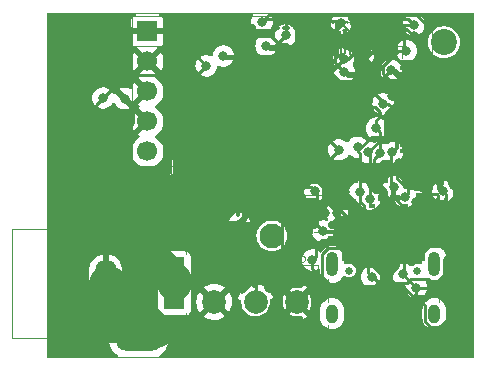
<source format=gbl>
G04 #@! TF.GenerationSoftware,KiCad,Pcbnew,7.0.2-0*
G04 #@! TF.CreationDate,2023-04-23T22:03:11-05:00*
G04 #@! TF.ProjectId,spud_glo_mini,73707564-5f67-46c6-9f5f-6d696e692e6b,rev?*
G04 #@! TF.SameCoordinates,Original*
G04 #@! TF.FileFunction,Copper,L4,Bot*
G04 #@! TF.FilePolarity,Positive*
%FSLAX46Y46*%
G04 Gerber Fmt 4.6, Leading zero omitted, Abs format (unit mm)*
G04 Created by KiCad (PCBNEW 7.0.2-0) date 2023-04-23 22:03:11*
%MOMM*%
%LPD*%
G01*
G04 APERTURE LIST*
G04 Aperture macros list*
%AMRoundRect*
0 Rectangle with rounded corners*
0 $1 Rounding radius*
0 $2 $3 $4 $5 $6 $7 $8 $9 X,Y pos of 4 corners*
0 Add a 4 corners polygon primitive as box body*
4,1,4,$2,$3,$4,$5,$6,$7,$8,$9,$2,$3,0*
0 Add four circle primitives for the rounded corners*
1,1,$1+$1,$2,$3*
1,1,$1+$1,$4,$5*
1,1,$1+$1,$6,$7*
1,1,$1+$1,$8,$9*
0 Add four rect primitives between the rounded corners*
20,1,$1+$1,$2,$3,$4,$5,0*
20,1,$1+$1,$4,$5,$6,$7,0*
20,1,$1+$1,$6,$7,$8,$9,0*
20,1,$1+$1,$8,$9,$2,$3,0*%
G04 Aperture macros list end*
G04 #@! TA.AperFunction,ComponentPad*
%ADD10R,1.700000X1.700000*%
G04 #@! TD*
G04 #@! TA.AperFunction,ComponentPad*
%ADD11C,1.700000*%
G04 #@! TD*
G04 #@! TA.AperFunction,ComponentPad*
%ADD12R,1.800000X4.400000*%
G04 #@! TD*
G04 #@! TA.AperFunction,ComponentPad*
%ADD13O,1.800000X4.000000*%
G04 #@! TD*
G04 #@! TA.AperFunction,ComponentPad*
%ADD14O,4.000000X1.800000*%
G04 #@! TD*
G04 #@! TA.AperFunction,ComponentPad*
%ADD15O,1.000000X2.100000*%
G04 #@! TD*
G04 #@! TA.AperFunction,ComponentPad*
%ADD16O,1.000000X1.600000*%
G04 #@! TD*
G04 #@! TA.AperFunction,ComponentPad*
%ADD17C,2.000000*%
G04 #@! TD*
G04 #@! TA.AperFunction,ViaPad*
%ADD18C,0.800000*%
G04 #@! TD*
G04 #@! TA.AperFunction,ViaPad*
%ADD19C,1.600000*%
G04 #@! TD*
G04 #@! TA.AperFunction,Conductor*
%ADD20C,0.250000*%
G04 #@! TD*
G04 #@! TA.AperFunction,Conductor*
%ADD21C,0.500000*%
G04 #@! TD*
G04 #@! TA.AperFunction,SMDPad,CuDef*
%ADD22RoundRect,0.100000X-0.100000X0.637500X-0.100000X-0.637500X0.100000X-0.637500X0.100000X0.637500X0*%
G04 #@! TD*
G04 #@! TA.AperFunction,SMDPad,CuDef*
%ADD23R,1.500000X1.500000*%
G04 #@! TD*
G04 #@! TA.AperFunction,SMDPad,CuDef*
%ADD24RoundRect,0.150000X0.825000X0.150000X-0.825000X0.150000X-0.825000X-0.150000X0.825000X-0.150000X0*%
G04 #@! TD*
G04 #@! TA.AperFunction,SMDPad,CuDef*
%ADD25RoundRect,0.100000X0.100000X-0.217500X0.100000X0.217500X-0.100000X0.217500X-0.100000X-0.217500X0*%
G04 #@! TD*
G04 #@! TA.AperFunction,SMDPad,CuDef*
%ADD26RoundRect,0.100000X-0.100000X0.217500X-0.100000X-0.217500X0.100000X-0.217500X0.100000X0.217500X0*%
G04 #@! TD*
G04 #@! TA.AperFunction,SMDPad,CuDef*
%ADD27RoundRect,0.155000X0.155000X-0.212500X0.155000X0.212500X-0.155000X0.212500X-0.155000X-0.212500X0*%
G04 #@! TD*
G04 #@! TA.AperFunction,SMDPad,CuDef*
%ADD28RoundRect,0.155000X-0.155000X0.212500X-0.155000X-0.212500X0.155000X-0.212500X0.155000X0.212500X0*%
G04 #@! TD*
G04 #@! TA.AperFunction,SMDPad,CuDef*
%ADD29R,3.000000X4.000000*%
G04 #@! TD*
G04 #@! TA.AperFunction,SMDPad,CuDef*
%ADD30RoundRect,0.155000X0.212500X0.155000X-0.212500X0.155000X-0.212500X-0.155000X0.212500X-0.155000X0*%
G04 #@! TD*
G04 #@! TA.AperFunction,SMDPad,CuDef*
%ADD31RoundRect,0.100000X-0.217500X-0.100000X0.217500X-0.100000X0.217500X0.100000X-0.217500X0.100000X0*%
G04 #@! TD*
G04 #@! TA.AperFunction,SMDPad,CuDef*
%ADD32RoundRect,0.155000X-0.212500X-0.155000X0.212500X-0.155000X0.212500X0.155000X-0.212500X0.155000X0*%
G04 #@! TD*
G04 #@! TA.AperFunction,SMDPad,CuDef*
%ADD33RoundRect,0.075000X0.700000X0.075000X-0.700000X0.075000X-0.700000X-0.075000X0.700000X-0.075000X0*%
G04 #@! TD*
G04 #@! TA.AperFunction,SMDPad,CuDef*
%ADD34RoundRect,0.075000X0.075000X0.700000X-0.075000X0.700000X-0.075000X-0.700000X0.075000X-0.700000X0*%
G04 #@! TD*
G04 #@! TA.AperFunction,SMDPad,CuDef*
%ADD35R,1.000000X1.200000*%
G04 #@! TD*
G04 #@! TA.AperFunction,SMDPad,CuDef*
%ADD36R,0.400000X0.470000*%
G04 #@! TD*
G04 #@! TA.AperFunction,SMDPad,CuDef*
%ADD37R,1.700000X0.950000*%
G04 #@! TD*
G04 #@! TA.AperFunction,SMDPad,CuDef*
%ADD38R,0.600000X1.450000*%
G04 #@! TD*
G04 #@! TA.AperFunction,SMDPad,CuDef*
%ADD39R,0.300000X1.450000*%
G04 #@! TD*
G04 #@! TA.AperFunction,SMDPad,CuDef*
%ADD40RoundRect,0.100000X0.217500X0.100000X-0.217500X0.100000X-0.217500X-0.100000X0.217500X-0.100000X0*%
G04 #@! TD*
G04 #@! TA.AperFunction,SMDPad,CuDef*
%ADD41RoundRect,0.135000X0.135000X0.185000X-0.135000X0.185000X-0.135000X-0.185000X0.135000X-0.185000X0*%
G04 #@! TD*
G04 #@! TA.AperFunction,SMDPad,CuDef*
%ADD42R,1.140000X0.575000*%
G04 #@! TD*
G04 #@! TA.AperFunction,SMDPad,CuDef*
%ADD43RoundRect,0.135000X-0.135000X-0.185000X0.135000X-0.185000X0.135000X0.185000X-0.135000X0.185000X0*%
G04 #@! TD*
G04 #@! TA.AperFunction,SMDPad,CuDef*
%ADD44RoundRect,0.150000X-0.512500X-0.150000X0.512500X-0.150000X0.512500X0.150000X-0.512500X0.150000X0*%
G04 #@! TD*
G04 #@! TA.AperFunction,SMDPad,CuDef*
%ADD45R,0.625000X0.300000*%
G04 #@! TD*
G04 #@! TA.AperFunction,SMDPad,CuDef*
%ADD46R,0.300000X0.625000*%
G04 #@! TD*
G04 #@! TA.AperFunction,SMDPad,CuDef*
%ADD47R,1.700000X1.700000*%
G04 #@! TD*
G04 #@! TA.AperFunction,Conductor*
%ADD48C,3.000000*%
G04 #@! TD*
G04 #@! TA.AperFunction,Conductor*
%ADD49C,0.200000*%
G04 #@! TD*
%ADD50RoundRect,0.100000X-0.100000X0.637500X-0.100000X-0.637500X0.100000X-0.637500X0.100000X0.637500X0*%
%ADD51R,1.500000X1.500000*%
%ADD52RoundRect,0.150000X0.825000X0.150000X-0.825000X0.150000X-0.825000X-0.150000X0.825000X-0.150000X0*%
%ADD53RoundRect,0.090000X0.090000X-0.139000X0.090000X0.139000X-0.090000X0.139000X-0.090000X-0.139000X0*%
%ADD54RoundRect,0.090000X-0.090000X0.139000X-0.090000X-0.139000X0.090000X-0.139000X0.090000X0.139000X0*%
%ADD55RoundRect,0.155000X0.155000X-0.212500X0.155000X0.212500X-0.155000X0.212500X-0.155000X-0.212500X0*%
%ADD56RoundRect,0.155000X-0.155000X0.212500X-0.155000X-0.212500X0.155000X-0.212500X0.155000X0.212500X0*%
%ADD57R,3.000000X4.000000*%
%ADD58RoundRect,0.155000X0.212500X0.155000X-0.212500X0.155000X-0.212500X-0.155000X0.212500X-0.155000X0*%
%ADD59RoundRect,0.090000X-0.139000X-0.090000X0.139000X-0.090000X0.139000X0.090000X-0.139000X0.090000X0*%
%ADD60RoundRect,0.155000X-0.212500X-0.155000X0.212500X-0.155000X0.212500X0.155000X-0.212500X0.155000X0*%
%ADD61RoundRect,0.075000X0.700000X0.075000X-0.700000X0.075000X-0.700000X-0.075000X0.700000X-0.075000X0*%
%ADD62RoundRect,0.075000X0.075000X0.700000X-0.075000X0.700000X-0.075000X-0.700000X0.075000X-0.700000X0*%
%ADD63R,1.000000X1.200000*%
%ADD64R,0.400000X0.470000*%
%ADD65R,1.700000X0.950000*%
%ADD66R,0.600000X1.450000*%
%ADD67R,0.300000X1.450000*%
%ADD68RoundRect,0.090000X0.139000X0.090000X-0.139000X0.090000X-0.139000X-0.090000X0.139000X-0.090000X0*%
%ADD69RoundRect,0.135000X0.135000X0.185000X-0.135000X0.185000X-0.135000X-0.185000X0.135000X-0.185000X0*%
%ADD70R,1.140000X0.575000*%
%ADD71RoundRect,0.135000X-0.135000X-0.185000X0.135000X-0.185000X0.135000X0.185000X-0.135000X0.185000X0*%
%ADD72RoundRect,0.150000X-0.512500X-0.150000X0.512500X-0.150000X0.512500X0.150000X-0.512500X0.150000X0*%
%ADD73R,0.625000X0.300000*%
%ADD74R,0.300000X0.625000*%
%ADD75R,1.700000X1.700000*%
%ADD76C,0.125000*%
%ADD77C,0.482666*%
%ADD78C,0.120000*%
%ADD79C,0.746419*%
%ADD80C,0.439487*%
%ADD81C,0.200000*%
%ADD82C,0.150000*%
%ADD83RoundRect,0.100000X0.100000X-0.217500X0.100000X0.217500X-0.100000X0.217500X-0.100000X-0.217500X0*%
%ADD84RoundRect,0.100000X-0.100000X0.217500X-0.100000X-0.217500X0.100000X-0.217500X0.100000X0.217500X0*%
%ADD85C,1.700000*%
%ADD86C,2.100000*%
%ADD87R,1.800000X4.400000*%
%ADD88O,1.800000X4.000000*%
%ADD89O,4.000000X1.800000*%
%ADD90RoundRect,0.100000X-0.217500X-0.100000X0.217500X-0.100000X0.217500X0.100000X-0.217500X0.100000X0*%
%ADD91C,0.650000*%
%ADD92O,1.000000X2.100000*%
%ADD93O,1.000000X1.600000*%
%ADD94RoundRect,0.100000X0.217500X0.100000X-0.217500X0.100000X-0.217500X-0.100000X0.217500X-0.100000X0*%
%ADD95C,2.000000*%
%ADD96C,2.200000*%
%ADD97C,0.162500*%
G04 #@! TA.AperFunction,Profile*
%ADD98C,0.100000*%
G04 #@! TD*
G04 APERTURE END LIST*
D10*
X151480000Y-101930000D03*
D11*
X151480000Y-104470000D03*
X151480000Y-107010000D03*
X151480000Y-109550000D03*
X151480000Y-112090000D03*
D12*
X153750000Y-123270000D03*
D13*
X147950000Y-123270000D03*
D14*
X150750000Y-128070000D03*
D15*
X167130000Y-121645000D03*
D16*
X167130000Y-125825000D03*
D15*
X175770000Y-121645000D03*
D16*
X175770000Y-125825000D03*
D17*
X157140000Y-124830000D03*
X160640000Y-124830000D03*
X164140000Y-124830000D03*
D18*
X168157347Y-105372653D03*
X161780000Y-123660000D03*
X173415000Y-103575000D03*
X174039500Y-102351552D03*
X167898000Y-101212000D03*
X168090000Y-104280000D03*
X174039950Y-101352050D03*
X176640000Y-117150000D03*
X169770000Y-104010000D03*
X171150000Y-104090000D03*
X160530000Y-120290000D03*
X170870500Y-110125500D03*
X171198527Y-112188241D03*
X157911800Y-104013000D03*
X173295048Y-115908724D03*
X172120000Y-105210000D03*
X172320000Y-115100000D03*
X171447456Y-108057451D03*
X165451531Y-121295055D03*
X172222038Y-112170539D03*
X170305000Y-116115000D03*
X170191085Y-112171085D03*
X169470000Y-115520000D03*
X169287518Y-111743802D03*
X176640000Y-120130000D03*
D19*
X151560000Y-126020000D03*
D18*
X159477141Y-123731744D03*
X176179500Y-104623832D03*
X165980000Y-111444500D03*
X158051500Y-106235500D03*
X174200500Y-116332000D03*
X157760000Y-112650000D03*
X172796200Y-113106200D03*
X145080000Y-110280000D03*
X156370000Y-103310000D03*
X164530000Y-105590000D03*
X175720000Y-117180000D03*
X158038800Y-101650000D03*
X160690000Y-112440000D03*
X171560000Y-117070000D03*
X168196332Y-115506671D03*
X172188930Y-107387210D03*
X166615623Y-103999500D03*
X153950000Y-115050000D03*
X164340000Y-109900000D03*
X157240000Y-115370000D03*
X148650000Y-109130000D03*
D19*
X148350000Y-126370000D03*
D18*
X168450000Y-124900000D03*
X168480000Y-109980000D03*
D19*
X150190000Y-124590000D03*
D18*
X148400000Y-104350000D03*
X172310000Y-117770000D03*
X166550000Y-117280000D03*
X175419424Y-109325500D03*
X160422500Y-110017500D03*
X163860000Y-112110000D03*
X172890801Y-124473300D03*
X171976752Y-122454500D03*
X163850048Y-115980048D03*
X167549503Y-117280000D03*
X174680000Y-114740000D03*
X161188400Y-101100500D03*
X176517300Y-115481100D03*
X149550000Y-107620000D03*
X156460000Y-104840000D03*
X147720000Y-107570000D03*
D19*
X145110000Y-122120000D03*
D18*
X159281408Y-118211408D03*
X162450000Y-121790000D03*
D19*
X145540000Y-119050000D03*
D18*
X152889350Y-113366950D03*
D19*
X144190000Y-120280000D03*
D18*
X161530000Y-103130000D03*
X163187500Y-102252500D03*
X165660000Y-115420000D03*
X170468801Y-122723399D03*
X166350000Y-118843673D03*
X174257652Y-123614500D03*
X173140000Y-122500000D03*
X167690000Y-111960000D03*
D20*
X168157348Y-105372653D02*
X168474695Y-105690000D01*
X168157347Y-105372653D02*
X168157348Y-105372653D01*
X168157347Y-105372652D02*
X168157347Y-105372653D01*
X167365000Y-101745000D02*
X167365000Y-104580305D01*
X168474695Y-105690000D02*
X170575305Y-105690000D01*
X167365000Y-104580305D02*
X168157347Y-105372652D01*
X170575305Y-105690000D02*
X172690305Y-103575000D01*
X167898000Y-101212000D02*
X167365000Y-101745000D01*
X172690305Y-103575000D02*
X173415000Y-103575000D01*
X174039950Y-101352050D02*
X171402645Y-101352050D01*
X171402645Y-101352050D02*
X168474695Y-104280000D01*
X168474695Y-104280000D02*
X168090000Y-104280000D01*
X161801400Y-100487500D02*
X174200000Y-100487500D01*
X175105000Y-101392500D02*
X175105000Y-103815400D01*
X161188400Y-101100500D02*
X161801400Y-100487500D01*
X174200000Y-100487500D02*
X175105000Y-101392500D01*
X175105000Y-103815400D02*
X175455000Y-104165400D01*
X176375000Y-108430000D02*
X176375000Y-115338800D01*
X175455000Y-107510000D02*
X176375000Y-108430000D01*
X175455000Y-104165400D02*
X175455000Y-107510000D01*
X176375000Y-115338800D02*
X176517300Y-115481100D01*
X172120000Y-105210000D02*
X171185000Y-106145000D01*
X171185000Y-106145000D02*
X167735818Y-106145000D01*
X173521200Y-112805895D02*
X173521200Y-115682572D01*
X165603818Y-104013000D02*
X157911800Y-104013000D01*
X167735818Y-106145000D02*
X165603818Y-104013000D01*
X173420000Y-106510000D02*
X173420000Y-112704695D01*
X172120000Y-105210000D02*
X173420000Y-106510000D01*
X173420000Y-112704695D02*
X173521200Y-112805895D01*
X173521200Y-115682572D02*
X173295048Y-115908724D01*
X171198527Y-110453527D02*
X170870500Y-110125500D01*
X171198527Y-112188241D02*
X171198527Y-110453527D01*
X173035000Y-118070305D02*
X173035000Y-116697800D01*
X172071200Y-114851200D02*
X172320000Y-115100000D01*
X172320000Y-115982800D02*
X172320000Y-115100000D01*
X171251752Y-122965753D02*
X171251752Y-119853553D01*
X171251752Y-119853553D02*
X173035000Y-118070305D01*
X171447456Y-108057451D02*
X171857451Y-108057451D01*
X172595000Y-108795000D02*
X172595000Y-111797577D01*
X172595000Y-111797577D02*
X172222038Y-112170539D01*
X165451531Y-121295055D02*
X165451531Y-122056302D01*
X170769106Y-123448399D02*
X171251752Y-122965753D01*
X165910000Y-122514771D02*
X165910000Y-123220509D01*
X172222038Y-112170539D02*
X172071200Y-112321377D01*
X173035000Y-116697800D02*
X172320000Y-115982800D01*
X166137890Y-123448399D02*
X170769106Y-123448399D01*
X165451531Y-122056302D02*
X165910000Y-122514771D01*
X171857451Y-108057451D02*
X172595000Y-108795000D01*
X172071200Y-112321377D02*
X172071200Y-114851200D01*
X165910000Y-123220509D02*
X166137890Y-123448399D01*
X170305000Y-116115000D02*
X170305000Y-112285000D01*
X170305000Y-112285000D02*
X170191085Y-112171085D01*
X169470000Y-115520000D02*
X169470000Y-112284695D01*
X169282652Y-112097347D02*
X169282652Y-111748668D01*
X169282652Y-111748668D02*
X169287518Y-111743802D01*
X169470000Y-112284695D02*
X169282652Y-112097347D01*
X171976752Y-122454500D02*
X171976752Y-123030952D01*
D21*
X166012082Y-114570000D02*
X166510000Y-115067918D01*
D20*
X171976752Y-123030952D02*
X172890801Y-123945001D01*
D21*
X166510000Y-116050000D02*
X166890000Y-116430000D01*
X166902082Y-116430000D02*
X167549503Y-117077421D01*
X163850048Y-115980048D02*
X165260096Y-114570000D01*
D20*
X172890801Y-123945001D02*
X172890801Y-124473300D01*
D21*
X166510000Y-115067918D02*
X166510000Y-116050000D01*
X166890000Y-116430000D02*
X166902082Y-116430000D01*
X167549503Y-117077421D02*
X167549503Y-117280000D01*
X165260096Y-114570000D02*
X166012082Y-114570000D01*
X151480000Y-109550000D02*
X149550000Y-107620000D01*
D20*
X149645000Y-105645000D02*
X155655000Y-105645000D01*
X147720000Y-107570000D02*
X149645000Y-105645000D01*
X155655000Y-105645000D02*
X156460000Y-104840000D01*
X161530000Y-103130000D02*
X162310000Y-103130000D01*
X162310000Y-103130000D02*
X163187500Y-102252500D01*
X170129200Y-120709200D02*
X170129200Y-122383798D01*
X165825000Y-118318673D02*
X165825000Y-115585000D01*
X170129200Y-122383798D02*
X170468801Y-122723399D01*
X166350000Y-118843673D02*
X168263673Y-118843673D01*
X165825000Y-115585000D02*
X165660000Y-115420000D01*
X166350000Y-118843673D02*
X165825000Y-118318673D01*
X168263673Y-118843673D02*
X170129200Y-120709200D01*
X165720000Y-113930000D02*
X165720000Y-113950000D01*
X163978095Y-121925000D02*
X164683833Y-121925000D01*
X165951494Y-123898399D02*
X171051601Y-123898399D01*
X162870000Y-120816905D02*
X163978095Y-121925000D01*
X164484695Y-113950000D02*
X162870000Y-115564695D01*
X174257652Y-123614500D02*
X174254500Y-123614500D01*
X171100000Y-123850000D02*
X172448300Y-125198300D01*
X174257652Y-124172348D02*
X174257652Y-123614500D01*
X165460000Y-123406905D02*
X165951494Y-123898399D01*
X173231700Y-125198300D02*
X174257652Y-124172348D01*
X172448300Y-125198300D02*
X173231700Y-125198300D01*
X171051601Y-123898399D02*
X171100000Y-123850000D01*
X165720000Y-113950000D02*
X164484695Y-113950000D01*
X164683833Y-121925000D02*
X165460000Y-122701167D01*
X162870000Y-115564695D02*
X162870000Y-120816905D01*
X167690000Y-111960000D02*
X165720000Y-113930000D01*
X165460000Y-122701167D02*
X165460000Y-123406905D01*
X174254500Y-123614500D02*
X173140000Y-122500000D01*
G04 #@! TA.AperFunction,Conductor*
G36*
X150468447Y-100383002D02*
G01*
X150514940Y-100436658D01*
X150525044Y-100506932D01*
X150495550Y-100571512D01*
X150444358Y-100607056D01*
X150384037Y-100629554D01*
X150267095Y-100717095D01*
X150179554Y-100834037D01*
X150128505Y-100970906D01*
X150122359Y-101028063D01*
X150122000Y-101034777D01*
X150122000Y-101676000D01*
X151048884Y-101676000D01*
X151020507Y-101720156D01*
X150980000Y-101858111D01*
X150980000Y-102001889D01*
X151020507Y-102139844D01*
X151048884Y-102184000D01*
X150122000Y-102184000D01*
X150122000Y-102825222D01*
X150122359Y-102831936D01*
X150128505Y-102889093D01*
X150179554Y-103025962D01*
X150267095Y-103142904D01*
X150384037Y-103230445D01*
X150499172Y-103273388D01*
X150556008Y-103315935D01*
X150580819Y-103382455D01*
X150565728Y-103451829D01*
X150547841Y-103476782D01*
X150404278Y-103632731D01*
X150281139Y-103821209D01*
X150190702Y-104027388D01*
X150135437Y-104245627D01*
X150135436Y-104245632D01*
X150116844Y-104470000D01*
X150135436Y-104694368D01*
X150135436Y-104694371D01*
X150135437Y-104694372D01*
X150176004Y-104854569D01*
X150173337Y-104925516D01*
X150132736Y-104983757D01*
X150067093Y-105010803D01*
X150053860Y-105011500D01*
X149728853Y-105011500D01*
X149708064Y-105009204D01*
X149637014Y-105011438D01*
X149633055Y-105011500D01*
X149605144Y-105011500D01*
X149601218Y-105011995D01*
X149601200Y-105011997D01*
X149601108Y-105012009D01*
X149589303Y-105012937D01*
X149545110Y-105014326D01*
X149525657Y-105019978D01*
X149506303Y-105023986D01*
X149486202Y-105026525D01*
X149445098Y-105042800D01*
X149433869Y-105046645D01*
X149391405Y-105058982D01*
X149373964Y-105069296D01*
X149356217Y-105077990D01*
X149337384Y-105085447D01*
X149301611Y-105111437D01*
X149291693Y-105117951D01*
X149253639Y-105140457D01*
X149239312Y-105154783D01*
X149224283Y-105167618D01*
X149207894Y-105179525D01*
X149179701Y-105213604D01*
X149171713Y-105222381D01*
X147769500Y-106624595D01*
X147707188Y-106658620D01*
X147680405Y-106661500D01*
X147624513Y-106661500D01*
X147527123Y-106682201D01*
X147437711Y-106701206D01*
X147309743Y-106758181D01*
X147265223Y-106778003D01*
X147263246Y-106778883D01*
X147108747Y-106891133D01*
X146980958Y-107033057D01*
X146885472Y-107198443D01*
X146826458Y-107380070D01*
X146806496Y-107570000D01*
X146826458Y-107759929D01*
X146885472Y-107941556D01*
X146980958Y-108106942D01*
X147020798Y-108151189D01*
X147108747Y-108248866D01*
X147263248Y-108361118D01*
X147437712Y-108438794D01*
X147624513Y-108478500D01*
X147624515Y-108478500D01*
X147815485Y-108478500D01*
X147815487Y-108478500D01*
X148002288Y-108438794D01*
X148176752Y-108361118D01*
X148331253Y-108248866D01*
X148459040Y-108106944D01*
X148511446Y-108016173D01*
X148562829Y-107967180D01*
X148632543Y-107953744D01*
X148698454Y-107980130D01*
X148729685Y-108016173D01*
X148810958Y-108156942D01*
X148876823Y-108230092D01*
X148938747Y-108298866D01*
X149093248Y-108411118D01*
X149267712Y-108488794D01*
X149330771Y-108502197D01*
X149393244Y-108535926D01*
X149393668Y-108536349D01*
X150097774Y-109240455D01*
X150131800Y-109302767D01*
X150134249Y-109339955D01*
X150116844Y-109550000D01*
X150135436Y-109774368D01*
X150135436Y-109774371D01*
X150135437Y-109774372D01*
X150190702Y-109992611D01*
X150281139Y-110198790D01*
X150286783Y-110207429D01*
X150404278Y-110387268D01*
X150520592Y-110513618D01*
X150556762Y-110552908D01*
X150658611Y-110632181D01*
X150734424Y-110691189D01*
X150767682Y-110709187D01*
X150818070Y-110759197D01*
X150833423Y-110828513D01*
X150808863Y-110895127D01*
X150767683Y-110930811D01*
X150734423Y-110948810D01*
X150556762Y-111087091D01*
X150404278Y-111252731D01*
X150281139Y-111441209D01*
X150190702Y-111647388D01*
X150159635Y-111770072D01*
X150135436Y-111865632D01*
X150116844Y-112090000D01*
X150135436Y-112314368D01*
X150135436Y-112314371D01*
X150135437Y-112314372D01*
X150190702Y-112532611D01*
X150281139Y-112738790D01*
X150365883Y-112868500D01*
X150404278Y-112927268D01*
X150456741Y-112984258D01*
X150556762Y-113092908D01*
X150722356Y-113221796D01*
X150734424Y-113231189D01*
X150932426Y-113338342D01*
X151145365Y-113411444D01*
X151367431Y-113448500D01*
X151367434Y-113448500D01*
X151592566Y-113448500D01*
X151592569Y-113448500D01*
X151814635Y-113411444D01*
X151825063Y-113407863D01*
X151895982Y-113404660D01*
X151957380Y-113440309D01*
X151989758Y-113503492D01*
X151991287Y-113513863D01*
X151995808Y-113556879D01*
X152054822Y-113738506D01*
X152150308Y-113903892D01*
X152150310Y-113903894D01*
X152278097Y-114045816D01*
X152432598Y-114158068D01*
X152607062Y-114235744D01*
X152793863Y-114275450D01*
X152793865Y-114275450D01*
X152984835Y-114275450D01*
X152984837Y-114275450D01*
X153171638Y-114235744D01*
X153346102Y-114158068D01*
X153500603Y-114045816D01*
X153628390Y-113903894D01*
X153723877Y-113738506D01*
X153782892Y-113556878D01*
X153802854Y-113366950D01*
X153782892Y-113177022D01*
X153723877Y-112995394D01*
X153723877Y-112995393D01*
X153628391Y-112830007D01*
X153500602Y-112688083D01*
X153423352Y-112631958D01*
X153346102Y-112575832D01*
X153171638Y-112498156D01*
X152984837Y-112458450D01*
X152949497Y-112458450D01*
X152881376Y-112438448D01*
X152834883Y-112384792D01*
X152823927Y-112322044D01*
X152824563Y-112314372D01*
X152824564Y-112314368D01*
X152841499Y-112110000D01*
X162946496Y-112110000D01*
X162966458Y-112299929D01*
X163025472Y-112481556D01*
X163120958Y-112646942D01*
X163203658Y-112738790D01*
X163248747Y-112788866D01*
X163403248Y-112901118D01*
X163577712Y-112978794D01*
X163764513Y-113018500D01*
X163764515Y-113018500D01*
X163955485Y-113018500D01*
X163955487Y-113018500D01*
X164142288Y-112978794D01*
X164316752Y-112901118D01*
X164471253Y-112788866D01*
X164599040Y-112646944D01*
X164694527Y-112481556D01*
X164753542Y-112299928D01*
X164773504Y-112110000D01*
X164753542Y-111920072D01*
X164694527Y-111738444D01*
X164694527Y-111738443D01*
X164599041Y-111573057D01*
X164535146Y-111502094D01*
X164471253Y-111431134D01*
X164316752Y-111318882D01*
X164142288Y-111241206D01*
X163955487Y-111201500D01*
X163764513Y-111201500D01*
X163639979Y-111227970D01*
X163577711Y-111241206D01*
X163403246Y-111318883D01*
X163248747Y-111431133D01*
X163120958Y-111573057D01*
X163025472Y-111738443D01*
X162966458Y-111920070D01*
X162946496Y-112110000D01*
X152841499Y-112110000D01*
X152843156Y-112090000D01*
X152824564Y-111865632D01*
X152769296Y-111647384D01*
X152678860Y-111441209D01*
X152555722Y-111252732D01*
X152403240Y-111087094D01*
X152403239Y-111087093D01*
X152403237Y-111087091D01*
X152225578Y-110948812D01*
X152192317Y-110930812D01*
X152141927Y-110880798D01*
X152126576Y-110811481D01*
X152151138Y-110744868D01*
X152192315Y-110709188D01*
X152225576Y-110691189D01*
X152403240Y-110552906D01*
X152555722Y-110387268D01*
X152678860Y-110198791D01*
X152758381Y-110017500D01*
X159508996Y-110017500D01*
X159528958Y-110207429D01*
X159587972Y-110389056D01*
X159683458Y-110554442D01*
X159806581Y-110691184D01*
X159811247Y-110696366D01*
X159965748Y-110808618D01*
X160140212Y-110886294D01*
X160327013Y-110926000D01*
X160327015Y-110926000D01*
X160517985Y-110926000D01*
X160517987Y-110926000D01*
X160704788Y-110886294D01*
X160879252Y-110808618D01*
X161033753Y-110696366D01*
X161161540Y-110554444D01*
X161257027Y-110389056D01*
X161316042Y-110207428D01*
X161336004Y-110017500D01*
X161316042Y-109827572D01*
X161257027Y-109645944D01*
X161257027Y-109645943D01*
X161161541Y-109480557D01*
X161033752Y-109338633D01*
X160920989Y-109256706D01*
X160879252Y-109226382D01*
X160704788Y-109148706D01*
X160517987Y-109109000D01*
X160327013Y-109109000D01*
X160202479Y-109135470D01*
X160140211Y-109148706D01*
X160000196Y-109211044D01*
X159986821Y-109217000D01*
X159965746Y-109226383D01*
X159811247Y-109338633D01*
X159683458Y-109480557D01*
X159587972Y-109645943D01*
X159528958Y-109827570D01*
X159508996Y-110017500D01*
X152758381Y-110017500D01*
X152769296Y-109992616D01*
X152824564Y-109774368D01*
X152843156Y-109550000D01*
X152824564Y-109325632D01*
X152769296Y-109107384D01*
X152678860Y-108901209D01*
X152555722Y-108712732D01*
X152403240Y-108547094D01*
X152403239Y-108547093D01*
X152403237Y-108547091D01*
X152225578Y-108408812D01*
X152192317Y-108390812D01*
X152141927Y-108340798D01*
X152126576Y-108271481D01*
X152151138Y-108204868D01*
X152192315Y-108169188D01*
X152225576Y-108151189D01*
X152403240Y-108012906D01*
X152555722Y-107847268D01*
X152678860Y-107658791D01*
X152769296Y-107452616D01*
X152824564Y-107234368D01*
X152843156Y-107010000D01*
X152824564Y-106785632D01*
X152769296Y-106567384D01*
X152720048Y-106455110D01*
X152711003Y-106384695D01*
X152741464Y-106320565D01*
X152801760Y-106283084D01*
X152835437Y-106278500D01*
X155571147Y-106278500D01*
X155591935Y-106280795D01*
X155594907Y-106280701D01*
X155594909Y-106280702D01*
X155662985Y-106278562D01*
X155666945Y-106278500D01*
X155690894Y-106278500D01*
X155694856Y-106278500D01*
X155698856Y-106277994D01*
X155710699Y-106277061D01*
X155754889Y-106275673D01*
X155774338Y-106270021D01*
X155793698Y-106266012D01*
X155813797Y-106263474D01*
X155854915Y-106247193D01*
X155866117Y-106243357D01*
X155908593Y-106231018D01*
X155926039Y-106220699D01*
X155943780Y-106212009D01*
X155962617Y-106204552D01*
X155998392Y-106178558D01*
X156008303Y-106172048D01*
X156046362Y-106149542D01*
X156060691Y-106135212D01*
X156075719Y-106122377D01*
X156092107Y-106110472D01*
X156120298Y-106076393D01*
X156128268Y-106067634D01*
X156410499Y-105785404D01*
X156472812Y-105751379D01*
X156499595Y-105748500D01*
X156555485Y-105748500D01*
X156555487Y-105748500D01*
X156742288Y-105708794D01*
X156916752Y-105631118D01*
X157071253Y-105518866D01*
X157199040Y-105376944D01*
X157294527Y-105211556D01*
X157353542Y-105029928D01*
X157362624Y-104943509D01*
X157389636Y-104877857D01*
X157447857Y-104837226D01*
X157518802Y-104834523D01*
X157539175Y-104841573D01*
X157629512Y-104881794D01*
X157816313Y-104921500D01*
X157816315Y-104921500D01*
X158007285Y-104921500D01*
X158007287Y-104921500D01*
X158194088Y-104881794D01*
X158368552Y-104804118D01*
X158523053Y-104691866D01*
X158526364Y-104688188D01*
X158586812Y-104650949D01*
X158620000Y-104646500D01*
X165289224Y-104646500D01*
X165357345Y-104666502D01*
X165378319Y-104683405D01*
X167228569Y-106533655D01*
X167241653Y-106549985D01*
X167293484Y-106598657D01*
X167296327Y-106601413D01*
X167316048Y-106621134D01*
X167319169Y-106623555D01*
X167319177Y-106623562D01*
X167319243Y-106623613D01*
X167328263Y-106631317D01*
X167360497Y-106661586D01*
X167378253Y-106671347D01*
X167394769Y-106682196D01*
X167410777Y-106694613D01*
X167450971Y-106712006D01*
X167451343Y-106712167D01*
X167462006Y-106717391D01*
X167500753Y-106738693D01*
X167500755Y-106738693D01*
X167500758Y-106738695D01*
X167520392Y-106743736D01*
X167539077Y-106750134D01*
X167557673Y-106758181D01*
X167601348Y-106765098D01*
X167612943Y-106767498D01*
X167655788Y-106778500D01*
X167676042Y-106778500D01*
X167695752Y-106780051D01*
X167715760Y-106783220D01*
X167715760Y-106783219D01*
X167715761Y-106783220D01*
X167759779Y-106779058D01*
X167771637Y-106778500D01*
X171101147Y-106778500D01*
X171121935Y-106780795D01*
X171124907Y-106780701D01*
X171124909Y-106780702D01*
X171192985Y-106778562D01*
X171196945Y-106778500D01*
X171220894Y-106778500D01*
X171224856Y-106778500D01*
X171228856Y-106777994D01*
X171240699Y-106777061D01*
X171284889Y-106775673D01*
X171304338Y-106770021D01*
X171323698Y-106766012D01*
X171343797Y-106763474D01*
X171384915Y-106747193D01*
X171396117Y-106743357D01*
X171438593Y-106731018D01*
X171456039Y-106720699D01*
X171473780Y-106712009D01*
X171492617Y-106704552D01*
X171528392Y-106678558D01*
X171538303Y-106672048D01*
X171576362Y-106649542D01*
X171590691Y-106635212D01*
X171605719Y-106622377D01*
X171622107Y-106610472D01*
X171650298Y-106576393D01*
X171658268Y-106567634D01*
X172030906Y-106194997D01*
X172093217Y-106160973D01*
X172164033Y-106166038D01*
X172209092Y-106194996D01*
X172749597Y-106735501D01*
X172783620Y-106797810D01*
X172786500Y-106824593D01*
X172786500Y-107786404D01*
X172766498Y-107854525D01*
X172712842Y-107901018D01*
X172642568Y-107911122D01*
X172577988Y-107881628D01*
X172571405Y-107875500D01*
X172364697Y-107668793D01*
X172351622Y-107652472D01*
X172299798Y-107603806D01*
X172296956Y-107601051D01*
X172280025Y-107584120D01*
X172277221Y-107581316D01*
X172274026Y-107578837D01*
X172265005Y-107571133D01*
X172263798Y-107570000D01*
X172246641Y-107553888D01*
X172232772Y-107540864D01*
X172215016Y-107531103D01*
X172198492Y-107520248D01*
X172169916Y-107498082D01*
X172171417Y-107496145D01*
X172151979Y-107482171D01*
X172058710Y-107378586D01*
X172058708Y-107378584D01*
X171904208Y-107266333D01*
X171729744Y-107188657D01*
X171542943Y-107148951D01*
X171351969Y-107148951D01*
X171227434Y-107175421D01*
X171165167Y-107188657D01*
X170990702Y-107266334D01*
X170836203Y-107378584D01*
X170708414Y-107520508D01*
X170612928Y-107685894D01*
X170553914Y-107867521D01*
X170533952Y-108057451D01*
X170553914Y-108247380D01*
X170612928Y-108429007D01*
X170708414Y-108594393D01*
X170708416Y-108594395D01*
X170836203Y-108736317D01*
X170990704Y-108848569D01*
X171165168Y-108926245D01*
X171351969Y-108965951D01*
X171351971Y-108965951D01*
X171542941Y-108965951D01*
X171542943Y-108965951D01*
X171729744Y-108926245D01*
X171729746Y-108926244D01*
X171742698Y-108923491D01*
X171743519Y-108927355D01*
X171790604Y-108921041D01*
X171854902Y-108951146D01*
X171860584Y-108956488D01*
X171924595Y-109020499D01*
X171958621Y-109082811D01*
X171961500Y-109109594D01*
X171961500Y-109747753D01*
X171941498Y-109815874D01*
X171887842Y-109862367D01*
X171817568Y-109872471D01*
X171752988Y-109842977D01*
X171715667Y-109786689D01*
X171705027Y-109753944D01*
X171609541Y-109588557D01*
X171481752Y-109446633D01*
X171404502Y-109390508D01*
X171327252Y-109334382D01*
X171152788Y-109256706D01*
X170965987Y-109217000D01*
X170775013Y-109217000D01*
X170664667Y-109240455D01*
X170588211Y-109256706D01*
X170413746Y-109334383D01*
X170259247Y-109446633D01*
X170131458Y-109588557D01*
X170035972Y-109753943D01*
X169976958Y-109935570D01*
X169956996Y-110125500D01*
X169976958Y-110315429D01*
X170035972Y-110497056D01*
X170131458Y-110662442D01*
X170157339Y-110691186D01*
X170259247Y-110804366D01*
X170413748Y-110916618D01*
X170490276Y-110950690D01*
X170544371Y-110996668D01*
X170565021Y-111064596D01*
X170565027Y-111065796D01*
X170565027Y-111166175D01*
X170545025Y-111234296D01*
X170491369Y-111280789D01*
X170421095Y-111290893D01*
X170412830Y-111289422D01*
X170385722Y-111283660D01*
X170286572Y-111262585D01*
X170131479Y-111262585D01*
X170063358Y-111242583D01*
X170037172Y-111215122D01*
X170035420Y-111216700D01*
X169898770Y-111064935D01*
X169821520Y-111008810D01*
X169744270Y-110952684D01*
X169569806Y-110875008D01*
X169383005Y-110835302D01*
X169192031Y-110835302D01*
X169067497Y-110861772D01*
X169005229Y-110875008D01*
X168830764Y-110952685D01*
X168676265Y-111064935D01*
X168548478Y-111206857D01*
X168512471Y-111269223D01*
X168461088Y-111318216D01*
X168391374Y-111331651D01*
X168325463Y-111305264D01*
X168309716Y-111290533D01*
X168301252Y-111281133D01*
X168199020Y-111206857D01*
X168146752Y-111168882D01*
X167972288Y-111091206D01*
X167785487Y-111051500D01*
X167594513Y-111051500D01*
X167469978Y-111077970D01*
X167407711Y-111091206D01*
X167233246Y-111168883D01*
X167078747Y-111281133D01*
X166950958Y-111423057D01*
X166855472Y-111588443D01*
X166796458Y-111770070D01*
X166779093Y-111935292D01*
X166752080Y-112000949D01*
X166742878Y-112011216D01*
X165474500Y-113279595D01*
X165412188Y-113313620D01*
X165385405Y-113316500D01*
X164568549Y-113316500D01*
X164547759Y-113314204D01*
X164476697Y-113316438D01*
X164472739Y-113316500D01*
X164444839Y-113316500D01*
X164440914Y-113316995D01*
X164440893Y-113316997D01*
X164440819Y-113317007D01*
X164429008Y-113317936D01*
X164384804Y-113319325D01*
X164365348Y-113324978D01*
X164345996Y-113328986D01*
X164325895Y-113331526D01*
X164284789Y-113347800D01*
X164273565Y-113351643D01*
X164231100Y-113363981D01*
X164213655Y-113374297D01*
X164195912Y-113382989D01*
X164177079Y-113390446D01*
X164141311Y-113416433D01*
X164131392Y-113422949D01*
X164093331Y-113445458D01*
X164079006Y-113459783D01*
X164063979Y-113472617D01*
X164047589Y-113484525D01*
X164019396Y-113518604D01*
X164011408Y-113527381D01*
X162481336Y-115057452D01*
X162465016Y-115070528D01*
X162416370Y-115122330D01*
X162413621Y-115125167D01*
X162396667Y-115142122D01*
X162396660Y-115142129D01*
X162393865Y-115144925D01*
X162391442Y-115148047D01*
X162391426Y-115148066D01*
X162391365Y-115148146D01*
X162383689Y-115157131D01*
X162353414Y-115189372D01*
X162343652Y-115207129D01*
X162332801Y-115223647D01*
X162320385Y-115239654D01*
X162302824Y-115280234D01*
X162297604Y-115290890D01*
X162276304Y-115329635D01*
X162271267Y-115349254D01*
X162264864Y-115367956D01*
X162256818Y-115386550D01*
X162249901Y-115430219D01*
X162247495Y-115441839D01*
X162236500Y-115484664D01*
X162236500Y-115504918D01*
X162234949Y-115524628D01*
X162231779Y-115544637D01*
X162235941Y-115588656D01*
X162236500Y-115600514D01*
X162236500Y-117825968D01*
X162216498Y-117894089D01*
X162162842Y-117940582D01*
X162099519Y-117951489D01*
X162079508Y-117949738D01*
X162079500Y-117949737D01*
X162076784Y-117949500D01*
X161963216Y-117949500D01*
X161960499Y-117949737D01*
X161960492Y-117949738D01*
X161793307Y-117964365D01*
X161573504Y-118023260D01*
X161367265Y-118119432D01*
X161180858Y-118249955D01*
X161019955Y-118410858D01*
X160889432Y-118597265D01*
X160793260Y-118803504D01*
X160734365Y-119023307D01*
X160714532Y-119250000D01*
X160734365Y-119476692D01*
X160793260Y-119696495D01*
X160877672Y-119877514D01*
X160889432Y-119902734D01*
X161019953Y-120089139D01*
X161180861Y-120250047D01*
X161367266Y-120380568D01*
X161573504Y-120476739D01*
X161793308Y-120535635D01*
X161963216Y-120550500D01*
X161965956Y-120550500D01*
X162074028Y-120550500D01*
X162076784Y-120550500D01*
X162099517Y-120548510D01*
X162169118Y-120562496D01*
X162220113Y-120611893D01*
X162236500Y-120674030D01*
X162236500Y-120733052D01*
X162234204Y-120753840D01*
X162235815Y-120805072D01*
X162217963Y-120873788D01*
X162165794Y-120921944D01*
X162161126Y-120924138D01*
X162078784Y-120960799D01*
X161997451Y-120997011D01*
X161993246Y-120998883D01*
X161838747Y-121111133D01*
X161710958Y-121253057D01*
X161615472Y-121418443D01*
X161556458Y-121600070D01*
X161536496Y-121789999D01*
X161556458Y-121979929D01*
X161615472Y-122161556D01*
X161710958Y-122326942D01*
X161769340Y-122391782D01*
X161838747Y-122468866D01*
X161993248Y-122581118D01*
X162167712Y-122658794D01*
X162354513Y-122698500D01*
X162354515Y-122698500D01*
X162545485Y-122698500D01*
X162545487Y-122698500D01*
X162732288Y-122658794D01*
X162906752Y-122581118D01*
X163061253Y-122468866D01*
X163189040Y-122326944D01*
X163214949Y-122282067D01*
X163266330Y-122233075D01*
X163336044Y-122219638D01*
X163401955Y-122246024D01*
X163413163Y-122255973D01*
X163470849Y-122313659D01*
X163483928Y-122329983D01*
X163535746Y-122378643D01*
X163538588Y-122381398D01*
X163558325Y-122401135D01*
X163561455Y-122403563D01*
X163561527Y-122403619D01*
X163570537Y-122411314D01*
X163602774Y-122441586D01*
X163620521Y-122451342D01*
X163637045Y-122462196D01*
X163653054Y-122474614D01*
X163693637Y-122492175D01*
X163704288Y-122497393D01*
X163743035Y-122518695D01*
X163762655Y-122523732D01*
X163781362Y-122530137D01*
X163787975Y-122532998D01*
X163799949Y-122538181D01*
X163810600Y-122539867D01*
X163843625Y-122545098D01*
X163855220Y-122547498D01*
X163898065Y-122558500D01*
X163918319Y-122558500D01*
X163938029Y-122560051D01*
X163958037Y-122563220D01*
X163958037Y-122563219D01*
X163958038Y-122563220D01*
X164002056Y-122559058D01*
X164013914Y-122558500D01*
X164369239Y-122558500D01*
X164437360Y-122578502D01*
X164458334Y-122595405D01*
X164789594Y-122926665D01*
X164823620Y-122988977D01*
X164826499Y-123015760D01*
X164826499Y-123293536D01*
X164806497Y-123361657D01*
X164752841Y-123408150D01*
X164682567Y-123418254D01*
X164652282Y-123409945D01*
X164607443Y-123391373D01*
X164376633Y-123335960D01*
X164140000Y-123317337D01*
X163903366Y-123335960D01*
X163672559Y-123391372D01*
X163453264Y-123482207D01*
X163266107Y-123596896D01*
X163266107Y-123596897D01*
X163857644Y-124188433D01*
X163812305Y-124205629D01*
X163672405Y-124302194D01*
X163559680Y-124429434D01*
X163497913Y-124547122D01*
X162906897Y-123956107D01*
X162906896Y-123956107D01*
X162792207Y-124143264D01*
X162701372Y-124362559D01*
X162645960Y-124593366D01*
X162627337Y-124830000D01*
X162645960Y-125066633D01*
X162701372Y-125297440D01*
X162792208Y-125516738D01*
X162906896Y-125703891D01*
X162906898Y-125703891D01*
X163497912Y-125112876D01*
X163559680Y-125230566D01*
X163672405Y-125357806D01*
X163812305Y-125454371D01*
X163857643Y-125471565D01*
X163266107Y-126063101D01*
X163266107Y-126063102D01*
X163453261Y-126177791D01*
X163672559Y-126268627D01*
X163903366Y-126324039D01*
X164140000Y-126342662D01*
X164376633Y-126324039D01*
X164607440Y-126268627D01*
X164826738Y-126177791D01*
X165013891Y-126063102D01*
X165013892Y-126063101D01*
X164422356Y-125471565D01*
X164467695Y-125454371D01*
X164607595Y-125357806D01*
X164720320Y-125230566D01*
X164782087Y-125112877D01*
X165373101Y-125703892D01*
X165373102Y-125703891D01*
X165487791Y-125516738D01*
X165578627Y-125297440D01*
X165634039Y-125066633D01*
X165652662Y-124830000D01*
X165638303Y-124647542D01*
X165652899Y-124578062D01*
X165702741Y-124527502D01*
X165772006Y-124511916D01*
X165783621Y-124513206D01*
X165817016Y-124518495D01*
X165828623Y-124520899D01*
X165871464Y-124531899D01*
X165891725Y-124531899D01*
X165911433Y-124533449D01*
X165931437Y-124536618D01*
X165931437Y-124536617D01*
X165931438Y-124536618D01*
X165975448Y-124532458D01*
X165987305Y-124531899D01*
X166398241Y-124531899D01*
X166466362Y-124551901D01*
X166512855Y-124605557D01*
X166522959Y-124675831D01*
X166493465Y-124740411D01*
X166478175Y-124755298D01*
X166413429Y-124808433D01*
X166287406Y-124961992D01*
X166193758Y-125137197D01*
X166136091Y-125327298D01*
X166125901Y-125430767D01*
X166121500Y-125475453D01*
X166121500Y-126174547D01*
X166121802Y-126177619D01*
X166121803Y-126177627D01*
X166136091Y-126322701D01*
X166193758Y-126512802D01*
X166287406Y-126688007D01*
X166413431Y-126841568D01*
X166566992Y-126967593D01*
X166602951Y-126986813D01*
X166742196Y-127061241D01*
X166837247Y-127090074D01*
X166932298Y-127118908D01*
X167129999Y-127138380D01*
X167129999Y-127138379D01*
X167130000Y-127138380D01*
X167327701Y-127118908D01*
X167517804Y-127061241D01*
X167693004Y-126967595D01*
X167693005Y-126967593D01*
X167693007Y-126967593D01*
X167846568Y-126841568D01*
X167972593Y-126688007D01*
X167972595Y-126688004D01*
X168066241Y-126512804D01*
X168123908Y-126322701D01*
X168138500Y-126174547D01*
X174761500Y-126174547D01*
X174761802Y-126177619D01*
X174761803Y-126177627D01*
X174776091Y-126322701D01*
X174833758Y-126512802D01*
X174927406Y-126688007D01*
X175053431Y-126841568D01*
X175206992Y-126967593D01*
X175242951Y-126986813D01*
X175382196Y-127061241D01*
X175477247Y-127090074D01*
X175572298Y-127118908D01*
X175769999Y-127138380D01*
X175769999Y-127138379D01*
X175770000Y-127138380D01*
X175967701Y-127118908D01*
X176157804Y-127061241D01*
X176333004Y-126967595D01*
X176333005Y-126967593D01*
X176333007Y-126967593D01*
X176486568Y-126841568D01*
X176612593Y-126688007D01*
X176612595Y-126688004D01*
X176706241Y-126512804D01*
X176763908Y-126322701D01*
X176778500Y-126174547D01*
X176778500Y-125475453D01*
X176763908Y-125327299D01*
X176754850Y-125297440D01*
X176706241Y-125137197D01*
X176706241Y-125137196D01*
X176612595Y-124961996D01*
X176612593Y-124961992D01*
X176486568Y-124808431D01*
X176333007Y-124682406D01*
X176157802Y-124588758D01*
X175967701Y-124531091D01*
X175769999Y-124511619D01*
X175572298Y-124531091D01*
X175382197Y-124588758D01*
X175206992Y-124682406D01*
X175053431Y-124808431D01*
X174927406Y-124961992D01*
X174833758Y-125137197D01*
X174776091Y-125327298D01*
X174765901Y-125430767D01*
X174761500Y-125475453D01*
X174761500Y-126174547D01*
X168138500Y-126174547D01*
X168138500Y-125475453D01*
X168123908Y-125327299D01*
X168114850Y-125297440D01*
X168066241Y-125137197D01*
X168066241Y-125137196D01*
X167972595Y-124961996D01*
X167972593Y-124961992D01*
X167846570Y-124808433D01*
X167781825Y-124755298D01*
X167741857Y-124696621D01*
X167739956Y-124625650D01*
X167776727Y-124564918D01*
X167840495Y-124533706D01*
X167861759Y-124531899D01*
X170833805Y-124531899D01*
X170901926Y-124551901D01*
X170922900Y-124568804D01*
X171941051Y-125586955D01*
X171954135Y-125603285D01*
X172005966Y-125651957D01*
X172008809Y-125654713D01*
X172028530Y-125674434D01*
X172031651Y-125676855D01*
X172031659Y-125676862D01*
X172031725Y-125676913D01*
X172040745Y-125684617D01*
X172072979Y-125714886D01*
X172090735Y-125724647D01*
X172107251Y-125735496D01*
X172123259Y-125747913D01*
X172163453Y-125765306D01*
X172163825Y-125765467D01*
X172174488Y-125770691D01*
X172213235Y-125791993D01*
X172213237Y-125791993D01*
X172213240Y-125791995D01*
X172232874Y-125797036D01*
X172251559Y-125803434D01*
X172270155Y-125811481D01*
X172313830Y-125818398D01*
X172325425Y-125820798D01*
X172368270Y-125831800D01*
X172388524Y-125831800D01*
X172408234Y-125833351D01*
X172428242Y-125836520D01*
X172428242Y-125836519D01*
X172428243Y-125836520D01*
X172472261Y-125832358D01*
X172484119Y-125831800D01*
X173147847Y-125831800D01*
X173168635Y-125834095D01*
X173171607Y-125834001D01*
X173171609Y-125834002D01*
X173239685Y-125831862D01*
X173243645Y-125831800D01*
X173267594Y-125831800D01*
X173271556Y-125831800D01*
X173275556Y-125831294D01*
X173287399Y-125830361D01*
X173331589Y-125828973D01*
X173351038Y-125823321D01*
X173370398Y-125819312D01*
X173390497Y-125816774D01*
X173431615Y-125800493D01*
X173442817Y-125796657D01*
X173485293Y-125784318D01*
X173502739Y-125773999D01*
X173520480Y-125765309D01*
X173539317Y-125757852D01*
X173575092Y-125731858D01*
X173585003Y-125725348D01*
X173623062Y-125702842D01*
X173637391Y-125688512D01*
X173652419Y-125675677D01*
X173668807Y-125663772D01*
X173697003Y-125629686D01*
X173704972Y-125620930D01*
X174646310Y-124679592D01*
X174662631Y-124666518D01*
X174664666Y-124664350D01*
X174664670Y-124664348D01*
X174711328Y-124614660D01*
X174714020Y-124611882D01*
X174733786Y-124592118D01*
X174736253Y-124588936D01*
X174743960Y-124579910D01*
X174774238Y-124547669D01*
X174783995Y-124529918D01*
X174794851Y-124513391D01*
X174807265Y-124497389D01*
X174824824Y-124456809D01*
X174830044Y-124446157D01*
X174851346Y-124407409D01*
X174851347Y-124407408D01*
X174856384Y-124387787D01*
X174862790Y-124369078D01*
X174865611Y-124362559D01*
X174870833Y-124350493D01*
X174876384Y-124315438D01*
X174906794Y-124251286D01*
X174906941Y-124251121D01*
X174996692Y-124151444D01*
X175092179Y-123986056D01*
X175151194Y-123804428D01*
X175171156Y-123614500D01*
X175151194Y-123424572D01*
X175092179Y-123242944D01*
X175090070Y-123239291D01*
X175073333Y-123170296D01*
X175096554Y-123103204D01*
X175152361Y-123059317D01*
X175223036Y-123052569D01*
X175258584Y-123065169D01*
X175382196Y-123131241D01*
X175477247Y-123160074D01*
X175572298Y-123188908D01*
X175769999Y-123208380D01*
X175769999Y-123208379D01*
X175770000Y-123208380D01*
X175967701Y-123188908D01*
X176157804Y-123131241D01*
X176333004Y-123037595D01*
X176333005Y-123037593D01*
X176333007Y-123037593D01*
X176486568Y-122911568D01*
X176612593Y-122758007D01*
X176621555Y-122741241D01*
X176706241Y-122582804D01*
X176763908Y-122392701D01*
X176778500Y-122244547D01*
X176778500Y-121045453D01*
X176763908Y-120897299D01*
X176760394Y-120885716D01*
X176706241Y-120707197D01*
X176706241Y-120707196D01*
X176612595Y-120531996D01*
X176612593Y-120531992D01*
X176486568Y-120378431D01*
X176333007Y-120252406D01*
X176157802Y-120158758D01*
X175967701Y-120101091D01*
X175770000Y-120081619D01*
X175572298Y-120101091D01*
X175382197Y-120158758D01*
X175206992Y-120252406D01*
X175053431Y-120378431D01*
X174927406Y-120531992D01*
X174833758Y-120707197D01*
X174776091Y-120897298D01*
X174761803Y-121042372D01*
X174761500Y-121045453D01*
X174761500Y-121048545D01*
X174761500Y-121538101D01*
X174741498Y-121606222D01*
X174687842Y-121652715D01*
X174617568Y-121662819D01*
X174587282Y-121654510D01*
X174490236Y-121614312D01*
X174381807Y-121600038D01*
X174381806Y-121600037D01*
X174377720Y-121599500D01*
X174302280Y-121599500D01*
X174298194Y-121600037D01*
X174298192Y-121600038D01*
X174189764Y-121614312D01*
X174049767Y-121672301D01*
X173929547Y-121764550D01*
X173912571Y-121786674D01*
X173855232Y-121828540D01*
X173784361Y-121832760D01*
X173738549Y-121811904D01*
X173708401Y-121790000D01*
X173596752Y-121708882D01*
X173422288Y-121631206D01*
X173235487Y-121591500D01*
X173044513Y-121591500D01*
X172857712Y-121631206D01*
X172857710Y-121631206D01*
X172857709Y-121631207D01*
X172683246Y-121708882D01*
X172663747Y-121723049D01*
X172596879Y-121746907D01*
X172527728Y-121730825D01*
X172515627Y-121723048D01*
X172445780Y-121672301D01*
X172433504Y-121663382D01*
X172259040Y-121585706D01*
X172072239Y-121546000D01*
X172072237Y-121546000D01*
X172011252Y-121546000D01*
X171943131Y-121525998D01*
X171896638Y-121472342D01*
X171885252Y-121420000D01*
X171885252Y-120168146D01*
X171905254Y-120100025D01*
X171922152Y-120079056D01*
X173423658Y-118577549D01*
X173439979Y-118564475D01*
X173442014Y-118562307D01*
X173442018Y-118562305D01*
X173488676Y-118512617D01*
X173491368Y-118509839D01*
X173511135Y-118490074D01*
X173513597Y-118486898D01*
X173521318Y-118477856D01*
X173551586Y-118445626D01*
X173561345Y-118427872D01*
X173572198Y-118411350D01*
X173584614Y-118395345D01*
X173602174Y-118354764D01*
X173607388Y-118344120D01*
X173628695Y-118305365D01*
X173633732Y-118285744D01*
X173640138Y-118267035D01*
X173645083Y-118255608D01*
X173648181Y-118248450D01*
X173655096Y-118204782D01*
X173657504Y-118193158D01*
X173668500Y-118150334D01*
X173668500Y-118130080D01*
X173670051Y-118110368D01*
X173673220Y-118090362D01*
X173669059Y-118046341D01*
X173668500Y-118034484D01*
X173668500Y-117469928D01*
X173668500Y-116818750D01*
X173688501Y-116750633D01*
X173742157Y-116704140D01*
X173743068Y-116703729D01*
X173751800Y-116699842D01*
X173906301Y-116587590D01*
X174034088Y-116445668D01*
X174129575Y-116280280D01*
X174188590Y-116098652D01*
X174208552Y-115908724D01*
X174189005Y-115722753D01*
X174201777Y-115652920D01*
X174250279Y-115601073D01*
X174319111Y-115583678D01*
X174365563Y-115594480D01*
X174397712Y-115608794D01*
X174584513Y-115648500D01*
X174584515Y-115648500D01*
X174775485Y-115648500D01*
X174775487Y-115648500D01*
X174962288Y-115608794D01*
X175136752Y-115531118D01*
X175291253Y-115418866D01*
X175393024Y-115305837D01*
X175453471Y-115268597D01*
X175524454Y-115269949D01*
X175583439Y-115309462D01*
X175611697Y-115374593D01*
X175611971Y-115403317D01*
X175603796Y-115481100D01*
X175604171Y-115484664D01*
X175623758Y-115671029D01*
X175682772Y-115852656D01*
X175778258Y-116018042D01*
X175836469Y-116082692D01*
X175906047Y-116159966D01*
X176060548Y-116272218D01*
X176235012Y-116349894D01*
X176421813Y-116389600D01*
X176421815Y-116389600D01*
X176612785Y-116389600D01*
X176612787Y-116389600D01*
X176799588Y-116349894D01*
X176974052Y-116272218D01*
X177128553Y-116159966D01*
X177256340Y-116018044D01*
X177351827Y-115852656D01*
X177410842Y-115671028D01*
X177430804Y-115481100D01*
X177410842Y-115291172D01*
X177367289Y-115157131D01*
X177351827Y-115109543D01*
X177256341Y-114944157D01*
X177128552Y-114802233D01*
X177060438Y-114752745D01*
X177017084Y-114696522D01*
X177008499Y-114650814D01*
X177008499Y-108513852D01*
X177010794Y-108493072D01*
X177010700Y-108490093D01*
X177010701Y-108490091D01*
X177008562Y-108422031D01*
X177008500Y-108418073D01*
X177008500Y-108394100D01*
X177008500Y-108390144D01*
X177007993Y-108386134D01*
X177007061Y-108374295D01*
X177006647Y-108361116D01*
X177005673Y-108330110D01*
X177000020Y-108310656D01*
X176996012Y-108291299D01*
X176994585Y-108280000D01*
X176993474Y-108271203D01*
X176977197Y-108230092D01*
X176973358Y-108218882D01*
X176961018Y-108176406D01*
X176950700Y-108158961D01*
X176942008Y-108141216D01*
X176934552Y-108122383D01*
X176923335Y-108106944D01*
X176908564Y-108086613D01*
X176902046Y-108076690D01*
X176890668Y-108057451D01*
X176879542Y-108038637D01*
X176865213Y-108024308D01*
X176852376Y-108009277D01*
X176840473Y-107992893D01*
X176806406Y-107964711D01*
X176797626Y-107956721D01*
X176125404Y-107284499D01*
X176091378Y-107222187D01*
X176088499Y-107195413D01*
X176088499Y-104280649D01*
X176108501Y-104212529D01*
X176162157Y-104166036D01*
X176232431Y-104155932D01*
X176247108Y-104158942D01*
X176344592Y-104185063D01*
X176344596Y-104185064D01*
X176518287Y-104200260D01*
X176518294Y-104200260D01*
X176521034Y-104200500D01*
X176523774Y-104200500D01*
X176636226Y-104200500D01*
X176638966Y-104200500D01*
X176641706Y-104200260D01*
X176641712Y-104200260D01*
X176815403Y-104185064D01*
X176815406Y-104185063D01*
X176815408Y-104185063D01*
X177043663Y-104123903D01*
X177257829Y-104024035D01*
X177451401Y-103888495D01*
X177618495Y-103721401D01*
X177754035Y-103527830D01*
X177853903Y-103313663D01*
X177915063Y-103085408D01*
X177935659Y-102850000D01*
X177915063Y-102614592D01*
X177853903Y-102386337D01*
X177754035Y-102172171D01*
X177618495Y-101978599D01*
X177618494Y-101978598D01*
X177618492Y-101978595D01*
X177451404Y-101811507D01*
X177257829Y-101675965D01*
X177043662Y-101576096D01*
X176815403Y-101514935D01*
X176641712Y-101499739D01*
X176641683Y-101499737D01*
X176638966Y-101499500D01*
X176521034Y-101499500D01*
X176518317Y-101499737D01*
X176518287Y-101499739D01*
X176344596Y-101514935D01*
X176116336Y-101576096D01*
X175917750Y-101668700D01*
X175847559Y-101679361D01*
X175782746Y-101650381D01*
X175743889Y-101590962D01*
X175738500Y-101554505D01*
X175738500Y-101476353D01*
X175740795Y-101455563D01*
X175738562Y-101384513D01*
X175738500Y-101380554D01*
X175738500Y-101356607D01*
X175738500Y-101352644D01*
X175737994Y-101348647D01*
X175737061Y-101336797D01*
X175735673Y-101292610D01*
X175730020Y-101273156D01*
X175726012Y-101253798D01*
X175725228Y-101247592D01*
X175723474Y-101233703D01*
X175707190Y-101192577D01*
X175703359Y-101181388D01*
X175691018Y-101138907D01*
X175680704Y-101121468D01*
X175672008Y-101103716D01*
X175670735Y-101100500D01*
X175664552Y-101084883D01*
X175638571Y-101049124D01*
X175632050Y-101039198D01*
X175609542Y-101001137D01*
X175609541Y-101001137D01*
X175595213Y-100986808D01*
X175582376Y-100971777D01*
X175570473Y-100955393D01*
X175536406Y-100927211D01*
X175527626Y-100919221D01*
X175186500Y-100578095D01*
X175152474Y-100515783D01*
X175157539Y-100444968D01*
X175200086Y-100388132D01*
X175266606Y-100363321D01*
X175275595Y-100363000D01*
X178958499Y-100363000D01*
X179026620Y-100383002D01*
X179073113Y-100436658D01*
X179084499Y-100489000D01*
X179084499Y-129406000D01*
X179064497Y-129474121D01*
X179010841Y-129520614D01*
X178958499Y-129532000D01*
X152612732Y-129532000D01*
X152544611Y-129511998D01*
X152498118Y-129458342D01*
X152488014Y-129388068D01*
X152517508Y-129323488D01*
X152542175Y-129301608D01*
X152737731Y-129169435D01*
X152910767Y-129003594D01*
X153053287Y-128810894D01*
X153161193Y-128596876D01*
X153231375Y-128367707D01*
X153236972Y-128324000D01*
X152161686Y-128324000D01*
X152177641Y-128308045D01*
X152235165Y-128195148D01*
X152254986Y-128070000D01*
X152235165Y-127944852D01*
X152177641Y-127831955D01*
X152161686Y-127816000D01*
X153235587Y-127816000D01*
X153201152Y-127656217D01*
X153111784Y-127433821D01*
X152986119Y-127229728D01*
X152827774Y-127049811D01*
X152641291Y-126899237D01*
X152432057Y-126782352D01*
X152206067Y-126702505D01*
X151969836Y-126662000D01*
X151004000Y-126662000D01*
X151004000Y-127670000D01*
X150496000Y-127670000D01*
X150496000Y-126662000D01*
X149592850Y-126662000D01*
X149587526Y-126662226D01*
X149411184Y-126677234D01*
X149179247Y-126737626D01*
X148960840Y-126836353D01*
X148762268Y-126970564D01*
X148589232Y-127136405D01*
X148446712Y-127329105D01*
X148338806Y-127543123D01*
X148268624Y-127772292D01*
X148263028Y-127816000D01*
X149338314Y-127816000D01*
X149322359Y-127831955D01*
X149264835Y-127944852D01*
X149245014Y-128070000D01*
X149264835Y-128195148D01*
X149322359Y-128308045D01*
X149338314Y-128324000D01*
X148264413Y-128324000D01*
X148298847Y-128483782D01*
X148388215Y-128706178D01*
X148513880Y-128910271D01*
X148672225Y-129090188D01*
X148858708Y-129240762D01*
X148957589Y-129296000D01*
X149007305Y-129346684D01*
X149021726Y-129416201D01*
X148996275Y-129482478D01*
X148939032Y-129524475D01*
X148896140Y-129532000D01*
X143131499Y-129532000D01*
X143063378Y-129511998D01*
X143016885Y-129458342D01*
X143005499Y-129406000D01*
X143005499Y-121250188D01*
X143025501Y-121182067D01*
X143079157Y-121135574D01*
X143149431Y-121125470D01*
X143214011Y-121154964D01*
X143220594Y-121161093D01*
X143345696Y-121286195D01*
X143533249Y-121417522D01*
X143740756Y-121514284D01*
X143784086Y-121525894D01*
X143844709Y-121562846D01*
X143875730Y-121626706D01*
X143873182Y-121680212D01*
X143816457Y-121891912D01*
X143796502Y-122120000D01*
X143816457Y-122348087D01*
X143875715Y-122569243D01*
X143972477Y-122776750D01*
X144103804Y-122964303D01*
X144265696Y-123126195D01*
X144453249Y-123257522D01*
X144660756Y-123354284D01*
X144688273Y-123361657D01*
X144881913Y-123413543D01*
X145110000Y-123433498D01*
X145338087Y-123413543D01*
X145559243Y-123354284D01*
X145766749Y-123257523D01*
X145954300Y-123126198D01*
X146116198Y-122964300D01*
X146247523Y-122776749D01*
X146301805Y-122660339D01*
X146348722Y-122607055D01*
X146416999Y-122587594D01*
X146484959Y-122608136D01*
X146531025Y-122662158D01*
X146542000Y-122713590D01*
X146542000Y-123016000D01*
X147550000Y-123016000D01*
X147550000Y-123524000D01*
X146542000Y-123524000D01*
X146542000Y-124427150D01*
X146542226Y-124432473D01*
X146557234Y-124608815D01*
X146617626Y-124840752D01*
X146716353Y-125059159D01*
X146850564Y-125257731D01*
X147016405Y-125430767D01*
X147209105Y-125573287D01*
X147423123Y-125681193D01*
X147652292Y-125751375D01*
X147696000Y-125756972D01*
X147696000Y-124681686D01*
X147711955Y-124697641D01*
X147824852Y-124755165D01*
X147950000Y-124774986D01*
X148075148Y-124755165D01*
X148188045Y-124697641D01*
X148204000Y-124681686D01*
X148204000Y-125755586D01*
X148363782Y-125721152D01*
X148586178Y-125631784D01*
X148769939Y-125518638D01*
X152341500Y-125518638D01*
X152348011Y-125579201D01*
X152356994Y-125603285D01*
X152399111Y-125716205D01*
X152486738Y-125833261D01*
X152603794Y-125920888D01*
X152603795Y-125920888D01*
X152603796Y-125920889D01*
X152740799Y-125971989D01*
X152801362Y-125978500D01*
X152804731Y-125978500D01*
X154695269Y-125978500D01*
X154698638Y-125978500D01*
X154759201Y-125971989D01*
X154896204Y-125920889D01*
X155013261Y-125833261D01*
X155100889Y-125716204D01*
X155151989Y-125579201D01*
X155158500Y-125518638D01*
X155158500Y-124830000D01*
X155626835Y-124830000D01*
X155645464Y-125066711D01*
X155700895Y-125297594D01*
X155791761Y-125516966D01*
X155915823Y-125719415D01*
X156070030Y-125899969D01*
X156250584Y-126054176D01*
X156453033Y-126178238D01*
X156453035Y-126178238D01*
X156453037Y-126178240D01*
X156672406Y-126269105D01*
X156847858Y-126311227D01*
X156903288Y-126324535D01*
X156921917Y-126326001D01*
X157140000Y-126343165D01*
X157376711Y-126324535D01*
X157607594Y-126269105D01*
X157826963Y-126178240D01*
X158029416Y-126054176D01*
X158209969Y-125899969D01*
X158364176Y-125719416D01*
X158488240Y-125516963D01*
X158579105Y-125297594D01*
X158634535Y-125066711D01*
X158653165Y-124830000D01*
X158653165Y-124829999D01*
X159126835Y-124829999D01*
X159145464Y-125066711D01*
X159200895Y-125297594D01*
X159291761Y-125516966D01*
X159415823Y-125719415D01*
X159570030Y-125899969D01*
X159750584Y-126054176D01*
X159953033Y-126178238D01*
X159953035Y-126178238D01*
X159953037Y-126178240D01*
X160172406Y-126269105D01*
X160347857Y-126311227D01*
X160403288Y-126324535D01*
X160420558Y-126325894D01*
X160640000Y-126343165D01*
X160876711Y-126324535D01*
X161107594Y-126269105D01*
X161326963Y-126178240D01*
X161529416Y-126054176D01*
X161709969Y-125899969D01*
X161864176Y-125719416D01*
X161988240Y-125516963D01*
X162079105Y-125297594D01*
X162134535Y-125066711D01*
X162153165Y-124830000D01*
X162134535Y-124593289D01*
X162133447Y-124588759D01*
X162105125Y-124470789D01*
X162079105Y-124362406D01*
X161988240Y-124143037D01*
X161892041Y-123986056D01*
X161864176Y-123940584D01*
X161709969Y-123760030D01*
X161529415Y-123605823D01*
X161326966Y-123481761D01*
X161107594Y-123390895D01*
X160876711Y-123335464D01*
X160640000Y-123316835D01*
X160403288Y-123335464D01*
X160172405Y-123390895D01*
X159953033Y-123481761D01*
X159750584Y-123605823D01*
X159570030Y-123760030D01*
X159415823Y-123940584D01*
X159291761Y-124143033D01*
X159200895Y-124362405D01*
X159145464Y-124593288D01*
X159126835Y-124829999D01*
X158653165Y-124829999D01*
X158634535Y-124593289D01*
X158633447Y-124588759D01*
X158605125Y-124470789D01*
X158579105Y-124362406D01*
X158488240Y-124143037D01*
X158392041Y-123986056D01*
X158364176Y-123940584D01*
X158209969Y-123760030D01*
X158029415Y-123605823D01*
X157826966Y-123481761D01*
X157607594Y-123390895D01*
X157376711Y-123335464D01*
X157140000Y-123316835D01*
X156903288Y-123335464D01*
X156672405Y-123390895D01*
X156453033Y-123481761D01*
X156250584Y-123605823D01*
X156070030Y-123760030D01*
X155915823Y-123940584D01*
X155791761Y-124143033D01*
X155700895Y-124362405D01*
X155645464Y-124593288D01*
X155626835Y-124830000D01*
X155158500Y-124830000D01*
X155158500Y-121021362D01*
X155151989Y-120960799D01*
X155100889Y-120823796D01*
X155100888Y-120823794D01*
X155013261Y-120706738D01*
X154896205Y-120619111D01*
X154799484Y-120583036D01*
X154759201Y-120568011D01*
X154698638Y-120561500D01*
X152801362Y-120561500D01*
X152798013Y-120561859D01*
X152798013Y-120561860D01*
X152740799Y-120568011D01*
X152603794Y-120619111D01*
X152486738Y-120706738D01*
X152399111Y-120823794D01*
X152362503Y-120921944D01*
X152348011Y-120960799D01*
X152341500Y-121021362D01*
X152341500Y-125518638D01*
X148769939Y-125518638D01*
X148790271Y-125506119D01*
X148970188Y-125347774D01*
X149120762Y-125161291D01*
X149237647Y-124952057D01*
X149317494Y-124726067D01*
X149358000Y-124489835D01*
X149358000Y-123524000D01*
X148350000Y-123524000D01*
X148350000Y-123016000D01*
X149358000Y-123016000D01*
X149358000Y-122112849D01*
X149357773Y-122107526D01*
X149342765Y-121931184D01*
X149282373Y-121699247D01*
X149183646Y-121480840D01*
X149049435Y-121282268D01*
X148883594Y-121109232D01*
X148690894Y-120966712D01*
X148476878Y-120858807D01*
X148247708Y-120788624D01*
X148204000Y-120783026D01*
X148204000Y-121858313D01*
X148188045Y-121842359D01*
X148075148Y-121784835D01*
X147950000Y-121765014D01*
X147824852Y-121784835D01*
X147711955Y-121842359D01*
X147696000Y-121858314D01*
X147696000Y-120784412D01*
X147536213Y-120818850D01*
X147313823Y-120908214D01*
X147109728Y-121033880D01*
X146929811Y-121192225D01*
X146779237Y-121378708D01*
X146662349Y-121587947D01*
X146604196Y-121752537D01*
X146562643Y-121810103D01*
X146496563Y-121836065D01*
X146426938Y-121822180D01*
X146375872Y-121772857D01*
X146363687Y-121743171D01*
X146358295Y-121723049D01*
X146344284Y-121670757D01*
X146247523Y-121463251D01*
X146116198Y-121275700D01*
X146116197Y-121275699D01*
X146116195Y-121275696D01*
X145954303Y-121113804D01*
X145766748Y-120982476D01*
X145559241Y-120885715D01*
X145515911Y-120874105D01*
X145455289Y-120837154D01*
X145424267Y-120773293D01*
X145426816Y-120719790D01*
X145483543Y-120508087D01*
X145486640Y-120472682D01*
X145512501Y-120406568D01*
X145570003Y-120364927D01*
X145601167Y-120358146D01*
X145768087Y-120343543D01*
X145989243Y-120284284D01*
X146196749Y-120187523D01*
X146384300Y-120056198D01*
X146546198Y-119894300D01*
X146677523Y-119706749D01*
X146774284Y-119499243D01*
X146833543Y-119278087D01*
X146853498Y-119050000D01*
X146833543Y-118821913D01*
X146774284Y-118600757D01*
X146773108Y-118598236D01*
X146685733Y-118410858D01*
X146677523Y-118393251D01*
X146675266Y-118390028D01*
X146573675Y-118244941D01*
X146550195Y-118211408D01*
X158367904Y-118211408D01*
X158387866Y-118401337D01*
X158446880Y-118582964D01*
X158542366Y-118748350D01*
X158608605Y-118821916D01*
X158670155Y-118890274D01*
X158824656Y-119002526D01*
X158999120Y-119080202D01*
X159185921Y-119119908D01*
X159185923Y-119119908D01*
X159376893Y-119119908D01*
X159376895Y-119119908D01*
X159563696Y-119080202D01*
X159738160Y-119002526D01*
X159892661Y-118890274D01*
X160020448Y-118748352D01*
X160115935Y-118582964D01*
X160174950Y-118401336D01*
X160194912Y-118211408D01*
X160174950Y-118021480D01*
X160143739Y-117925424D01*
X160115935Y-117839851D01*
X160020449Y-117674465D01*
X159892660Y-117532541D01*
X159738161Y-117420291D01*
X159738160Y-117420290D01*
X159563696Y-117342614D01*
X159376895Y-117302908D01*
X159185921Y-117302908D01*
X159061387Y-117329378D01*
X158999119Y-117342614D01*
X158824654Y-117420291D01*
X158670155Y-117532541D01*
X158542366Y-117674465D01*
X158446880Y-117839851D01*
X158387866Y-118021478D01*
X158367904Y-118211408D01*
X146550195Y-118211408D01*
X146546198Y-118205700D01*
X146546197Y-118205699D01*
X146546195Y-118205696D01*
X146384303Y-118043804D01*
X146196750Y-117912477D01*
X145989243Y-117815715D01*
X145768087Y-117756457D01*
X145759537Y-117755709D01*
X145540000Y-117736502D01*
X145539999Y-117736502D01*
X145311912Y-117756457D01*
X145090756Y-117815715D01*
X144883249Y-117912477D01*
X144695696Y-118043804D01*
X144533804Y-118205696D01*
X144402477Y-118393249D01*
X144305715Y-118600757D01*
X144246455Y-118821916D01*
X144243358Y-118857318D01*
X144217494Y-118923436D01*
X144159990Y-118965074D01*
X144128821Y-118971854D01*
X143994307Y-118983622D01*
X143961912Y-118986457D01*
X143740756Y-119045715D01*
X143533249Y-119142477D01*
X143345699Y-119273802D01*
X143220594Y-119398907D01*
X143158282Y-119432932D01*
X143087466Y-119427866D01*
X143030631Y-119385320D01*
X143005820Y-119318799D01*
X143005499Y-119309811D01*
X143005499Y-100489000D01*
X143025501Y-100420879D01*
X143079157Y-100374386D01*
X143131499Y-100363000D01*
X150400326Y-100363000D01*
X150468447Y-100383002D01*
G37*
G04 #@! TD.AperFunction*
G04 #@! TA.AperFunction,Conductor*
G36*
X168652052Y-112398535D02*
G01*
X168667800Y-112413268D01*
X168676262Y-112422666D01*
X168784561Y-112501350D01*
X168827915Y-112557572D01*
X168836500Y-112603286D01*
X168836500Y-114817473D01*
X168816498Y-114885594D01*
X168804137Y-114901783D01*
X168730958Y-114983057D01*
X168635472Y-115148443D01*
X168576458Y-115330070D01*
X168556496Y-115520000D01*
X168576458Y-115709929D01*
X168635472Y-115891556D01*
X168730958Y-116056942D01*
X168780227Y-116111661D01*
X168858747Y-116198866D01*
X169013248Y-116311118D01*
X169187712Y-116388794D01*
X169374513Y-116428500D01*
X169374515Y-116428500D01*
X169387467Y-116431253D01*
X169386651Y-116435089D01*
X169432329Y-116448502D01*
X169473327Y-116491500D01*
X169565958Y-116651942D01*
X169647998Y-116743057D01*
X169693747Y-116793866D01*
X169848248Y-116906118D01*
X170022712Y-116983794D01*
X170209513Y-117023500D01*
X170209515Y-117023500D01*
X170400485Y-117023500D01*
X170400487Y-117023500D01*
X170587288Y-116983794D01*
X170761752Y-116906118D01*
X170916253Y-116793866D01*
X171044040Y-116651944D01*
X171139527Y-116486556D01*
X171198542Y-116304928D01*
X171218504Y-116115000D01*
X171198542Y-115925072D01*
X171149040Y-115772722D01*
X171139527Y-115743443D01*
X171044041Y-115578057D01*
X170970863Y-115496783D01*
X170940146Y-115432775D01*
X170938500Y-115412473D01*
X170938500Y-113217363D01*
X170958502Y-113149242D01*
X171012158Y-113102749D01*
X171082432Y-113092645D01*
X171090666Y-113094110D01*
X171103040Y-113096741D01*
X171103044Y-113096741D01*
X171307257Y-113096741D01*
X171307257Y-113100211D01*
X171356272Y-113103943D01*
X171412912Y-113146750D01*
X171437418Y-113213383D01*
X171437699Y-113221796D01*
X171437699Y-114767347D01*
X171435404Y-114788134D01*
X171437419Y-114852230D01*
X171431314Y-114895123D01*
X171426458Y-114910068D01*
X171406496Y-115099999D01*
X171426458Y-115289929D01*
X171485472Y-115471556D01*
X171580958Y-115636942D01*
X171580960Y-115636944D01*
X171654137Y-115718215D01*
X171684853Y-115782220D01*
X171686500Y-115802525D01*
X171686499Y-115898948D01*
X171684204Y-115919733D01*
X171686438Y-115990784D01*
X171686500Y-115994742D01*
X171686500Y-116022656D01*
X171686995Y-116026574D01*
X171686997Y-116026606D01*
X171687008Y-116026688D01*
X171687937Y-116038497D01*
X171689326Y-116082692D01*
X171694977Y-116102141D01*
X171698986Y-116121496D01*
X171701525Y-116141594D01*
X171717801Y-116182703D01*
X171721644Y-116193930D01*
X171733980Y-116236390D01*
X171744294Y-116253830D01*
X171752987Y-116271574D01*
X171760448Y-116290417D01*
X171760449Y-116290419D01*
X171786431Y-116326180D01*
X171792948Y-116336101D01*
X171815458Y-116374163D01*
X171829778Y-116388483D01*
X171842618Y-116403516D01*
X171854526Y-116419905D01*
X171854527Y-116419906D01*
X171854528Y-116419907D01*
X171868243Y-116431253D01*
X171888598Y-116448092D01*
X171897378Y-116456082D01*
X172364595Y-116923299D01*
X172398621Y-116985611D01*
X172401500Y-117012394D01*
X172401500Y-117755709D01*
X172381498Y-117823830D01*
X172364595Y-117844804D01*
X170863088Y-119346310D01*
X170846768Y-119359386D01*
X170798122Y-119411188D01*
X170795373Y-119414025D01*
X170778419Y-119430980D01*
X170778412Y-119430987D01*
X170775617Y-119433783D01*
X170773194Y-119436905D01*
X170773178Y-119436924D01*
X170773117Y-119437004D01*
X170765441Y-119445989D01*
X170735166Y-119478230D01*
X170725404Y-119495987D01*
X170714553Y-119512505D01*
X170702137Y-119528512D01*
X170684576Y-119569092D01*
X170679356Y-119579748D01*
X170658056Y-119618493D01*
X170653019Y-119638112D01*
X170646616Y-119656814D01*
X170638570Y-119675408D01*
X170631653Y-119719077D01*
X170629247Y-119730697D01*
X170618252Y-119773522D01*
X170618252Y-119793776D01*
X170616701Y-119813486D01*
X170613531Y-119833495D01*
X170617693Y-119877514D01*
X170618252Y-119889372D01*
X170618252Y-119998157D01*
X170598250Y-120066278D01*
X170544594Y-120112771D01*
X170474320Y-120122875D01*
X170409740Y-120093381D01*
X170403157Y-120087252D01*
X168770917Y-118455012D01*
X168757844Y-118438694D01*
X168706020Y-118390028D01*
X168703178Y-118387273D01*
X168686247Y-118370342D01*
X168683443Y-118367538D01*
X168680248Y-118365059D01*
X168671227Y-118357355D01*
X168638993Y-118327086D01*
X168621240Y-118317326D01*
X168604714Y-118306470D01*
X168603289Y-118305365D01*
X168588714Y-118294059D01*
X168548138Y-118276500D01*
X168537477Y-118271277D01*
X168498736Y-118249978D01*
X168484986Y-118246448D01*
X168479110Y-118244939D01*
X168460404Y-118238535D01*
X168451819Y-118234820D01*
X168441818Y-118230492D01*
X168398147Y-118223574D01*
X168386526Y-118221168D01*
X168343703Y-118210173D01*
X168343702Y-118210173D01*
X168323449Y-118210173D01*
X168303739Y-118208622D01*
X168283730Y-118205452D01*
X168239712Y-118209614D01*
X168227854Y-118210173D01*
X168202650Y-118210173D01*
X168134529Y-118190171D01*
X168088036Y-118136515D01*
X168077932Y-118066241D01*
X168107426Y-118001661D01*
X168128589Y-117982237D01*
X168153187Y-117964365D01*
X168160756Y-117958866D01*
X168288543Y-117816944D01*
X168384030Y-117651556D01*
X168443045Y-117469928D01*
X168463007Y-117280000D01*
X168443045Y-117090072D01*
X168384030Y-116908444D01*
X168384030Y-116908443D01*
X168288544Y-116743057D01*
X168160755Y-116601133D01*
X168120357Y-116571782D01*
X168107952Y-116561496D01*
X168079328Y-116534491D01*
X168076699Y-116531936D01*
X167483991Y-115939228D01*
X167472019Y-115925375D01*
X167457552Y-115905943D01*
X167419209Y-115873769D01*
X167411106Y-115866343D01*
X167409776Y-115865013D01*
X167407183Y-115862420D01*
X167404317Y-115860153D01*
X167404306Y-115860144D01*
X167382612Y-115842991D01*
X167379770Y-115840676D01*
X167344119Y-115810761D01*
X167336025Y-115803344D01*
X167305403Y-115772722D01*
X167271379Y-115710409D01*
X167268500Y-115683628D01*
X167268500Y-115132353D01*
X167269831Y-115114090D01*
X167271895Y-115099999D01*
X167273341Y-115090129D01*
X167268979Y-115040269D01*
X167268500Y-115029289D01*
X167268500Y-115027405D01*
X167268500Y-115023738D01*
X167264862Y-114992623D01*
X167264492Y-114988996D01*
X167257887Y-114913491D01*
X167257886Y-114913488D01*
X167257770Y-114912160D01*
X167253537Y-114893065D01*
X167253079Y-114891807D01*
X167253079Y-114891805D01*
X167227137Y-114820529D01*
X167225977Y-114817195D01*
X167202114Y-114745179D01*
X167202111Y-114745174D01*
X167201691Y-114743906D01*
X167193170Y-114726304D01*
X167150776Y-114661846D01*
X167148808Y-114658757D01*
X167108326Y-114593127D01*
X167095964Y-114577952D01*
X167039825Y-114524987D01*
X167037197Y-114522434D01*
X166619428Y-114104665D01*
X166585402Y-114042353D01*
X166590467Y-113971538D01*
X166619428Y-113926475D01*
X167105595Y-113440309D01*
X167640498Y-112905405D01*
X167702811Y-112871379D01*
X167729594Y-112868500D01*
X167785485Y-112868500D01*
X167785487Y-112868500D01*
X167972288Y-112828794D01*
X168146752Y-112751118D01*
X168301253Y-112638866D01*
X168429040Y-112496944D01*
X168465047Y-112434577D01*
X168516427Y-112385586D01*
X168586141Y-112372149D01*
X168652052Y-112398535D01*
G37*
G04 #@! TD.AperFunction*
G04 #@! TA.AperFunction,Conductor*
G36*
X166667012Y-117562513D02*
G01*
X166704333Y-117618801D01*
X166714975Y-117651556D01*
X166800947Y-117800464D01*
X166817685Y-117869460D01*
X166794464Y-117936552D01*
X166738657Y-117980439D01*
X166667982Y-117987187D01*
X166640578Y-117978570D01*
X166632286Y-117974878D01*
X166558302Y-117959152D01*
X166495829Y-117925424D01*
X166461508Y-117863274D01*
X166458500Y-117835906D01*
X166458500Y-117657737D01*
X166478502Y-117589616D01*
X166532158Y-117543123D01*
X166602432Y-117533019D01*
X166667012Y-117562513D01*
G37*
G04 #@! TD.AperFunction*
G04 #@! TA.AperFunction,Conductor*
G36*
X160415061Y-100383002D02*
G01*
X160461554Y-100436658D01*
X160471658Y-100506932D01*
X160452067Y-100549827D01*
X160455981Y-100552087D01*
X160353872Y-100728943D01*
X160294858Y-100910570D01*
X160274896Y-101100500D01*
X160294858Y-101290429D01*
X160353872Y-101472056D01*
X160449358Y-101637442D01*
X160474144Y-101664970D01*
X160577147Y-101779366D01*
X160731648Y-101891618D01*
X160906112Y-101969294D01*
X161092913Y-102009000D01*
X161092915Y-102009000D01*
X161235438Y-102009000D01*
X161303559Y-102029002D01*
X161350052Y-102082658D01*
X161360156Y-102152932D01*
X161330662Y-102217512D01*
X161270936Y-102255896D01*
X161261635Y-102258246D01*
X161247715Y-102261204D01*
X161073246Y-102338883D01*
X160918747Y-102451133D01*
X160790958Y-102593057D01*
X160695472Y-102758443D01*
X160636458Y-102940070D01*
X160616496Y-103130000D01*
X160628092Y-103240330D01*
X160615320Y-103310168D01*
X160566818Y-103362015D01*
X160502782Y-103379500D01*
X158620000Y-103379500D01*
X158551879Y-103359498D01*
X158526365Y-103337812D01*
X158523053Y-103334133D01*
X158368553Y-103221883D01*
X158368552Y-103221882D01*
X158194088Y-103144206D01*
X158007287Y-103104500D01*
X157816313Y-103104500D01*
X157696346Y-103130000D01*
X157629511Y-103144206D01*
X157455046Y-103221883D01*
X157300547Y-103334133D01*
X157172758Y-103476057D01*
X157077272Y-103641443D01*
X157018258Y-103823070D01*
X157018257Y-103823072D01*
X157018258Y-103823072D01*
X157009867Y-103902916D01*
X157009176Y-103909487D01*
X156982163Y-103975144D01*
X156923941Y-104015773D01*
X156852996Y-104018476D01*
X156832618Y-104011423D01*
X156742290Y-103971207D01*
X156742288Y-103971206D01*
X156555487Y-103931500D01*
X156364513Y-103931500D01*
X156239979Y-103957970D01*
X156177711Y-103971206D01*
X156003246Y-104048883D01*
X155848747Y-104161133D01*
X155720958Y-104303057D01*
X155625472Y-104468443D01*
X155566458Y-104650070D01*
X155549093Y-104815291D01*
X155522079Y-104880948D01*
X155512879Y-104891215D01*
X155429500Y-104974595D01*
X155367188Y-105008620D01*
X155340404Y-105011500D01*
X152906140Y-105011500D01*
X152838019Y-104991498D01*
X152791526Y-104937842D01*
X152781422Y-104867568D01*
X152783996Y-104854569D01*
X152801729Y-104784542D01*
X152824564Y-104694368D01*
X152843156Y-104470000D01*
X152824564Y-104245632D01*
X152769296Y-104027384D01*
X152678860Y-103821209D01*
X152555722Y-103632732D01*
X152412157Y-103476780D01*
X152380737Y-103413117D01*
X152388724Y-103342571D01*
X152433583Y-103287542D01*
X152460827Y-103273388D01*
X152575963Y-103230445D01*
X152692904Y-103142904D01*
X152780445Y-103025962D01*
X152831494Y-102889093D01*
X152837640Y-102831936D01*
X152838000Y-102825222D01*
X152838000Y-102184000D01*
X151911116Y-102184000D01*
X151939493Y-102139844D01*
X151980000Y-102001889D01*
X151980000Y-101858111D01*
X151939493Y-101720156D01*
X151911116Y-101676000D01*
X152838000Y-101676000D01*
X152838000Y-101034777D01*
X152837640Y-101028063D01*
X152831494Y-100970906D01*
X152780445Y-100834037D01*
X152692904Y-100717095D01*
X152575962Y-100629554D01*
X152515642Y-100607056D01*
X152458806Y-100564509D01*
X152433995Y-100497989D01*
X152449086Y-100428615D01*
X152499288Y-100378413D01*
X152559674Y-100363000D01*
X160346940Y-100363000D01*
X160415061Y-100383002D01*
G37*
G04 #@! TD.AperFunction*
G04 #@! TA.AperFunction,Conductor*
G36*
X166858311Y-101141002D02*
G01*
X166904804Y-101194658D01*
X166914908Y-101264932D01*
X166885526Y-101329264D01*
X166888846Y-101325255D01*
X166886365Y-101328451D01*
X166878689Y-101337436D01*
X166848414Y-101369677D01*
X166838652Y-101387434D01*
X166827801Y-101403952D01*
X166815385Y-101419959D01*
X166797824Y-101460539D01*
X166792604Y-101471195D01*
X166771304Y-101509940D01*
X166766267Y-101529559D01*
X166759864Y-101548261D01*
X166751818Y-101566855D01*
X166744901Y-101610524D01*
X166742495Y-101622144D01*
X166731500Y-101664969D01*
X166731500Y-101685223D01*
X166729949Y-101704933D01*
X166726779Y-101724942D01*
X166730941Y-101768961D01*
X166731500Y-101780819D01*
X166731500Y-103940586D01*
X166711498Y-104008707D01*
X166657842Y-104055200D01*
X166587568Y-104065304D01*
X166522988Y-104035810D01*
X166516405Y-104029682D01*
X166341979Y-103855256D01*
X166111057Y-103624334D01*
X166097988Y-103608020D01*
X166046166Y-103559356D01*
X166043324Y-103556601D01*
X166026392Y-103539669D01*
X166023588Y-103536865D01*
X166020393Y-103534386D01*
X166011372Y-103526682D01*
X165979138Y-103496413D01*
X165961385Y-103486653D01*
X165944859Y-103475797D01*
X165928859Y-103463386D01*
X165888284Y-103445828D01*
X165877622Y-103440604D01*
X165838881Y-103419305D01*
X165825131Y-103415775D01*
X165819255Y-103414266D01*
X165800549Y-103407862D01*
X165781963Y-103399819D01*
X165738293Y-103392902D01*
X165726671Y-103390495D01*
X165683848Y-103379500D01*
X165683847Y-103379500D01*
X165663594Y-103379500D01*
X165643884Y-103377949D01*
X165623875Y-103374779D01*
X165579857Y-103378941D01*
X165567999Y-103379500D01*
X163453834Y-103379500D01*
X163385713Y-103359498D01*
X163339220Y-103305842D01*
X163329116Y-103235568D01*
X163358610Y-103170988D01*
X163418336Y-103132604D01*
X163427624Y-103130256D01*
X163469788Y-103121294D01*
X163644252Y-103043618D01*
X163798753Y-102931366D01*
X163926540Y-102789444D01*
X164022027Y-102624056D01*
X164081042Y-102442428D01*
X164101004Y-102252500D01*
X164081042Y-102062572D01*
X164050431Y-101968362D01*
X164022027Y-101880943D01*
X163926541Y-101715557D01*
X163831969Y-101610524D01*
X163798753Y-101573634D01*
X163772424Y-101554505D01*
X163696717Y-101499500D01*
X163644252Y-101461382D01*
X163469788Y-101383706D01*
X163406464Y-101370246D01*
X163343993Y-101336518D01*
X163309671Y-101274369D01*
X163314399Y-101203530D01*
X163356675Y-101146492D01*
X163423076Y-101121365D01*
X163432663Y-101121000D01*
X166790190Y-101121000D01*
X166858311Y-101141002D01*
G37*
G04 #@! TD.AperFunction*
G04 #@! TA.AperFunction,Conductor*
G36*
X173399871Y-102005552D02*
G01*
X173425385Y-102027238D01*
X173428696Y-102030916D01*
X173497348Y-102080794D01*
X173583198Y-102143168D01*
X173757662Y-102220844D01*
X173944463Y-102260550D01*
X173944465Y-102260550D01*
X174135435Y-102260550D01*
X174135437Y-102260550D01*
X174319305Y-102221467D01*
X174390094Y-102226869D01*
X174446726Y-102269686D01*
X174471220Y-102336323D01*
X174471500Y-102344714D01*
X174471500Y-103117673D01*
X174451498Y-103185794D01*
X174397842Y-103232287D01*
X174327568Y-103242391D01*
X174262988Y-103212897D01*
X174236381Y-103180673D01*
X174154041Y-103038057D01*
X174026252Y-102896133D01*
X173879407Y-102789444D01*
X173871752Y-102783882D01*
X173697288Y-102706206D01*
X173510487Y-102666500D01*
X173319513Y-102666500D01*
X173194978Y-102692970D01*
X173132711Y-102706206D01*
X172958246Y-102783883D01*
X172803742Y-102896137D01*
X172801258Y-102898896D01*
X172740810Y-102936131D01*
X172711589Y-102940517D01*
X172686121Y-102941318D01*
X172682303Y-102941438D01*
X172678349Y-102941500D01*
X172650449Y-102941500D01*
X172646524Y-102941995D01*
X172646503Y-102941997D01*
X172646429Y-102942007D01*
X172634618Y-102942936D01*
X172590414Y-102944325D01*
X172570958Y-102949978D01*
X172551606Y-102953986D01*
X172531505Y-102956526D01*
X172490399Y-102972800D01*
X172479175Y-102976643D01*
X172436710Y-102988981D01*
X172419265Y-102999297D01*
X172401522Y-103007989D01*
X172382689Y-103015446D01*
X172346921Y-103041433D01*
X172337002Y-103047949D01*
X172298941Y-103070458D01*
X172284616Y-103084783D01*
X172269589Y-103097617D01*
X172253199Y-103109525D01*
X172225006Y-103143604D01*
X172217018Y-103152381D01*
X170757652Y-104611747D01*
X170695340Y-104645773D01*
X170624525Y-104640708D01*
X170567689Y-104598161D01*
X170542878Y-104531641D01*
X170557969Y-104462267D01*
X170559411Y-104459697D01*
X170604527Y-104381556D01*
X170663542Y-104199928D01*
X170683504Y-104010000D01*
X170663542Y-103820072D01*
X170605502Y-103641444D01*
X170604527Y-103638443D01*
X170509041Y-103473057D01*
X170489927Y-103451829D01*
X170431982Y-103387474D01*
X170401267Y-103323471D01*
X170410030Y-103253017D01*
X170436520Y-103214077D01*
X171628146Y-102022452D01*
X171690456Y-101988429D01*
X171717239Y-101985550D01*
X173331750Y-101985550D01*
X173399871Y-102005552D01*
G37*
G04 #@! TD.AperFunction*
G04 #@! TA.AperFunction,Conductor*
G36*
X174440920Y-103902916D02*
G01*
X174482102Y-103960748D01*
X174483396Y-103966291D01*
X174502801Y-104015303D01*
X174506644Y-104026530D01*
X174518980Y-104068990D01*
X174529294Y-104086430D01*
X174537987Y-104104174D01*
X174545448Y-104123017D01*
X174545449Y-104123019D01*
X174571431Y-104158780D01*
X174577948Y-104168701D01*
X174600456Y-104206760D01*
X174600457Y-104206761D01*
X174600458Y-104206762D01*
X174614783Y-104221087D01*
X174627614Y-104236109D01*
X174639528Y-104252507D01*
X174639529Y-104252508D01*
X174639530Y-104252509D01*
X174673596Y-104280692D01*
X174682374Y-104288679D01*
X174738288Y-104344593D01*
X174784595Y-104390899D01*
X174818620Y-104453211D01*
X174821500Y-104479995D01*
X174821500Y-107426147D01*
X174819204Y-107446935D01*
X174821438Y-107517984D01*
X174821500Y-107521942D01*
X174821500Y-107549856D01*
X174821995Y-107553774D01*
X174821997Y-107553806D01*
X174822008Y-107553888D01*
X174822937Y-107565697D01*
X174824326Y-107609892D01*
X174829977Y-107629341D01*
X174833986Y-107648696D01*
X174835282Y-107658953D01*
X174836526Y-107668797D01*
X174852801Y-107709903D01*
X174856644Y-107721130D01*
X174868980Y-107763590D01*
X174879294Y-107781030D01*
X174887987Y-107798774D01*
X174892404Y-107809928D01*
X174895449Y-107817619D01*
X174921431Y-107853380D01*
X174927948Y-107863301D01*
X174950458Y-107901363D01*
X174964778Y-107915683D01*
X174977618Y-107930716D01*
X174989526Y-107947105D01*
X174989527Y-107947106D01*
X174989528Y-107947107D01*
X175006234Y-107960927D01*
X175023598Y-107975292D01*
X175032378Y-107983282D01*
X175704595Y-108655499D01*
X175738621Y-108717811D01*
X175741500Y-108744594D01*
X175741500Y-114291334D01*
X175721498Y-114359455D01*
X175667842Y-114405948D01*
X175597568Y-114416052D01*
X175532988Y-114386558D01*
X175506381Y-114354334D01*
X175419041Y-114203057D01*
X175291252Y-114061133D01*
X175136753Y-113948883D01*
X175136752Y-113948882D01*
X174962288Y-113871206D01*
X174775487Y-113831500D01*
X174584513Y-113831500D01*
X174397712Y-113871206D01*
X174397711Y-113871206D01*
X174397708Y-113871207D01*
X174331948Y-113900485D01*
X174261581Y-113909919D01*
X174197284Y-113879812D01*
X174159471Y-113819723D01*
X174154700Y-113785378D01*
X174154700Y-112889743D01*
X174156994Y-112868965D01*
X174156900Y-112865988D01*
X174156901Y-112865986D01*
X174154762Y-112797926D01*
X174154700Y-112793968D01*
X174154700Y-112769995D01*
X174154700Y-112766039D01*
X174154193Y-112762029D01*
X174153261Y-112750190D01*
X174152903Y-112738790D01*
X174151873Y-112706005D01*
X174146220Y-112686551D01*
X174142212Y-112667194D01*
X174139674Y-112647098D01*
X174123397Y-112605987D01*
X174119558Y-112594777D01*
X174107218Y-112552301D01*
X174096903Y-112534860D01*
X174088206Y-112517107D01*
X174080752Y-112498278D01*
X174080750Y-112498275D01*
X174077561Y-112493885D01*
X174053705Y-112427017D01*
X174053500Y-112419828D01*
X174053500Y-106593853D01*
X174055795Y-106573062D01*
X174053562Y-106502000D01*
X174053500Y-106498042D01*
X174053500Y-106474108D01*
X174053500Y-106470144D01*
X174052995Y-106466152D01*
X174052062Y-106454306D01*
X174050674Y-106410111D01*
X174045019Y-106390647D01*
X174041013Y-106371307D01*
X174038474Y-106351203D01*
X174022195Y-106310087D01*
X174018356Y-106298872D01*
X174012437Y-106278500D01*
X174006019Y-106256407D01*
X173995703Y-106238964D01*
X173987007Y-106221214D01*
X173979552Y-106202383D01*
X173953554Y-106166600D01*
X173947058Y-106156710D01*
X173924542Y-106118638D01*
X173910212Y-106104308D01*
X173897378Y-106089281D01*
X173885472Y-106072893D01*
X173885471Y-106072892D01*
X173851400Y-106044705D01*
X173842621Y-106036717D01*
X173067120Y-105261215D01*
X173033095Y-105198903D01*
X173030908Y-105185306D01*
X173013542Y-105020072D01*
X172978627Y-104912616D01*
X172954527Y-104838443D01*
X172859039Y-104673054D01*
X172763322Y-104566749D01*
X172732604Y-104502742D01*
X172741369Y-104432288D01*
X172767860Y-104393347D01*
X172787655Y-104373552D01*
X172849965Y-104339528D01*
X172920780Y-104344593D01*
X172950807Y-104360712D01*
X172958248Y-104366118D01*
X173132712Y-104443794D01*
X173319513Y-104483500D01*
X173319515Y-104483500D01*
X173510485Y-104483500D01*
X173510487Y-104483500D01*
X173697288Y-104443794D01*
X173871752Y-104366118D01*
X174026253Y-104253866D01*
X174154040Y-104111944D01*
X174249527Y-103946556D01*
X174249527Y-103946555D01*
X174253913Y-103938959D01*
X174305295Y-103889966D01*
X174375009Y-103876530D01*
X174440920Y-103902916D01*
G37*
G04 #@! TD.AperFunction*
D22*
X159785000Y-111117500D03*
X159135000Y-111117500D03*
X158485000Y-111117500D03*
X157835000Y-111117500D03*
X157185000Y-111117500D03*
X156535000Y-111117500D03*
X155885000Y-111117500D03*
X155235000Y-111117500D03*
X154585000Y-111117500D03*
X153935000Y-111117500D03*
X153935000Y-116842500D03*
X154585000Y-116842500D03*
X155235000Y-116842500D03*
X155885000Y-116842500D03*
X156535000Y-116842500D03*
X157185000Y-116842500D03*
X157835000Y-116842500D03*
X158485000Y-116842500D03*
X159135000Y-116842500D03*
X159785000Y-116842500D03*
D23*
X147310000Y-102710000D03*
X144770000Y-102710000D03*
X144770000Y-111710000D03*
X147310000Y-111710000D03*
D24*
X159675000Y-109270000D03*
X159675000Y-108000000D03*
X159675000Y-106730000D03*
X159675000Y-105460000D03*
X159675000Y-104190000D03*
X159675000Y-102920000D03*
X159675000Y-101650000D03*
X154725000Y-101650000D03*
X154725000Y-102920000D03*
X154725000Y-104190000D03*
X154725000Y-105460000D03*
X154725000Y-106730000D03*
X154725000Y-108000000D03*
X154725000Y-109270000D03*
D25*
X172490000Y-101695000D03*
X172490000Y-102510000D03*
D26*
X177190400Y-123317000D03*
X177190400Y-124132000D03*
D10*
X151480000Y-101930000D03*
D11*
X151480000Y-104470000D03*
X151480000Y-107010000D03*
X151480000Y-109550000D03*
X151480000Y-112090000D03*
D27*
X176290000Y-114655000D03*
X176290000Y-113520000D03*
D28*
X152690000Y-114492500D03*
X152690000Y-115627500D03*
D27*
X169220000Y-118467500D03*
X169220000Y-117332500D03*
D29*
X150490000Y-116070000D03*
X144890000Y-116070000D03*
D25*
X173240000Y-102520000D03*
X173240000Y-101705000D03*
D12*
X153750000Y-123270000D03*
D13*
X147950000Y-123270000D03*
D14*
X150750000Y-128070000D03*
D30*
X145135000Y-113240000D03*
X144000000Y-113240000D03*
D26*
X176880000Y-110412500D03*
X176880000Y-111227500D03*
D31*
X175702500Y-112580000D03*
X176517500Y-112580000D03*
X166050000Y-101020000D03*
X166865000Y-101020000D03*
D32*
X174440000Y-118990000D03*
X175575000Y-118990000D03*
D33*
X173595000Y-112050000D03*
X173595000Y-111550000D03*
X173595000Y-111050000D03*
X173595000Y-110550000D03*
X173595000Y-110050000D03*
X173595000Y-109550000D03*
X173595000Y-109050000D03*
X173595000Y-108550000D03*
X173595000Y-108050000D03*
X173595000Y-107550000D03*
X173595000Y-107050000D03*
X173595000Y-106550000D03*
X173595000Y-106050000D03*
X173595000Y-105550000D03*
X173595000Y-105050000D03*
X173595000Y-104550000D03*
D34*
X171670000Y-102625000D03*
X171170000Y-102625000D03*
X170670000Y-102625000D03*
X170170000Y-102625000D03*
X169670000Y-102625000D03*
X169170000Y-102625000D03*
X168670000Y-102625000D03*
X168170000Y-102625000D03*
X167670000Y-102625000D03*
X167170000Y-102625000D03*
X166670000Y-102625000D03*
X166170000Y-102625000D03*
X165670000Y-102625000D03*
X165170000Y-102625000D03*
X164670000Y-102625000D03*
X164170000Y-102625000D03*
D33*
X162245000Y-104550000D03*
X162245000Y-105050000D03*
X162245000Y-105550000D03*
X162245000Y-106050000D03*
X162245000Y-106550000D03*
X162245000Y-107050000D03*
X162245000Y-107550000D03*
X162245000Y-108050000D03*
X162245000Y-108550000D03*
X162245000Y-109050000D03*
X162245000Y-109550000D03*
X162245000Y-110050000D03*
X162245000Y-110550000D03*
X162245000Y-111050000D03*
X162245000Y-111550000D03*
X162245000Y-112050000D03*
D34*
X164170000Y-113975000D03*
X164670000Y-113975000D03*
X165170000Y-113975000D03*
X165670000Y-113975000D03*
X166170000Y-113975000D03*
X166670000Y-113975000D03*
X167170000Y-113975000D03*
X167670000Y-113975000D03*
X168170000Y-113975000D03*
X168670000Y-113975000D03*
X169170000Y-113975000D03*
X169670000Y-113975000D03*
X170170000Y-113975000D03*
X170670000Y-113975000D03*
X171170000Y-113975000D03*
X171670000Y-113975000D03*
D31*
X168815000Y-100910000D03*
X169630000Y-100910000D03*
D35*
X175610000Y-106522500D03*
X175610000Y-108222500D03*
X176910000Y-108222500D03*
X176910000Y-106522500D03*
D36*
X175450000Y-118095000D03*
X176100000Y-118095000D03*
X176750000Y-118095000D03*
X176750000Y-116265000D03*
X176100000Y-116265000D03*
X175450000Y-116265000D03*
D37*
X176100000Y-117180000D03*
D26*
X162240000Y-113055000D03*
X162240000Y-113870000D03*
D38*
X168200000Y-120730000D03*
X169000000Y-120730000D03*
D39*
X170200000Y-120730000D03*
X171200000Y-120730000D03*
X171700000Y-120730000D03*
X172700000Y-120730000D03*
D38*
X173900000Y-120730000D03*
X174700000Y-120730000D03*
X174700000Y-120730000D03*
X173900000Y-120730000D03*
D39*
X173200000Y-120730000D03*
X172200000Y-120730000D03*
X170700000Y-120730000D03*
X169700000Y-120730000D03*
D38*
X169000000Y-120730000D03*
X168200000Y-120730000D03*
D15*
X167130000Y-121645000D03*
D16*
X167130000Y-125825000D03*
D15*
X175770000Y-121645000D03*
D16*
X175770000Y-125825000D03*
D40*
X171460000Y-100900000D03*
X170645000Y-100900000D03*
D17*
X157140000Y-124830000D03*
X160640000Y-124830000D03*
X164140000Y-124830000D03*
D41*
X149190000Y-101110000D03*
X148170000Y-101110000D03*
D31*
X162372500Y-100890000D03*
X163187500Y-100890000D03*
D26*
X178090000Y-106185000D03*
X178090000Y-107000000D03*
D31*
X176335000Y-109510000D03*
X177150000Y-109510000D03*
D40*
X163187500Y-101660000D03*
X162372500Y-101660000D03*
D25*
X177190400Y-126036600D03*
X177190400Y-125221600D03*
D31*
X164232500Y-101150000D03*
X165047500Y-101150000D03*
X172620000Y-114000000D03*
X173435000Y-114000000D03*
D30*
X158985000Y-119350000D03*
X157850000Y-119350000D03*
D26*
X160790000Y-110612500D03*
X160790000Y-111427500D03*
D42*
X175580000Y-111602500D03*
X175580000Y-110777500D03*
D31*
X173841250Y-112980000D03*
X174656250Y-112980000D03*
D26*
X161470000Y-113055000D03*
X161470000Y-113870000D03*
D25*
X174330000Y-118007500D03*
X174330000Y-117192500D03*
D27*
X177280000Y-114665000D03*
X177280000Y-113530000D03*
D43*
X148100000Y-113240000D03*
X149120000Y-113240000D03*
X146130000Y-113250000D03*
X147150000Y-113250000D03*
D31*
X174482500Y-113990000D03*
X175297500Y-113990000D03*
D44*
X165212500Y-116380000D03*
X165212500Y-117330000D03*
X165212500Y-118280000D03*
X167487500Y-118280000D03*
X167487500Y-116380000D03*
D25*
X163110000Y-114907500D03*
X163110000Y-114092500D03*
D30*
X158465000Y-118330000D03*
X157330000Y-118330000D03*
D32*
X161010600Y-114884200D03*
X162145600Y-114884200D03*
D45*
X173302500Y-118210000D03*
X173302500Y-117710000D03*
X173302500Y-117210000D03*
X173302500Y-116710000D03*
D46*
X172695000Y-116042500D03*
X172195000Y-116042500D03*
X171695000Y-116042500D03*
X171195000Y-116042500D03*
D45*
X170527500Y-116710000D03*
X170527500Y-117210000D03*
X170527500Y-117710000D03*
X170527500Y-118210000D03*
D46*
X171195000Y-118817500D03*
X171695000Y-118817500D03*
X172195000Y-118817500D03*
X172695000Y-118817500D03*
D47*
X171920000Y-117435000D03*
D18*
X168157347Y-105372653D03*
X161780000Y-123660000D03*
X173415000Y-103575000D03*
X174039500Y-102351552D03*
X167898000Y-101212000D03*
X168090000Y-104280000D03*
X174039950Y-101352050D03*
X176640000Y-117150000D03*
X169770000Y-104010000D03*
X171150000Y-104090000D03*
X160530000Y-120290000D03*
X170870500Y-110125500D03*
X171198527Y-112188241D03*
X157911800Y-104013000D03*
X173295048Y-115908724D03*
X172120000Y-105210000D03*
X172320000Y-115100000D03*
X171447456Y-108057451D03*
X165451531Y-121295055D03*
X172222038Y-112170539D03*
X170305000Y-116115000D03*
X170191085Y-112171085D03*
X169470000Y-115520000D03*
X169287518Y-111743802D03*
X176640000Y-120130000D03*
D19*
X151560000Y-126020000D03*
D18*
X159477141Y-123731744D03*
X176179500Y-104623832D03*
X165980000Y-111444500D03*
X158051500Y-106235500D03*
X174200500Y-116332000D03*
X157760000Y-112650000D03*
X172796200Y-113106200D03*
X145080000Y-110280000D03*
X156370000Y-103310000D03*
X164530000Y-105590000D03*
X175720000Y-117180000D03*
X158038800Y-101650000D03*
X160690000Y-112440000D03*
X171560000Y-117070000D03*
X168196332Y-115506671D03*
X172188930Y-107387210D03*
X166615623Y-103999500D03*
X153950000Y-115050000D03*
X164340000Y-109900000D03*
X157240000Y-115370000D03*
X148650000Y-109130000D03*
D19*
X148350000Y-126370000D03*
D18*
X168450000Y-124900000D03*
X168480000Y-109980000D03*
D19*
X150190000Y-124590000D03*
D18*
X148400000Y-104350000D03*
X172310000Y-117770000D03*
X166550000Y-117280000D03*
X175419424Y-109325500D03*
X160422500Y-110017500D03*
X163860000Y-112110000D03*
X172890801Y-124473300D03*
X171976752Y-122454500D03*
X163850048Y-115980048D03*
X167549503Y-117280000D03*
X174680000Y-114740000D03*
X161188400Y-101100500D03*
X176517300Y-115481100D03*
X149550000Y-107620000D03*
X156460000Y-104840000D03*
X147720000Y-107570000D03*
D19*
X145110000Y-122120000D03*
D18*
X159281408Y-118211408D03*
X162450000Y-121790000D03*
D19*
X145540000Y-119050000D03*
D18*
X152889350Y-113366950D03*
D19*
X144190000Y-120280000D03*
D18*
X161530000Y-103130000D03*
X163187500Y-102252500D03*
X165660000Y-115420000D03*
X170468801Y-122723399D03*
X166350000Y-118843673D03*
X174257652Y-123614500D03*
X173140000Y-122500000D03*
X167690000Y-111960000D03*
D20*
X168200000Y-120730000D02*
X167740000Y-120270000D01*
X167740000Y-120270000D02*
X166788274Y-120270000D01*
X166300000Y-122750000D02*
X168450000Y-124900000D01*
X166788274Y-120270000D02*
X166300000Y-120758274D01*
X166300000Y-120758274D02*
X166300000Y-122750000D01*
D21*
X147940000Y-101480000D02*
X148310000Y-101110000D01*
X147310000Y-102110000D02*
X147940000Y-101480000D01*
X147940000Y-101480000D02*
X147940000Y-101340000D01*
X147940000Y-101340000D02*
X148170000Y-101110000D01*
X149580000Y-101360000D02*
X149330000Y-101110000D01*
X149890000Y-101670000D02*
X149580000Y-101360000D01*
X149580000Y-101360000D02*
X149440000Y-101360000D01*
X149440000Y-101360000D02*
X149190000Y-101110000D01*
D20*
X168960000Y-105460000D02*
X168244694Y-105460000D01*
X168244694Y-105460000D02*
X168157347Y-105372653D01*
X171447456Y-108057451D02*
X171447456Y-107947456D01*
X171447456Y-107947456D02*
X168960000Y-105460000D01*
X170722456Y-108357756D02*
X169407756Y-108357756D01*
X170870500Y-109419500D02*
X171145000Y-109145000D01*
X170870500Y-110125500D02*
X170870500Y-109419500D01*
X171145000Y-109145000D02*
X171145000Y-108780300D01*
X171145000Y-108780300D02*
X170722456Y-108357756D01*
X169407756Y-108357756D02*
X167040000Y-105990000D01*
X167040000Y-105990000D02*
X167040000Y-105330000D01*
X167040000Y-105330000D02*
X168090000Y-104280000D01*
X171395000Y-104870305D02*
X170630305Y-104870305D01*
X170630305Y-104870305D02*
X169770000Y-104010000D01*
D21*
X155960000Y-117910000D02*
X155885000Y-117835000D01*
X155885000Y-117835000D02*
X155885000Y-116842500D01*
X159995609Y-123423781D02*
X155960000Y-119388173D01*
X155960000Y-119388173D02*
X155960000Y-117910000D01*
X159477141Y-123731744D02*
X159687646Y-123731744D01*
X159687646Y-123731744D02*
X159995609Y-123423781D01*
X157110000Y-118911827D02*
X157185000Y-118836827D01*
X157185000Y-118836827D02*
X157185000Y-116842500D01*
X161780000Y-123660000D02*
X161780000Y-123581827D01*
X157110000Y-118911827D02*
X157110000Y-118900000D01*
X161780000Y-123581827D02*
X157110000Y-118911827D01*
D20*
X160025584Y-121985584D02*
X161090000Y-123050000D01*
X159419302Y-122670698D02*
X160190000Y-123441396D01*
X156535000Y-116842500D02*
X156535000Y-119150000D01*
X156535000Y-119150000D02*
X160640000Y-123255000D01*
X160640000Y-123255000D02*
X160640000Y-124830000D01*
D21*
X147310000Y-102710000D02*
X147310000Y-102110000D01*
X158985000Y-119350000D02*
X159344898Y-119350000D01*
X159344898Y-119350000D02*
X160485000Y-118209898D01*
X160485000Y-118209898D02*
X160485000Y-116395000D01*
X160485000Y-116395000D02*
X160920000Y-115960000D01*
X160920000Y-115960000D02*
X163850000Y-115960000D01*
D20*
X174039500Y-102351552D02*
X174014147Y-102351552D01*
X174014147Y-102351552D02*
X173367595Y-101705000D01*
X173367595Y-101705000D02*
X173240000Y-101705000D01*
X173240000Y-103400000D02*
X173415000Y-103575000D01*
X173240000Y-102520000D02*
X173240000Y-103400000D01*
X174039950Y-101352050D02*
X173587900Y-100900000D01*
X173587900Y-100900000D02*
X171460000Y-100900000D01*
X173240000Y-101705000D02*
X172500000Y-101705000D01*
X172500000Y-101705000D02*
X172490000Y-101695000D01*
X176910000Y-106522500D02*
X177387500Y-107000000D01*
X177387500Y-107000000D02*
X178090000Y-107000000D01*
X178090000Y-106185000D02*
X178090000Y-105952500D01*
X178090000Y-105952500D02*
X177735000Y-105597500D01*
X177735000Y-105597500D02*
X175685000Y-105597500D01*
X175685000Y-105597500D02*
X175610000Y-105672500D01*
X175610000Y-105672500D02*
X175610000Y-106522500D01*
X167898000Y-101212000D02*
X167862000Y-101212000D01*
X167862000Y-101212000D02*
X167670000Y-101020000D01*
X167670000Y-101020000D02*
X166865000Y-101020000D01*
X166050000Y-101020000D02*
X166050000Y-100916459D01*
X166050000Y-100916459D02*
X166478959Y-100487500D01*
X166478959Y-100487500D02*
X168392500Y-100487500D01*
X168392500Y-100487500D02*
X168815000Y-100910000D01*
X164232500Y-101150000D02*
X164232500Y-101046459D01*
X164232500Y-101046459D02*
X164653959Y-100625000D01*
X164653959Y-100625000D02*
X165655000Y-100625000D01*
X165655000Y-100625000D02*
X166050000Y-101020000D01*
X168090000Y-104280000D02*
X167984315Y-104280000D01*
X167170000Y-103465685D02*
X167170000Y-102625000D01*
X167984315Y-104280000D02*
X167170000Y-103465685D01*
X173595000Y-106050000D02*
X171934695Y-106050000D01*
X172490000Y-103775305D02*
X172490000Y-102510000D01*
X171934695Y-106050000D02*
X171395000Y-105510305D01*
X171395000Y-105510305D02*
X171395000Y-104870305D01*
X171395000Y-104870305D02*
X172490000Y-103775305D01*
X172120000Y-105210000D02*
X172414315Y-105210000D01*
X172414315Y-105210000D02*
X172754315Y-105550000D01*
X172754315Y-105550000D02*
X173595000Y-105550000D01*
D21*
X177150000Y-109510000D02*
X177530000Y-109890000D01*
X177530000Y-110857817D02*
X177160317Y-111227500D01*
X177530000Y-109890000D02*
X177530000Y-110857817D01*
X177160317Y-111227500D02*
X176880000Y-111227500D01*
X176750000Y-118105000D02*
X177250000Y-118105000D01*
X177250000Y-118105000D02*
X177600000Y-117755000D01*
X177600000Y-115300000D02*
X177280000Y-114980000D01*
X177600000Y-117755000D02*
X177600000Y-115300000D01*
X177280000Y-114980000D02*
X177280000Y-114665000D01*
X177280000Y-113530000D02*
X177280000Y-113342500D01*
X177280000Y-113342500D02*
X176517500Y-112580000D01*
X177280000Y-113530000D02*
X176300000Y-113530000D01*
X176300000Y-113530000D02*
X176290000Y-113520000D01*
D20*
X174695000Y-107437500D02*
X175610000Y-106522500D01*
X174695000Y-109315000D02*
X174695000Y-107437500D01*
X173595000Y-109550000D02*
X174460000Y-109550000D01*
X174460000Y-109550000D02*
X174695000Y-109315000D01*
X173595000Y-110050000D02*
X175795000Y-110050000D01*
X175795000Y-110050000D02*
X176335000Y-109510000D01*
X176910000Y-108222500D02*
X176507500Y-108625000D01*
X176507500Y-108625000D02*
X176507500Y-109337500D01*
X176507500Y-109337500D02*
X176335000Y-109510000D01*
X175419424Y-109325500D02*
X175419424Y-108413076D01*
X175419424Y-108413076D02*
X175610000Y-108222500D01*
X169000000Y-120730000D02*
X169000000Y-121555000D01*
X170600000Y-121830000D02*
X171251752Y-122481752D01*
X171251752Y-122481752D02*
X171251752Y-122754805D01*
X175298274Y-122890000D02*
X175428274Y-123020000D01*
X175428274Y-123020000D02*
X176111726Y-123020000D01*
X169275000Y-121830000D02*
X170600000Y-121830000D01*
X169000000Y-121555000D02*
X169275000Y-121830000D01*
X171251752Y-122754805D02*
X171721947Y-123225000D01*
X171721947Y-123225000D02*
X173440305Y-123225000D01*
X173440305Y-123225000D02*
X173775305Y-122890000D01*
X173775305Y-122890000D02*
X175298274Y-122890000D01*
X176111726Y-123020000D02*
X176595000Y-122536726D01*
X176595000Y-122536726D02*
X176595000Y-121200305D01*
X176595000Y-121200305D02*
X177365000Y-120430305D01*
X177365000Y-120430305D02*
X177365000Y-119829695D01*
X177365000Y-119829695D02*
X176750000Y-119214695D01*
X176750000Y-119214695D02*
X176750000Y-118095000D01*
X173900000Y-120730000D02*
X173900000Y-119755000D01*
X174030000Y-119625000D02*
X175986323Y-119625000D01*
X173900000Y-119755000D02*
X174030000Y-119625000D01*
X176750000Y-118861323D02*
X176750000Y-118095000D01*
X175986323Y-119625000D02*
X176750000Y-118861323D01*
X171170000Y-102625000D02*
X171170000Y-101528541D01*
X171170000Y-101528541D02*
X170645000Y-101003541D01*
X170645000Y-101003541D02*
X170645000Y-100900000D01*
X169630000Y-100910000D02*
X170635000Y-100910000D01*
X170635000Y-100910000D02*
X170645000Y-100900000D01*
X168815000Y-100910000D02*
X168815000Y-101013541D01*
X168815000Y-101013541D02*
X169326459Y-101525000D01*
X169326459Y-101525000D02*
X170410685Y-101525000D01*
X170410685Y-101525000D02*
X170670000Y-101784315D01*
X170670000Y-101784315D02*
X170670000Y-102625000D01*
X169780000Y-104020000D02*
X169770000Y-104010000D01*
X169780000Y-104020000D02*
X170194695Y-104020000D01*
X170670000Y-103544695D02*
X170194695Y-104020000D01*
X170670000Y-102625000D02*
X170670000Y-103544695D01*
X171170000Y-104070000D02*
X171150000Y-104090000D01*
X171170000Y-102625000D02*
X171170000Y-104070000D01*
X147310000Y-111710000D02*
X147120000Y-111520000D01*
X147120000Y-108170000D02*
X147720000Y-107570000D01*
X147120000Y-111520000D02*
X147120000Y-108170000D01*
X175580000Y-111602500D02*
X175022500Y-111602500D01*
X175702500Y-111725000D02*
X175580000Y-111602500D01*
X175702500Y-112580000D02*
X175702500Y-111725000D01*
X174470000Y-111050000D02*
X173595000Y-111050000D01*
X175022500Y-111602500D02*
X174470000Y-111050000D01*
X173595000Y-110550000D02*
X175352500Y-110550000D01*
X175352500Y-110550000D02*
X175580000Y-110777500D01*
X176880000Y-110412500D02*
X176776459Y-110412500D01*
X176411459Y-110777500D02*
X175580000Y-110777500D01*
X176776459Y-110412500D02*
X176411459Y-110777500D01*
X173372500Y-118245000D02*
X174092500Y-118245000D01*
X174092500Y-118245000D02*
X174330000Y-118007500D01*
X171695000Y-115478604D02*
X171316396Y-115100000D01*
X171695000Y-116042500D02*
X171695000Y-115478604D01*
X166740428Y-104900000D02*
X167454315Y-104186113D01*
X165104315Y-104900000D02*
X166740428Y-104900000D01*
X167454315Y-103750000D02*
X167170000Y-103465685D01*
X167454315Y-104186113D02*
X167454315Y-103750000D01*
X163194315Y-102990000D02*
X165104315Y-104900000D01*
X170670000Y-112716768D02*
X170670000Y-113975000D01*
X158256049Y-102692200D02*
X158653249Y-102295000D01*
X162600000Y-102990000D02*
X163194315Y-102990000D01*
X158653249Y-102295000D02*
X161905000Y-102295000D01*
X161905000Y-102295000D02*
X162600000Y-102990000D01*
X156972000Y-102692200D02*
X158256049Y-102692200D01*
X155929800Y-101650000D02*
X156972000Y-102692200D01*
X170954315Y-115100000D02*
X170670000Y-114815685D01*
X171316396Y-115100000D02*
X170954315Y-115100000D01*
X170670000Y-114815685D02*
X170670000Y-113975000D01*
X154725000Y-101650000D02*
X155929800Y-101650000D01*
X171198527Y-112188241D02*
X170670000Y-112716768D01*
X171130000Y-115550000D02*
X170767919Y-115550000D01*
X170767919Y-115550000D02*
X170170000Y-114952081D01*
X171195000Y-116042500D02*
X171195000Y-115615000D01*
X171195000Y-115615000D02*
X171130000Y-115550000D01*
X170170000Y-114952081D02*
X170170000Y-113975000D01*
X159675000Y-104190000D02*
X158088800Y-104190000D01*
X173295048Y-115908724D02*
X173161272Y-116042500D01*
X158088800Y-104190000D02*
X157911800Y-104013000D01*
X173161272Y-116042500D02*
X172695000Y-116042500D01*
X166650305Y-119568673D02*
X166863978Y-119355000D01*
X172495000Y-109309315D02*
X172754315Y-109050000D01*
X172195000Y-116042500D02*
X172195000Y-115225000D01*
X172195000Y-115225000D02*
X172320000Y-115100000D01*
X169555000Y-119610000D02*
X169700000Y-119755000D01*
X172222038Y-112170539D02*
X172495000Y-111897577D01*
X165728627Y-121017959D02*
X165728627Y-120111373D01*
X166863978Y-119355000D02*
X168424781Y-119355000D01*
X172754315Y-109050000D02*
X173595000Y-109050000D01*
X169700000Y-119755000D02*
X169700000Y-120730000D01*
X172495000Y-111897577D02*
X172495000Y-109309315D01*
X166271327Y-119568673D02*
X166650305Y-119568673D01*
X168424781Y-119355000D02*
X168679781Y-119610000D01*
X168679781Y-119610000D02*
X169555000Y-119610000D01*
X165451531Y-121295055D02*
X165728627Y-121017959D01*
X165728627Y-120111373D02*
X166271327Y-119568673D01*
X170305000Y-116695000D02*
X170305000Y-116350000D01*
X170320000Y-116710000D02*
X170305000Y-116695000D01*
X170305000Y-116350000D02*
X170305000Y-116115000D01*
X170191085Y-112171085D02*
X171062170Y-111300000D01*
X171062170Y-111300000D02*
X171810000Y-111300000D01*
X172045000Y-109122919D02*
X172617919Y-108550000D01*
X171810000Y-111300000D02*
X172045000Y-111065000D01*
X170527500Y-116710000D02*
X170320000Y-116710000D01*
X172617919Y-108550000D02*
X173595000Y-108550000D01*
X172045000Y-111065000D02*
X172045000Y-109122919D01*
X169855000Y-117100000D02*
X169855000Y-116695000D01*
X170527500Y-117210000D02*
X169965000Y-117210000D01*
X171595000Y-110775000D02*
X171595000Y-108936523D01*
X169287518Y-111743802D02*
X169593063Y-111743802D01*
X169470000Y-116310000D02*
X169470000Y-115520000D01*
X170486865Y-110850000D02*
X171520000Y-110850000D01*
X172481523Y-108050000D02*
X173595000Y-108050000D01*
X169965000Y-117210000D02*
X169855000Y-117100000D01*
X169593063Y-111743802D02*
X170486865Y-110850000D01*
X169855000Y-116695000D02*
X169470000Y-116310000D01*
X171520000Y-110850000D02*
X171595000Y-110775000D01*
X171595000Y-108936523D02*
X172481523Y-108050000D01*
X165980000Y-111444500D02*
X165705500Y-111170000D01*
D48*
X152140000Y-127200000D02*
X152170000Y-127200000D01*
D21*
X160485000Y-113695000D02*
X160485000Y-112645000D01*
D20*
X169220000Y-117430000D02*
X169220000Y-117332500D01*
X171429315Y-112875000D02*
X171910685Y-112875000D01*
X157835000Y-110220400D02*
X157624600Y-110010000D01*
X176517500Y-111590000D02*
X176880000Y-111227500D01*
D21*
X166500000Y-117330000D02*
X166550000Y-117280000D01*
D48*
X147950000Y-123270000D02*
X147950000Y-125270000D01*
D20*
X157835000Y-111117500D02*
X157835000Y-110220400D01*
X164929315Y-103725000D02*
X164670000Y-103465685D01*
D48*
X148510000Y-125830000D02*
X148350000Y-125670000D01*
X147950000Y-123270000D02*
X148210000Y-123270000D01*
X148350000Y-125670000D02*
X148350000Y-126370000D01*
D20*
X169530000Y-117740000D02*
X169220000Y-117430000D01*
D21*
X152690000Y-115627500D02*
X153372500Y-115627500D01*
D20*
X171910685Y-112875000D02*
X172330000Y-113294315D01*
X175450000Y-118095000D02*
X176100000Y-118095000D01*
X174200500Y-116332000D02*
X174330000Y-116461500D01*
X155885000Y-116842500D02*
X155885000Y-117710000D01*
D21*
X162145600Y-114545600D02*
X162145600Y-114884200D01*
D20*
X172796200Y-113257660D02*
X172796200Y-113106200D01*
D48*
X149195000Y-126515000D02*
X149880000Y-127200000D01*
D20*
X172188930Y-107115385D02*
X172754315Y-106550000D01*
X159675000Y-106735000D02*
X159865000Y-106925000D01*
X158351041Y-115370000D02*
X157240000Y-115370000D01*
X161145000Y-107186853D02*
X161145000Y-107015000D01*
D48*
X148350000Y-126370000D02*
X149050000Y-126370000D01*
D21*
X144000000Y-112480000D02*
X144770000Y-111710000D01*
D20*
X172330000Y-113294315D02*
X172330000Y-113350000D01*
X175575000Y-118990000D02*
X175575000Y-118220000D01*
X157330000Y-118330000D02*
X157185000Y-118185000D01*
D48*
X149050000Y-126370000D02*
X149195000Y-126515000D01*
D20*
X159500000Y-107825000D02*
X159675000Y-108000000D01*
X161145000Y-107015000D02*
X160860000Y-106730000D01*
X157473204Y-106925000D02*
X159675000Y-106925000D01*
D21*
X145080000Y-110280000D02*
X144770000Y-110590000D01*
D20*
X160082500Y-101825000D02*
X162207500Y-101825000D01*
X174330000Y-116461500D02*
X174330000Y-117192500D01*
X176100000Y-117180000D02*
X175450000Y-117830000D01*
X170527500Y-117710000D02*
X171645000Y-117710000D01*
X157835000Y-111117500D02*
X157835000Y-112575000D01*
X159675000Y-101650000D02*
X158038800Y-101650000D01*
X165705500Y-111170000D02*
X163602081Y-111170000D01*
X171170000Y-113134315D02*
X171429315Y-112875000D01*
X155885000Y-117710000D02*
X156085000Y-117910000D01*
X168196332Y-115506671D02*
X169020000Y-116330339D01*
X171195000Y-118160000D02*
X171920000Y-117435000D01*
X162462500Y-114092500D02*
X162240000Y-113870000D01*
X170080000Y-117740000D02*
X169530000Y-117740000D01*
X157865000Y-107825000D02*
X159500000Y-107825000D01*
D21*
X161470000Y-113870000D02*
X160660000Y-113870000D01*
X153935000Y-115035000D02*
X153950000Y-115050000D01*
D20*
X156724600Y-110239359D02*
X156724600Y-107673604D01*
D21*
X144770000Y-110590000D02*
X144770000Y-111710000D01*
D48*
X147950000Y-125270000D02*
X148510000Y-125830000D01*
D20*
X162245000Y-111550000D02*
X160912500Y-111550000D01*
X175297500Y-113990000D02*
X175297500Y-113670000D01*
X166615623Y-103999500D02*
X166341123Y-103725000D01*
X174750000Y-120730000D02*
X174700000Y-120730000D01*
X171645000Y-117710000D02*
X171920000Y-117435000D01*
X159135000Y-116153959D02*
X158351041Y-115370000D01*
X157185000Y-118185000D02*
X157185000Y-116842500D01*
X163110000Y-114092500D02*
X162462500Y-114092500D01*
X163222081Y-111550000D02*
X162245000Y-111550000D01*
X157624600Y-108065400D02*
X157865000Y-107825000D01*
X170527500Y-117710000D02*
X170110000Y-117710000D01*
X159135000Y-116842500D02*
X159135000Y-116153959D01*
X170110000Y-117710000D02*
X170080000Y-117740000D01*
X171195000Y-118817500D02*
X171195000Y-118160000D01*
X176517500Y-112580000D02*
X176517500Y-111590000D01*
X175820000Y-113990000D02*
X176290000Y-113520000D01*
X157185000Y-116842500D02*
X157185000Y-117710000D01*
X156985000Y-117910000D02*
X156985000Y-118930000D01*
X172330000Y-113350000D02*
X172888541Y-113350000D01*
D21*
X161470000Y-113870000D02*
X162145600Y-114545600D01*
D20*
X164670000Y-101631041D02*
X165047500Y-101253541D01*
X169020000Y-116496396D02*
X169220000Y-116696396D01*
D21*
X160485000Y-112645000D02*
X160690000Y-112440000D01*
D20*
X172188930Y-107387210D02*
X172188930Y-107115385D01*
X173435000Y-113896459D02*
X173435000Y-114000000D01*
D21*
X144000000Y-113240000D02*
X144000000Y-112480000D01*
D20*
X156535000Y-111117500D02*
X156535000Y-110428959D01*
X160912500Y-111550000D02*
X160790000Y-111427500D01*
X175450000Y-117830000D02*
X175450000Y-118095000D01*
X157134302Y-120385698D02*
X159009302Y-122260698D01*
X157850000Y-119350000D02*
X157850000Y-119828604D01*
X175350000Y-120130000D02*
X174750000Y-120730000D01*
X160883147Y-106925000D02*
X161145000Y-107186853D01*
D48*
X149880000Y-127200000D02*
X152140000Y-127200000D01*
D20*
X175575000Y-118220000D02*
X175450000Y-118095000D01*
X160790000Y-112340000D02*
X160690000Y-112440000D01*
D21*
X160660000Y-113870000D02*
X160485000Y-113695000D01*
D20*
X157850000Y-119828604D02*
X157868604Y-119828604D01*
X156085000Y-117910000D02*
X156085000Y-119336396D01*
D21*
X165212500Y-117330000D02*
X166500000Y-117330000D01*
D20*
X175297500Y-113990000D02*
X175820000Y-113990000D01*
X156985000Y-118930000D02*
X157597500Y-119542500D01*
X164670000Y-103465685D02*
X164670000Y-102625000D01*
D21*
X153372500Y-115627500D02*
X153950000Y-115050000D01*
D20*
X162207500Y-101825000D02*
X162372500Y-101660000D01*
X157835000Y-112575000D02*
X157760000Y-112650000D01*
X157185000Y-117710000D02*
X156985000Y-117910000D01*
X172754315Y-106550000D02*
X173595000Y-106550000D01*
X157624600Y-110010000D02*
X157624600Y-108065400D01*
X156085000Y-119336396D02*
X157134302Y-120385698D01*
X157868604Y-119828604D02*
X160025584Y-121985584D01*
X165047500Y-101253541D02*
X165047500Y-101150000D01*
X172888541Y-113350000D02*
X173037970Y-113499430D01*
X169220000Y-116696396D02*
X169220000Y-117332500D01*
X166341123Y-103725000D02*
X164929315Y-103725000D01*
X163602081Y-111170000D02*
X163222081Y-111550000D01*
D21*
X153935000Y-111117500D02*
X153935000Y-115035000D01*
D20*
X173037970Y-113499430D02*
X173435000Y-113896459D01*
X176100000Y-118095000D02*
X176100000Y-117180000D01*
X159009302Y-122260698D02*
X159419302Y-122670698D01*
X176640000Y-120130000D02*
X175350000Y-120130000D01*
X169020000Y-116330339D02*
X169020000Y-116496396D01*
D48*
X148210000Y-123270000D02*
X152140000Y-127200000D01*
D20*
X160790000Y-111427500D02*
X160790000Y-112340000D01*
X156535000Y-110428959D02*
X156724600Y-110239359D01*
X157185000Y-116842500D02*
X157185000Y-115425000D01*
X159675000Y-106730000D02*
X158546000Y-106730000D01*
X158051500Y-106235500D02*
X158546000Y-106730000D01*
X156724600Y-107673604D02*
X157473204Y-106925000D01*
X160860000Y-106730000D02*
X159675000Y-106730000D01*
X159675000Y-106925000D02*
X159675000Y-106730000D01*
X175297500Y-113670000D02*
X174607500Y-112980000D01*
X159865000Y-106925000D02*
X160883147Y-106925000D01*
X171170000Y-113975000D02*
X171170000Y-113134315D01*
D21*
X161470000Y-113870000D02*
X162240000Y-113870000D01*
D20*
X157185000Y-115425000D02*
X157240000Y-115370000D01*
X164670000Y-102625000D02*
X164670000Y-101631041D01*
X173037970Y-113499430D02*
X172796200Y-113257660D01*
X172620000Y-114000000D02*
X172620000Y-114374695D01*
X174752000Y-124942600D02*
X174945000Y-125135600D01*
X172620000Y-114000000D02*
X171695000Y-114000000D01*
X174945000Y-125135600D02*
X174945000Y-126466726D01*
D21*
X167549503Y-116602003D02*
X167307500Y-116360000D01*
D20*
X177715400Y-123435400D02*
X177715400Y-125615141D01*
X173770000Y-113300000D02*
X173770000Y-113002500D01*
X173595000Y-112782500D02*
X173792500Y-112980000D01*
X172620000Y-114374695D02*
X173313977Y-115068672D01*
X174482500Y-114542500D02*
X174680000Y-114740000D01*
D21*
X167549503Y-117280000D02*
X167549503Y-116602003D01*
D20*
X167487500Y-116380000D02*
X167487500Y-116735000D01*
X170270000Y-118467500D02*
X170527500Y-118210000D01*
X164170000Y-102625000D02*
X164170000Y-101212500D01*
X175428274Y-126950000D02*
X176277000Y-126950000D01*
X174482500Y-113990000D02*
X174482500Y-114542500D01*
X169220000Y-118467500D02*
X170270000Y-118467500D01*
X173360101Y-124942600D02*
X174752000Y-124942600D01*
X160422500Y-110017500D02*
X159675000Y-109270000D01*
X174460000Y-113990000D02*
X173770000Y-113300000D01*
D21*
X162915000Y-113055000D02*
X163860000Y-112110000D01*
D20*
X172700000Y-121806040D02*
X172700000Y-120730000D01*
X174482500Y-113990000D02*
X174460000Y-113990000D01*
X173595000Y-112050000D02*
X173595000Y-112782500D01*
X177715400Y-125615141D02*
X177293941Y-126036600D01*
D21*
X162240000Y-113055000D02*
X162240000Y-112150000D01*
D20*
X177293941Y-126036600D02*
X177190400Y-126036600D01*
X173778988Y-115189000D02*
X174231000Y-115189000D01*
D21*
X162240000Y-113055000D02*
X162915000Y-113055000D01*
D20*
X174945000Y-126466726D02*
X175428274Y-126950000D01*
X167487500Y-116735000D02*
X169220000Y-118467500D01*
X177190400Y-123317000D02*
X177597000Y-123317000D01*
X171695000Y-114000000D02*
X171670000Y-113975000D01*
X160790000Y-110385000D02*
X160422500Y-110017500D01*
X176277000Y-126950000D02*
X177190400Y-126036600D01*
X171976752Y-122454500D02*
X172051540Y-122454500D01*
X160790000Y-110612500D02*
X160790000Y-110385000D01*
X173658660Y-115068672D02*
X173778988Y-115189000D01*
X177597000Y-123317000D02*
X177715400Y-123435400D01*
X173313977Y-115068672D02*
X173658660Y-115068672D01*
D21*
X162240000Y-113055000D02*
X161470000Y-113055000D01*
D20*
X173770000Y-113002500D02*
X173792500Y-112980000D01*
X172890801Y-124473300D02*
X173360101Y-124942600D01*
D21*
X162240000Y-112150000D02*
X162245000Y-112150000D01*
D20*
X172051540Y-122454500D02*
X172700000Y-121806040D01*
X174231000Y-115189000D02*
X174680000Y-114740000D01*
X164170000Y-101212500D02*
X164232500Y-101150000D01*
D49*
X171700000Y-120730000D02*
X171700000Y-119790000D01*
X170650000Y-119805000D02*
X170650000Y-120690000D01*
X171700000Y-119790000D02*
X171700000Y-119642499D01*
X171700000Y-119790000D02*
X171615000Y-119705000D01*
X171615000Y-119705000D02*
X170750000Y-119705000D01*
X170750000Y-119705000D02*
X170650000Y-119805000D01*
X171700000Y-119642499D02*
X171725000Y-119617499D01*
X171725000Y-119617499D02*
X171725000Y-118739002D01*
X172200000Y-119642499D02*
X172175000Y-119617499D01*
X171250000Y-121755000D02*
X171200000Y-121705000D01*
X172200000Y-121705000D02*
X172150000Y-121755000D01*
X172175000Y-119617499D02*
X172175000Y-118739002D01*
X172200000Y-120730000D02*
X172200000Y-121705000D01*
X172150000Y-121755000D02*
X171250000Y-121755000D01*
X172200000Y-120730000D02*
X172200000Y-119642499D01*
X171200000Y-121705000D02*
X171200000Y-120730000D01*
D21*
X172867500Y-118990000D02*
X172795000Y-118917500D01*
D20*
X176750000Y-116265000D02*
X176100000Y-116265000D01*
X176025000Y-115705000D02*
X174925000Y-115705000D01*
X176750000Y-116265000D02*
X176750000Y-115713800D01*
X176100000Y-116265000D02*
X176100000Y-115780000D01*
X161398900Y-100890000D02*
X162372500Y-100890000D01*
D21*
X176290000Y-115253800D02*
X176517300Y-115481100D01*
X172867500Y-118990000D02*
X174440000Y-118990000D01*
D20*
X174925000Y-115705000D02*
X174925000Y-118505000D01*
X176100000Y-115780000D02*
X176025000Y-115705000D01*
D21*
X176290000Y-114655000D02*
X176290000Y-115253800D01*
D20*
X174925000Y-118505000D02*
X174440000Y-118990000D01*
X161188400Y-101100500D02*
X161398900Y-100890000D01*
D21*
X172795000Y-118917500D02*
X172795000Y-118817500D01*
D20*
X176750000Y-115713800D02*
X176517300Y-115481100D01*
D21*
X149120000Y-113240000D02*
X149120000Y-113180000D01*
X149980000Y-112320000D02*
X149980000Y-111050000D01*
X144770000Y-102840000D02*
X149550000Y-107620000D01*
X144770000Y-102710000D02*
X144770000Y-102840000D01*
X149120000Y-113180000D02*
X149980000Y-112320000D01*
X149980000Y-111050000D02*
X151480000Y-109550000D01*
D20*
X154725000Y-104190000D02*
X155810000Y-104190000D01*
X147310000Y-113090000D02*
X147150000Y-113250000D01*
X147310000Y-111710000D02*
X147310000Y-113090000D01*
X155810000Y-104190000D02*
X156460000Y-104840000D01*
D21*
X154725000Y-109270000D02*
X153891421Y-109270000D01*
X165212500Y-118280000D02*
X165212500Y-119027500D01*
X158583592Y-118211408D02*
X158465000Y-118330000D01*
X146130000Y-114830000D02*
X144890000Y-116070000D01*
X152667500Y-113588800D02*
X152889350Y-113366950D01*
X153230000Y-109931421D02*
X153230000Y-113952500D01*
X159785000Y-116842500D02*
X159785000Y-116713000D01*
X160884800Y-115010000D02*
X161010600Y-114884200D01*
X145135000Y-115825000D02*
X144890000Y-116070000D01*
X152552400Y-113588800D02*
X152667500Y-113588800D01*
X159281408Y-118211408D02*
X158583592Y-118211408D01*
X164651472Y-118280000D02*
X164100000Y-117728528D01*
X152552400Y-113588800D02*
X152577800Y-113563400D01*
D48*
X144950000Y-116130000D02*
X144890000Y-116070000D01*
D21*
X146130000Y-113250000D02*
X146130000Y-114830000D01*
X159785000Y-115370000D02*
X159785000Y-111117500D01*
X159785000Y-117707817D02*
X159162817Y-118330000D01*
D48*
X144780000Y-121920000D02*
X144950000Y-118080000D01*
D21*
X164451472Y-116580000D02*
X165012500Y-116580000D01*
X152690000Y-114492500D02*
X152552400Y-114354900D01*
X160320000Y-115010000D02*
X160884800Y-115010000D01*
X164100000Y-117728528D02*
X164100000Y-116931472D01*
X159785000Y-116713000D02*
X159785000Y-115370000D01*
X152552400Y-114354900D02*
X152552400Y-113588800D01*
X164100000Y-116931472D02*
X164451472Y-116580000D01*
X159960000Y-115370000D02*
X160320000Y-115010000D01*
X165012500Y-116580000D02*
X165212500Y-116380000D01*
X153230000Y-113952500D02*
X152690000Y-114492500D01*
X159785000Y-115370000D02*
X159960000Y-115370000D01*
X145135000Y-113240000D02*
X145135000Y-115825000D01*
X165212500Y-119027500D02*
X162450000Y-121790000D01*
X159162817Y-118330000D02*
X158465000Y-118330000D01*
X153891421Y-109270000D02*
X153230000Y-109931421D01*
X165212500Y-118280000D02*
X164651472Y-118280000D01*
D48*
X144950000Y-120870000D02*
X144780000Y-121920000D01*
D21*
X159785000Y-116842500D02*
X159785000Y-117707817D01*
D48*
X144950000Y-118080000D02*
X144950000Y-116130000D01*
D21*
X150170000Y-108320000D02*
X151480000Y-107010000D01*
X149890000Y-105420000D02*
X151480000Y-107010000D01*
X150170000Y-109650000D02*
X150170000Y-108320000D01*
X148100000Y-113240000D02*
X148100000Y-113110000D01*
X149280000Y-110540000D02*
X150170000Y-109650000D01*
X148100000Y-113110000D02*
X149280000Y-111930000D01*
X149280000Y-111930000D02*
X149280000Y-110540000D01*
X149890000Y-101670000D02*
X149890000Y-105420000D01*
D48*
X153750000Y-122960000D02*
X150490000Y-119700000D01*
X153750000Y-123270000D02*
X153750000Y-122960000D01*
X150490000Y-119700000D02*
X150490000Y-116070000D01*
D20*
X161820000Y-103420000D02*
X161530000Y-103130000D01*
X162245000Y-105050000D02*
X163085685Y-105050000D01*
X163345000Y-104309315D02*
X162455685Y-103420000D01*
X163345000Y-104790685D02*
X163345000Y-104309315D01*
X163085685Y-105050000D02*
X163345000Y-104790685D01*
X162455685Y-103420000D02*
X161820000Y-103420000D01*
X163187500Y-101660000D02*
X163187500Y-102252500D01*
X163187500Y-101660000D02*
X163187500Y-100890000D01*
X166411327Y-118905000D02*
X168611177Y-118905000D01*
X169741396Y-119160000D02*
X170200000Y-119618604D01*
X173405800Y-123787953D02*
X173957347Y-124339500D01*
X168866177Y-119160000D02*
X169741396Y-119160000D01*
X164429315Y-115075000D02*
X165315000Y-115075000D01*
X170200000Y-119618604D02*
X170200000Y-120730000D01*
X170551599Y-122723399D02*
X171577000Y-123748800D01*
X168611177Y-118905000D02*
X168866177Y-119160000D01*
X165315000Y-115075000D02*
X165660000Y-115420000D01*
X166350000Y-118843673D02*
X166411327Y-118905000D01*
X164170000Y-113975000D02*
X164170000Y-114815685D01*
X164170000Y-114815685D02*
X164429315Y-115075000D01*
X173405800Y-123748800D02*
X173405800Y-123787953D01*
X170468801Y-122723399D02*
X170551599Y-122723399D01*
X171577000Y-123748800D02*
X173405800Y-123748800D01*
X173957347Y-124339500D02*
X176308300Y-124339500D01*
X176308300Y-124339500D02*
X177190400Y-125221600D01*
X173200000Y-120730000D02*
X173200000Y-122440000D01*
X163415685Y-110720000D02*
X166450000Y-110720000D01*
X166450000Y-110720000D02*
X167690000Y-111960000D01*
X173200000Y-122440000D02*
X173140000Y-122500000D01*
X177086859Y-124132000D02*
X176569359Y-123614500D01*
X177190400Y-124132000D02*
X177086859Y-124132000D01*
X162245000Y-111050000D02*
X163085685Y-111050000D01*
X176569359Y-123614500D02*
X174257652Y-123614500D01*
X163085685Y-111050000D02*
X163415685Y-110720000D01*
X165959626Y-112614224D02*
X165698850Y-112875000D01*
X163695000Y-113109315D02*
X163695000Y-114426041D01*
X169670000Y-113134315D02*
X169295685Y-112760000D01*
X168445000Y-112875000D02*
X168740000Y-112580000D01*
X163213541Y-114907500D02*
X163110000Y-114907500D01*
X168920000Y-112760000D02*
X168740000Y-112580000D01*
X168920000Y-112760000D02*
X169295685Y-112760000D01*
X166220402Y-112875000D02*
X168445000Y-112875000D01*
X165959626Y-112614224D02*
X166220402Y-112875000D01*
X165698850Y-112875000D02*
X163929315Y-112875000D01*
X169670000Y-113975000D02*
X169670000Y-113134315D01*
X163695000Y-114426041D02*
X163213541Y-114907500D01*
X163929315Y-112875000D02*
X163695000Y-113109315D01*
X160696751Y-107375000D02*
X157659600Y-107375000D01*
X161370000Y-108550000D02*
X160975000Y-108155000D01*
X162245000Y-108550000D02*
X161370000Y-108550000D01*
X160975000Y-107653249D02*
X160696751Y-107375000D01*
X157659600Y-107375000D02*
X157174600Y-107860000D01*
X157174600Y-107860000D02*
X157174600Y-111107100D01*
X157174600Y-111107100D02*
X157185000Y-111117500D01*
X160975000Y-108155000D02*
X160975000Y-107653249D01*
G04 #@! TA.AperFunction,Conductor*
G36*
X147466974Y-100383002D02*
G01*
X147513467Y-100436658D01*
X147523571Y-100506932D01*
X147507307Y-100553139D01*
X147439731Y-100667404D01*
X147407730Y-100777547D01*
X147376177Y-100830917D01*
X147377445Y-100829573D01*
X147376035Y-100831157D01*
X147375855Y-100831462D01*
X147375023Y-100832293D01*
X147375001Y-100832317D01*
X147372420Y-100834899D01*
X147370149Y-100837770D01*
X147370140Y-100837781D01*
X147352997Y-100859460D01*
X147350688Y-100862294D01*
X147301119Y-100921369D01*
X147290589Y-100937899D01*
X147257995Y-101007794D01*
X147256401Y-101011087D01*
X147221795Y-101079997D01*
X147215365Y-101098493D01*
X147214287Y-101103718D01*
X147180922Y-101166386D01*
X147179986Y-101167332D01*
X146932724Y-101414595D01*
X146870411Y-101448620D01*
X146843628Y-101451500D01*
X146511362Y-101451500D01*
X146508013Y-101451859D01*
X146508013Y-101451860D01*
X146450799Y-101458011D01*
X146313794Y-101509111D01*
X146196738Y-101596738D01*
X146140868Y-101671372D01*
X146084032Y-101713919D01*
X146013216Y-101718983D01*
X145950904Y-101684958D01*
X145939132Y-101671372D01*
X145883261Y-101596738D01*
X145766205Y-101509111D01*
X145697702Y-101483561D01*
X145629201Y-101458011D01*
X145568638Y-101451500D01*
X143971362Y-101451500D01*
X143968013Y-101451859D01*
X143968013Y-101451860D01*
X143910799Y-101458011D01*
X143773794Y-101509111D01*
X143656738Y-101596738D01*
X143569111Y-101713794D01*
X143518011Y-101850799D01*
X143512310Y-101903832D01*
X143511500Y-101911362D01*
X143511500Y-103508638D01*
X143518011Y-103569201D01*
X143540228Y-103628766D01*
X143569111Y-103706205D01*
X143656738Y-103823261D01*
X143773794Y-103910888D01*
X143773795Y-103910888D01*
X143773796Y-103910889D01*
X143910799Y-103961989D01*
X143971362Y-103968500D01*
X144773629Y-103968500D01*
X144841750Y-103988502D01*
X144862724Y-104005405D01*
X147391671Y-106534352D01*
X147425697Y-106596664D01*
X147420632Y-106667479D01*
X147378085Y-106724315D01*
X147353826Y-106738553D01*
X147263248Y-106778881D01*
X147108747Y-106891133D01*
X146980958Y-107033057D01*
X146885472Y-107198443D01*
X146826458Y-107380070D01*
X146809093Y-107545291D01*
X146782079Y-107610948D01*
X146772878Y-107621215D01*
X146731334Y-107662759D01*
X146715014Y-107675835D01*
X146666369Y-107727636D01*
X146663621Y-107730472D01*
X146646667Y-107747427D01*
X146646660Y-107747434D01*
X146643865Y-107750230D01*
X146641442Y-107753352D01*
X146641426Y-107753371D01*
X146641365Y-107753451D01*
X146633689Y-107762436D01*
X146603414Y-107794677D01*
X146593652Y-107812434D01*
X146582801Y-107828952D01*
X146570385Y-107844959D01*
X146552824Y-107885539D01*
X146547604Y-107896195D01*
X146526304Y-107934940D01*
X146521267Y-107954559D01*
X146514864Y-107973261D01*
X146506818Y-107991855D01*
X146499901Y-108035524D01*
X146497495Y-108047144D01*
X146486500Y-108089969D01*
X146486500Y-108110223D01*
X146484949Y-108129933D01*
X146481779Y-108149942D01*
X146485941Y-108193961D01*
X146486500Y-108205819D01*
X146486500Y-110357211D01*
X146466498Y-110425332D01*
X146412842Y-110471825D01*
X146404533Y-110475266D01*
X146313796Y-110509109D01*
X146196737Y-110596739D01*
X146140554Y-110671790D01*
X146083718Y-110714336D01*
X146012902Y-110719400D01*
X145950591Y-110685375D01*
X145938819Y-110671789D01*
X145882904Y-110597095D01*
X145765962Y-110509554D01*
X145629093Y-110458505D01*
X145571936Y-110452359D01*
X145565223Y-110452000D01*
X145024000Y-110452000D01*
X145024000Y-111838000D01*
X145003998Y-111906121D01*
X144950342Y-111952614D01*
X144898000Y-111964000D01*
X143512000Y-111964000D01*
X143512000Y-112405750D01*
X143491998Y-112473871D01*
X143451186Y-112513578D01*
X143375609Y-112559266D01*
X143261766Y-112673109D01*
X143239327Y-112710228D01*
X143186967Y-112758176D01*
X143116997Y-112770205D01*
X143051631Y-112742495D01*
X143011623Y-112683845D01*
X143005499Y-112645042D01*
X143005499Y-111456000D01*
X143512000Y-111456000D01*
X144516000Y-111456000D01*
X144516000Y-110452000D01*
X143974777Y-110452000D01*
X143968063Y-110452359D01*
X143910906Y-110458505D01*
X143774037Y-110509554D01*
X143657095Y-110597095D01*
X143569554Y-110714037D01*
X143518505Y-110850906D01*
X143512359Y-110908063D01*
X143512000Y-110914777D01*
X143512000Y-111456000D01*
X143005499Y-111456000D01*
X143005499Y-100489000D01*
X143025501Y-100420879D01*
X143079157Y-100374386D01*
X143131499Y-100363000D01*
X147398853Y-100363000D01*
X147466974Y-100383002D01*
G37*
G04 #@! TD.AperFunction*
G04 #@! TA.AperFunction,Conductor*
G36*
X160415061Y-100383002D02*
G01*
X160461554Y-100436658D01*
X160471658Y-100506932D01*
X160452067Y-100549827D01*
X160455981Y-100552087D01*
X160353872Y-100728943D01*
X160345427Y-100754936D01*
X160305354Y-100813542D01*
X160239957Y-100841179D01*
X160225594Y-100842000D01*
X159929000Y-100842000D01*
X159929000Y-101535500D01*
X159908998Y-101603621D01*
X159855342Y-101650114D01*
X159803000Y-101661500D01*
X158737103Y-101661500D01*
X158716313Y-101659204D01*
X158645251Y-101661438D01*
X158641293Y-101661500D01*
X158613393Y-101661500D01*
X158609468Y-101661995D01*
X158609447Y-101661997D01*
X158609373Y-101662007D01*
X158597562Y-101662936D01*
X158553358Y-101664325D01*
X158533902Y-101669978D01*
X158514550Y-101673986D01*
X158494449Y-101676526D01*
X158453343Y-101692800D01*
X158442119Y-101696643D01*
X158399654Y-101708981D01*
X158382209Y-101719297D01*
X158364466Y-101727989D01*
X158345633Y-101735446D01*
X158309865Y-101761433D01*
X158299946Y-101767949D01*
X158261885Y-101790458D01*
X158247560Y-101804783D01*
X158232533Y-101817617D01*
X158216143Y-101829525D01*
X158187950Y-101863604D01*
X158179963Y-101872381D01*
X158030547Y-102021796D01*
X157968238Y-102055820D01*
X157941454Y-102058700D01*
X157286595Y-102058700D01*
X157218474Y-102038698D01*
X157197500Y-102021795D01*
X156571705Y-101396000D01*
X158195007Y-101396000D01*
X159421000Y-101396000D01*
X159421000Y-100842000D01*
X158786016Y-100842000D01*
X158781082Y-100842194D01*
X158746247Y-100844935D01*
X158586601Y-100891317D01*
X158443498Y-100975947D01*
X158325947Y-101093498D01*
X158241318Y-101236600D01*
X158195007Y-101396000D01*
X156571705Y-101396000D01*
X156437044Y-101261339D01*
X156423971Y-101245021D01*
X156414789Y-101236399D01*
X156372141Y-101196349D01*
X156369306Y-101193601D01*
X156352374Y-101176669D01*
X156349570Y-101173865D01*
X156346375Y-101171386D01*
X156337354Y-101163682D01*
X156305120Y-101133413D01*
X156287367Y-101123653D01*
X156270841Y-101112797D01*
X156254841Y-101100386D01*
X156214266Y-101082828D01*
X156203604Y-101077604D01*
X156164863Y-101056305D01*
X156151113Y-101052775D01*
X156145237Y-101051266D01*
X156126531Y-101044862D01*
X156107945Y-101036819D01*
X156064275Y-101029902D01*
X156052650Y-101027494D01*
X156026974Y-101020901D01*
X155969216Y-100987955D01*
X155956810Y-100975549D01*
X155948959Y-100970906D01*
X155813601Y-100890855D01*
X155813600Y-100890854D01*
X155813599Y-100890854D01*
X155653832Y-100844438D01*
X155618958Y-100841693D01*
X155618950Y-100841692D01*
X155616502Y-100841500D01*
X153833498Y-100841500D01*
X153831050Y-100841692D01*
X153831041Y-100841693D01*
X153796167Y-100844438D01*
X153636400Y-100890854D01*
X153493189Y-100975549D01*
X153375549Y-101093189D01*
X153290854Y-101236400D01*
X153244438Y-101396167D01*
X153242988Y-101414595D01*
X153241500Y-101433498D01*
X153241500Y-101866502D01*
X153241692Y-101868950D01*
X153241693Y-101868958D01*
X153244438Y-101903832D01*
X153290854Y-102063599D01*
X153383650Y-102220508D01*
X153379433Y-102223001D01*
X153398631Y-102258041D01*
X153393667Y-102328864D01*
X153381330Y-102348120D01*
X153383650Y-102349492D01*
X153290854Y-102506400D01*
X153244438Y-102666167D01*
X153244437Y-102666169D01*
X153244438Y-102666169D01*
X153241500Y-102703498D01*
X153241500Y-103136502D01*
X153241692Y-103138950D01*
X153241693Y-103138958D01*
X153244438Y-103173832D01*
X153290854Y-103333599D01*
X153383650Y-103490508D01*
X153379433Y-103493001D01*
X153398631Y-103528041D01*
X153393667Y-103598864D01*
X153381330Y-103618120D01*
X153383650Y-103619492D01*
X153375547Y-103633192D01*
X153375547Y-103633193D01*
X153363953Y-103652797D01*
X153290854Y-103776400D01*
X153244438Y-103936167D01*
X153241922Y-103968139D01*
X153241500Y-103973498D01*
X153241500Y-104406502D01*
X153241692Y-104408950D01*
X153241693Y-104408958D01*
X153244438Y-104443832D01*
X153274394Y-104546944D01*
X153290855Y-104603601D01*
X153369751Y-104737007D01*
X153383650Y-104760508D01*
X153379433Y-104763001D01*
X153398631Y-104798041D01*
X153393667Y-104868864D01*
X153381330Y-104888120D01*
X153383650Y-104889492D01*
X153375547Y-104903192D01*
X153375547Y-104903193D01*
X153355698Y-104936756D01*
X153290854Y-105046400D01*
X153244438Y-105206167D01*
X153242327Y-105232993D01*
X153241500Y-105243498D01*
X153241500Y-105676502D01*
X153241692Y-105678950D01*
X153241693Y-105678958D01*
X153244438Y-105713832D01*
X153286466Y-105858496D01*
X153290855Y-105873601D01*
X153366756Y-106001943D01*
X153383650Y-106030508D01*
X153379433Y-106033001D01*
X153398631Y-106068041D01*
X153393667Y-106138864D01*
X153381330Y-106158120D01*
X153383650Y-106159492D01*
X153290854Y-106316400D01*
X153244438Y-106476167D01*
X153242059Y-106506398D01*
X153241500Y-106513498D01*
X153241500Y-106946502D01*
X153241692Y-106948950D01*
X153241693Y-106948958D01*
X153244438Y-106983832D01*
X153285840Y-107126342D01*
X153290855Y-107143601D01*
X153360541Y-107261434D01*
X153383650Y-107300508D01*
X153379433Y-107303001D01*
X153398631Y-107338041D01*
X153393667Y-107408864D01*
X153381330Y-107428120D01*
X153383650Y-107429492D01*
X153375547Y-107443192D01*
X153375547Y-107443193D01*
X153363718Y-107463195D01*
X153290854Y-107586400D01*
X153244438Y-107746167D01*
X153241778Y-107779970D01*
X153241500Y-107783498D01*
X153241500Y-108216502D01*
X153241692Y-108218950D01*
X153241693Y-108218958D01*
X153244438Y-108253832D01*
X153290133Y-108411118D01*
X153290855Y-108413601D01*
X153360799Y-108531870D01*
X153383507Y-108570266D01*
X153400966Y-108639082D01*
X153378449Y-108706413D01*
X153366701Y-108720873D01*
X153348508Y-108740156D01*
X153345955Y-108742783D01*
X152964355Y-109124383D01*
X152902043Y-109158409D01*
X152831228Y-109153344D01*
X152774392Y-109110797D01*
X152759875Y-109085906D01*
X152678860Y-108901209D01*
X152555722Y-108712732D01*
X152403240Y-108547094D01*
X152403239Y-108547093D01*
X152403237Y-108547091D01*
X152225578Y-108408812D01*
X152192317Y-108390812D01*
X152141927Y-108340798D01*
X152126576Y-108271481D01*
X152151138Y-108204868D01*
X152192315Y-108169188D01*
X152225576Y-108151189D01*
X152403240Y-108012906D01*
X152555722Y-107847268D01*
X152678860Y-107658791D01*
X152769296Y-107452616D01*
X152824564Y-107234368D01*
X152843156Y-107010000D01*
X152824564Y-106785632D01*
X152769296Y-106567384D01*
X152678860Y-106361209D01*
X152555722Y-106172732D01*
X152403240Y-106007094D01*
X152403239Y-106007093D01*
X152403237Y-106007091D01*
X152225579Y-105868813D01*
X152225577Y-105868812D01*
X152225576Y-105868811D01*
X152192317Y-105850812D01*
X152141929Y-105800801D01*
X152126576Y-105731484D01*
X152151136Y-105664871D01*
X152192316Y-105629187D01*
X152225576Y-105611189D01*
X152403240Y-105472906D01*
X152555722Y-105307268D01*
X152678860Y-105118791D01*
X152769296Y-104912616D01*
X152824564Y-104694368D01*
X152843156Y-104470000D01*
X152824564Y-104245632D01*
X152769296Y-104027384D01*
X152678860Y-103821209D01*
X152555722Y-103632732D01*
X152412157Y-103476780D01*
X152380737Y-103413117D01*
X152388724Y-103342571D01*
X152433583Y-103287542D01*
X152460827Y-103273388D01*
X152575963Y-103230445D01*
X152692904Y-103142904D01*
X152780445Y-103025962D01*
X152831494Y-102889093D01*
X152837640Y-102831936D01*
X152838000Y-102825222D01*
X152838000Y-102184000D01*
X151911116Y-102184000D01*
X151939493Y-102139844D01*
X151980000Y-102001889D01*
X151980000Y-101858111D01*
X151939493Y-101720156D01*
X151911116Y-101676000D01*
X152838000Y-101676000D01*
X152838000Y-101034777D01*
X152837640Y-101028063D01*
X152831494Y-100970906D01*
X152780445Y-100834037D01*
X152692904Y-100717095D01*
X152575962Y-100629554D01*
X152515642Y-100607056D01*
X152458806Y-100564509D01*
X152433995Y-100497989D01*
X152449086Y-100428615D01*
X152499288Y-100378413D01*
X152559674Y-100363000D01*
X160346940Y-100363000D01*
X160415061Y-100383002D01*
G37*
G04 #@! TD.AperFunction*
G04 #@! TA.AperFunction,Conductor*
G36*
X179026620Y-100383002D02*
G01*
X179073113Y-100436658D01*
X179084499Y-100489000D01*
X179084499Y-129406000D01*
X179064497Y-129474121D01*
X179010841Y-129520614D01*
X178958499Y-129532000D01*
X152612732Y-129532000D01*
X152544611Y-129511998D01*
X152498118Y-129458342D01*
X152488014Y-129388068D01*
X152517508Y-129323488D01*
X152542175Y-129301608D01*
X152737731Y-129169435D01*
X152910767Y-129003594D01*
X153053287Y-128810894D01*
X153161193Y-128596876D01*
X153231375Y-128367707D01*
X153236972Y-128324000D01*
X152161686Y-128324000D01*
X152177641Y-128308045D01*
X152235165Y-128195148D01*
X152254986Y-128070000D01*
X152235165Y-127944852D01*
X152177641Y-127831955D01*
X152161686Y-127816000D01*
X153235587Y-127816000D01*
X153201152Y-127656217D01*
X153111784Y-127433821D01*
X152986119Y-127229728D01*
X152827774Y-127049811D01*
X152641291Y-126899237D01*
X152432057Y-126782352D01*
X152206067Y-126702505D01*
X151969836Y-126662000D01*
X151004000Y-126662000D01*
X151004000Y-127670000D01*
X150496000Y-127670000D01*
X150496000Y-126662000D01*
X149592850Y-126662000D01*
X149587526Y-126662226D01*
X149411184Y-126677234D01*
X149179247Y-126737626D01*
X148960840Y-126836353D01*
X148762268Y-126970564D01*
X148589232Y-127136405D01*
X148446712Y-127329105D01*
X148338806Y-127543123D01*
X148268624Y-127772292D01*
X148263028Y-127816000D01*
X149338314Y-127816000D01*
X149322359Y-127831955D01*
X149264835Y-127944852D01*
X149245014Y-128070000D01*
X149264835Y-128195148D01*
X149322359Y-128308045D01*
X149338314Y-128324000D01*
X148264413Y-128324000D01*
X148298847Y-128483782D01*
X148388215Y-128706178D01*
X148513880Y-128910271D01*
X148672225Y-129090188D01*
X148858708Y-129240762D01*
X148957589Y-129296000D01*
X149007305Y-129346684D01*
X149021726Y-129416201D01*
X148996275Y-129482478D01*
X148939032Y-129524475D01*
X148896140Y-129532000D01*
X143131499Y-129532000D01*
X143063378Y-129511998D01*
X143016885Y-129458342D01*
X143005499Y-129406000D01*
X143005499Y-123281343D01*
X143025501Y-123213222D01*
X143079157Y-123166729D01*
X143149431Y-123156625D01*
X143214011Y-123186119D01*
X143223938Y-123195722D01*
X143283784Y-123260343D01*
X143289429Y-123266438D01*
X143291402Y-123268619D01*
X143364998Y-123351906D01*
X143365002Y-123351910D01*
X143367912Y-123355203D01*
X143371251Y-123358058D01*
X143371256Y-123358063D01*
X143380240Y-123365745D01*
X143390797Y-123375892D01*
X143401815Y-123387789D01*
X143491373Y-123460822D01*
X143493555Y-123462645D01*
X143578047Y-123534897D01*
X143578054Y-123534902D01*
X143581396Y-123537760D01*
X143595069Y-123546482D01*
X143606931Y-123555058D01*
X143616093Y-123562530D01*
X143616098Y-123562533D01*
X143619504Y-123565311D01*
X143623268Y-123567590D01*
X143623272Y-123567593D01*
X143718317Y-123625146D01*
X143720794Y-123626685D01*
X143818209Y-123688829D01*
X143832970Y-123695566D01*
X143845904Y-123702405D01*
X143859782Y-123710809D01*
X143965981Y-123756319D01*
X143968671Y-123757510D01*
X144018862Y-123780420D01*
X144073743Y-123805471D01*
X144089294Y-123810087D01*
X144103049Y-123815057D01*
X144117969Y-123821451D01*
X144229436Y-123851728D01*
X144232261Y-123852531D01*
X144343023Y-123885414D01*
X144353260Y-123886950D01*
X144359064Y-123887821D01*
X144373396Y-123890832D01*
X144384791Y-123893927D01*
X144389043Y-123895082D01*
X144393412Y-123895633D01*
X144393414Y-123895634D01*
X144503604Y-123909547D01*
X144506523Y-123909949D01*
X144620808Y-123927101D01*
X144637024Y-123927251D01*
X144651635Y-123928239D01*
X144667726Y-123930272D01*
X144783294Y-123928650D01*
X144786219Y-123928645D01*
X144901692Y-123929724D01*
X144917776Y-123927616D01*
X144932372Y-123926561D01*
X144948595Y-123926334D01*
X145062799Y-123908647D01*
X145065700Y-123908232D01*
X145180208Y-123893229D01*
X145195842Y-123888902D01*
X145210139Y-123885829D01*
X145226182Y-123883345D01*
X145336811Y-123849935D01*
X145339597Y-123849130D01*
X145450933Y-123818328D01*
X145465810Y-123811868D01*
X145479558Y-123806828D01*
X145495083Y-123802141D01*
X145599987Y-123753660D01*
X145602565Y-123752505D01*
X145708599Y-123706478D01*
X145722430Y-123698013D01*
X145735350Y-123691105D01*
X145736322Y-123690656D01*
X145750068Y-123684304D01*
X145847214Y-123621688D01*
X145849556Y-123620216D01*
X145948192Y-123559856D01*
X145960715Y-123549544D01*
X145972535Y-123540913D01*
X145986171Y-123532126D01*
X146073648Y-123456607D01*
X146075812Y-123454782D01*
X146165047Y-123381316D01*
X146176008Y-123369367D01*
X146186512Y-123359175D01*
X146198798Y-123348571D01*
X146274959Y-123261559D01*
X146276817Y-123259487D01*
X146354944Y-123174333D01*
X146364149Y-123160955D01*
X146373123Y-123149413D01*
X146383808Y-123137209D01*
X146425809Y-123073014D01*
X146479845Y-123026962D01*
X146531247Y-123016000D01*
X147550000Y-123016000D01*
X147550000Y-123524000D01*
X146542000Y-123524000D01*
X146542000Y-124427150D01*
X146542226Y-124432473D01*
X146557234Y-124608815D01*
X146617626Y-124840752D01*
X146716353Y-125059159D01*
X146850564Y-125257731D01*
X147016405Y-125430767D01*
X147209105Y-125573287D01*
X147423123Y-125681193D01*
X147652292Y-125751375D01*
X147696000Y-125756972D01*
X147696000Y-124681686D01*
X147711955Y-124697641D01*
X147824852Y-124755165D01*
X147950000Y-124774986D01*
X148075148Y-124755165D01*
X148188045Y-124697641D01*
X148204000Y-124681686D01*
X148204000Y-125755586D01*
X148363782Y-125721152D01*
X148586178Y-125631784D01*
X148790271Y-125506119D01*
X148970188Y-125347774D01*
X149120762Y-125161291D01*
X149237647Y-124952057D01*
X149317494Y-124726067D01*
X149358000Y-124489835D01*
X149358000Y-123524000D01*
X148350000Y-123524000D01*
X148350000Y-123016000D01*
X149358000Y-123016000D01*
X149358000Y-122112849D01*
X149357773Y-122107526D01*
X149342765Y-121931184D01*
X149282372Y-121699244D01*
X149264621Y-121659974D01*
X149254787Y-121589661D01*
X149284529Y-121525195D01*
X149344402Y-121487041D01*
X149415398Y-121487314D01*
X149468530Y-121518978D01*
X151817767Y-123868215D01*
X151847073Y-123914215D01*
X151852718Y-123929724D01*
X151910663Y-124088926D01*
X151912729Y-124092811D01*
X151912731Y-124092816D01*
X152040469Y-124333055D01*
X152042536Y-124336942D01*
X152045121Y-124340500D01*
X152045123Y-124340503D01*
X152183593Y-124531092D01*
X152207642Y-124564192D01*
X152306137Y-124666187D01*
X152339069Y-124729082D01*
X152341500Y-124753712D01*
X152341500Y-125518638D01*
X152348011Y-125579201D01*
X152350273Y-125585265D01*
X152399111Y-125716205D01*
X152486738Y-125833261D01*
X152603794Y-125920888D01*
X152603795Y-125920888D01*
X152603796Y-125920889D01*
X152740799Y-125971989D01*
X152801362Y-125978500D01*
X152804731Y-125978500D01*
X154695269Y-125978500D01*
X154698638Y-125978500D01*
X154759201Y-125971989D01*
X154896204Y-125920889D01*
X155013261Y-125833261D01*
X155100889Y-125716204D01*
X155151989Y-125579201D01*
X155158500Y-125518638D01*
X155158500Y-124760329D01*
X155178502Y-124692209D01*
X155193869Y-124672797D01*
X155195043Y-124671580D01*
X155198322Y-124668629D01*
X155378879Y-124453450D01*
X155456331Y-124329500D01*
X155509389Y-124282332D01*
X155579529Y-124271337D01*
X155644479Y-124300007D01*
X155683619Y-124359241D01*
X155685702Y-124425686D01*
X155645465Y-124593288D01*
X155626835Y-124830000D01*
X155645464Y-125066711D01*
X155700895Y-125297594D01*
X155791761Y-125516966D01*
X155915823Y-125719415D01*
X156070030Y-125899969D01*
X156250584Y-126054176D01*
X156453033Y-126178238D01*
X156453035Y-126178238D01*
X156453037Y-126178240D01*
X156672406Y-126269105D01*
X156843217Y-126310113D01*
X156903288Y-126324535D01*
X156921917Y-126326001D01*
X157140000Y-126343165D01*
X157376711Y-126324535D01*
X157607594Y-126269105D01*
X157826963Y-126178240D01*
X158029416Y-126054176D01*
X158209969Y-125899969D01*
X158364176Y-125719416D01*
X158488240Y-125516963D01*
X158579105Y-125297594D01*
X158634535Y-125066711D01*
X158653165Y-124830000D01*
X158634535Y-124593289D01*
X158633447Y-124588759D01*
X158605125Y-124470789D01*
X158579105Y-124362406D01*
X158488240Y-124143037D01*
X158457464Y-124092816D01*
X158364176Y-123940584D01*
X158209969Y-123760030D01*
X158029415Y-123605823D01*
X157826966Y-123481761D01*
X157607594Y-123390895D01*
X157376711Y-123335464D01*
X157140000Y-123316835D01*
X156903288Y-123335464D01*
X156672405Y-123390895D01*
X156453033Y-123481761D01*
X156250584Y-123605823D01*
X156070030Y-123760030D01*
X155915823Y-123940583D01*
X155894620Y-123975184D01*
X155841972Y-124022814D01*
X155771930Y-124034420D01*
X155706733Y-124006315D01*
X155667080Y-123947424D01*
X155665561Y-123876444D01*
X155666035Y-123874738D01*
X155719407Y-123688610D01*
X155758500Y-123410448D01*
X155758500Y-123015888D01*
X155758673Y-123009295D01*
X155759250Y-122998292D01*
X155763098Y-122924862D01*
X155752386Y-122802423D01*
X155743811Y-122679788D01*
X155741754Y-122670110D01*
X155739479Y-122654887D01*
X155739446Y-122654514D01*
X155738617Y-122645034D01*
X155710968Y-122525277D01*
X155685409Y-122405030D01*
X155682025Y-122395733D01*
X155677650Y-122380965D01*
X155677346Y-122379648D01*
X155675428Y-122371337D01*
X155631382Y-122256594D01*
X155589337Y-122141074D01*
X155584689Y-122132334D01*
X155578309Y-122118332D01*
X155576344Y-122113213D01*
X155574765Y-122109098D01*
X155515167Y-122001582D01*
X155457464Y-121893058D01*
X155451645Y-121885050D01*
X155443375Y-121872067D01*
X155440716Y-121867270D01*
X155438583Y-121863421D01*
X155364623Y-121765273D01*
X155292358Y-121665808D01*
X155285479Y-121658685D01*
X155275483Y-121646980D01*
X155272189Y-121642608D01*
X155272184Y-121642602D01*
X155269536Y-121639088D01*
X155195405Y-121564957D01*
X155161379Y-121502645D01*
X155158500Y-121475862D01*
X155158500Y-121024730D01*
X155158500Y-121024729D01*
X155158500Y-121021362D01*
X155151989Y-120960799D01*
X155100889Y-120823796D01*
X155100888Y-120823794D01*
X155013261Y-120706738D01*
X154896205Y-120619111D01*
X154827702Y-120593561D01*
X154759201Y-120568011D01*
X154698638Y-120561500D01*
X154695269Y-120561500D01*
X154244138Y-120561500D01*
X154176017Y-120541498D01*
X154155043Y-120524595D01*
X152535405Y-118904957D01*
X152501379Y-118842645D01*
X152498500Y-118815862D01*
X152498500Y-115499500D01*
X152518502Y-115431379D01*
X152572158Y-115384886D01*
X152624500Y-115373500D01*
X152818000Y-115373500D01*
X152886121Y-115393502D01*
X152932614Y-115447158D01*
X152944000Y-115499500D01*
X152944000Y-116498873D01*
X152965384Y-116496930D01*
X153063014Y-116466507D01*
X153134001Y-116465337D01*
X153194352Y-116502731D01*
X153224905Y-116566817D01*
X153226500Y-116586802D01*
X153226500Y-117515760D01*
X153226500Y-117515775D01*
X153226501Y-117519884D01*
X153227038Y-117523968D01*
X153227039Y-117523973D01*
X153242161Y-117638849D01*
X153303475Y-117786875D01*
X153303476Y-117786876D01*
X153401013Y-117913987D01*
X153528124Y-118011524D01*
X153676150Y-118072838D01*
X153795115Y-118088500D01*
X154074884Y-118088499D01*
X154193850Y-118072838D01*
X154211780Y-118065410D01*
X154282367Y-118057819D01*
X154308213Y-118065408D01*
X154326150Y-118072838D01*
X154445115Y-118088500D01*
X154724884Y-118088499D01*
X154843850Y-118072838D01*
X154861780Y-118065410D01*
X154932367Y-118057819D01*
X154958213Y-118065408D01*
X154976150Y-118072838D01*
X155095115Y-118088500D01*
X155374884Y-118088499D01*
X155493850Y-118072838D01*
X155512437Y-118065138D01*
X155583025Y-118057550D01*
X155608873Y-118065139D01*
X155626283Y-118072350D01*
X155741065Y-118087461D01*
X155749273Y-118087999D01*
X155775496Y-118087999D01*
X155843617Y-118107999D01*
X155890112Y-118161653D01*
X155901500Y-118213999D01*
X155901500Y-119066147D01*
X155899204Y-119086935D01*
X155901438Y-119157984D01*
X155901500Y-119161942D01*
X155901500Y-119189856D01*
X155901995Y-119193774D01*
X155901997Y-119193806D01*
X155902008Y-119193888D01*
X155902937Y-119205697D01*
X155904326Y-119249892D01*
X155909977Y-119269341D01*
X155913986Y-119288696D01*
X155916525Y-119308794D01*
X155916525Y-119308796D01*
X155916526Y-119308797D01*
X155928115Y-119338069D01*
X155932801Y-119349903D01*
X155936644Y-119361130D01*
X155948980Y-119403590D01*
X155948982Y-119403593D01*
X155956906Y-119416993D01*
X155959294Y-119421030D01*
X155967987Y-119438774D01*
X155975448Y-119457617D01*
X155975449Y-119457619D01*
X156001431Y-119493380D01*
X156007948Y-119503301D01*
X156030458Y-119541363D01*
X156044778Y-119555683D01*
X156057618Y-119570716D01*
X156069526Y-119587105D01*
X156103598Y-119615292D01*
X156112378Y-119623282D01*
X159851068Y-123361972D01*
X159885094Y-123424284D01*
X159880029Y-123495099D01*
X159837482Y-123551935D01*
X159827809Y-123558499D01*
X159750582Y-123605825D01*
X159570030Y-123760030D01*
X159415823Y-123940584D01*
X159291761Y-124143033D01*
X159200895Y-124362405D01*
X159145464Y-124593288D01*
X159126835Y-124829999D01*
X159145464Y-125066711D01*
X159200895Y-125297594D01*
X159291761Y-125516966D01*
X159415823Y-125719415D01*
X159570030Y-125899969D01*
X159750584Y-126054176D01*
X159953033Y-126178238D01*
X159953035Y-126178238D01*
X159953037Y-126178240D01*
X160172406Y-126269105D01*
X160343217Y-126310113D01*
X160403288Y-126324535D01*
X160420558Y-126325894D01*
X160640000Y-126343165D01*
X160876711Y-126324535D01*
X161107594Y-126269105D01*
X161326963Y-126178240D01*
X161529416Y-126054176D01*
X161709969Y-125899969D01*
X161864176Y-125719416D01*
X161988240Y-125516963D01*
X162079105Y-125297594D01*
X162134535Y-125066711D01*
X162153165Y-124830000D01*
X162627337Y-124830000D01*
X162645960Y-125066633D01*
X162701372Y-125297440D01*
X162792208Y-125516738D01*
X162906896Y-125703891D01*
X162906898Y-125703891D01*
X163497912Y-125112876D01*
X163559680Y-125230566D01*
X163672405Y-125357806D01*
X163812305Y-125454371D01*
X163857643Y-125471565D01*
X163266107Y-126063101D01*
X163266107Y-126063102D01*
X163453261Y-126177791D01*
X163672559Y-126268627D01*
X163903366Y-126324039D01*
X164140000Y-126342662D01*
X164376633Y-126324039D01*
X164607440Y-126268627D01*
X164826738Y-126177791D01*
X164832032Y-126174547D01*
X166121500Y-126174547D01*
X166121802Y-126177619D01*
X166121803Y-126177627D01*
X166136091Y-126322701D01*
X166193758Y-126512802D01*
X166287406Y-126688007D01*
X166413431Y-126841568D01*
X166566992Y-126967593D01*
X166602951Y-126986813D01*
X166742196Y-127061241D01*
X166837247Y-127090074D01*
X166932298Y-127118908D01*
X167129999Y-127138380D01*
X167129999Y-127138379D01*
X167130000Y-127138380D01*
X167327701Y-127118908D01*
X167517804Y-127061241D01*
X167693004Y-126967595D01*
X167693005Y-126967593D01*
X167693007Y-126967593D01*
X167846568Y-126841568D01*
X167972593Y-126688007D01*
X167978019Y-126677856D01*
X168066241Y-126512804D01*
X168123908Y-126322701D01*
X168138500Y-126174547D01*
X168138500Y-125475453D01*
X168123908Y-125327299D01*
X168114850Y-125297440D01*
X168066241Y-125137197D01*
X168066241Y-125137196D01*
X167972595Y-124961996D01*
X167972593Y-124961992D01*
X167846568Y-124808431D01*
X167693007Y-124682406D01*
X167517802Y-124588758D01*
X167327701Y-124531091D01*
X167129999Y-124511619D01*
X166932298Y-124531091D01*
X166742197Y-124588758D01*
X166566992Y-124682406D01*
X166413431Y-124808431D01*
X166287406Y-124961992D01*
X166193758Y-125137197D01*
X166136091Y-125327298D01*
X166126083Y-125428917D01*
X166121500Y-125475453D01*
X166121500Y-126174547D01*
X164832032Y-126174547D01*
X165013891Y-126063102D01*
X165013892Y-126063101D01*
X164422356Y-125471565D01*
X164467695Y-125454371D01*
X164607595Y-125357806D01*
X164720320Y-125230566D01*
X164782087Y-125112876D01*
X165373102Y-125703892D01*
X165373102Y-125703891D01*
X165487791Y-125516738D01*
X165578627Y-125297440D01*
X165634039Y-125066633D01*
X165652662Y-124829999D01*
X165634039Y-124593366D01*
X165578627Y-124362559D01*
X165487791Y-124143261D01*
X165373102Y-123956107D01*
X165373100Y-123956107D01*
X164782086Y-124547120D01*
X164720320Y-124429434D01*
X164607595Y-124302194D01*
X164467695Y-124205629D01*
X164422355Y-124188433D01*
X165013891Y-123596898D01*
X165013891Y-123596896D01*
X164826738Y-123482208D01*
X164607440Y-123391372D01*
X164376633Y-123335960D01*
X164140000Y-123317337D01*
X163903366Y-123335960D01*
X163672559Y-123391372D01*
X163453264Y-123482207D01*
X163266107Y-123596896D01*
X163266107Y-123596897D01*
X163857644Y-124188433D01*
X163812305Y-124205629D01*
X163672405Y-124302194D01*
X163559680Y-124429434D01*
X163497913Y-124547122D01*
X162906897Y-123956107D01*
X162906896Y-123956107D01*
X162792207Y-124143264D01*
X162701372Y-124362559D01*
X162645960Y-124593366D01*
X162627337Y-124830000D01*
X162153165Y-124830000D01*
X162134535Y-124593289D01*
X162133447Y-124588759D01*
X162105125Y-124470789D01*
X162079105Y-124362406D01*
X161988240Y-124143037D01*
X161957464Y-124092816D01*
X161864176Y-123940584D01*
X161709969Y-123760030D01*
X161529418Y-123605825D01*
X161333663Y-123485865D01*
X161286032Y-123433217D01*
X161273499Y-123378433D01*
X161273499Y-123338859D01*
X161275795Y-123318071D01*
X161275701Y-123315094D01*
X161275702Y-123315092D01*
X161273562Y-123247000D01*
X161273500Y-123243042D01*
X161273500Y-123219108D01*
X161273500Y-123215144D01*
X161272995Y-123211152D01*
X161272062Y-123199306D01*
X161271950Y-123195729D01*
X161270674Y-123155111D01*
X161265019Y-123135647D01*
X161261013Y-123116307D01*
X161258474Y-123096203D01*
X161242195Y-123055087D01*
X161238356Y-123043872D01*
X161236532Y-123037595D01*
X161226019Y-123001407D01*
X161215703Y-122983964D01*
X161207007Y-122966214D01*
X161199552Y-122947383D01*
X161173554Y-122911600D01*
X161167058Y-122901710D01*
X161144542Y-122863638D01*
X161130212Y-122849308D01*
X161117378Y-122834281D01*
X161105472Y-122817893D01*
X161105471Y-122817892D01*
X161071394Y-122789700D01*
X161062616Y-122781712D01*
X159118761Y-120837857D01*
X158664497Y-120383592D01*
X158630472Y-120321282D01*
X158635537Y-120250467D01*
X158678084Y-120193631D01*
X158744604Y-120168820D01*
X158753566Y-120168499D01*
X159251124Y-120168499D01*
X159317978Y-120162425D01*
X159471809Y-120114489D01*
X159480519Y-120109223D01*
X159507810Y-120099875D01*
X159507170Y-120098116D01*
X159521007Y-120093079D01*
X159521011Y-120093079D01*
X159592298Y-120067132D01*
X159595667Y-120065961D01*
X159667636Y-120042114D01*
X159667637Y-120042112D01*
X159668905Y-120041693D01*
X159686511Y-120033169D01*
X159687623Y-120032437D01*
X159687630Y-120032435D01*
X159751036Y-119990730D01*
X159754059Y-119988806D01*
X159818549Y-119949030D01*
X159818550Y-119949028D01*
X159819686Y-119948328D01*
X159834857Y-119935970D01*
X159835769Y-119935002D01*
X159835772Y-119935001D01*
X159887827Y-119879824D01*
X159890346Y-119877231D01*
X160507623Y-119259954D01*
X160569933Y-119225930D01*
X160640748Y-119230995D01*
X160697584Y-119273542D01*
X160722237Y-119338069D01*
X160734365Y-119476692D01*
X160793260Y-119696495D01*
X160889431Y-119902733D01*
X160889432Y-119902734D01*
X161019953Y-120089139D01*
X161180861Y-120250047D01*
X161367266Y-120380568D01*
X161573504Y-120476739D01*
X161793308Y-120535635D01*
X161963216Y-120550500D01*
X161965956Y-120550500D01*
X162074044Y-120550500D01*
X162076784Y-120550500D01*
X162246692Y-120535635D01*
X162318384Y-120516425D01*
X162389360Y-120518114D01*
X162448156Y-120557907D01*
X162476105Y-120623171D01*
X162464332Y-120693185D01*
X162440091Y-120727226D01*
X162293667Y-120873650D01*
X162231355Y-120907676D01*
X162230771Y-120907801D01*
X162167714Y-120921205D01*
X161993246Y-120998883D01*
X161838747Y-121111133D01*
X161710958Y-121253057D01*
X161615472Y-121418443D01*
X161556458Y-121600070D01*
X161537070Y-121784539D01*
X161536496Y-121790000D01*
X161545740Y-121877952D01*
X161556458Y-121979929D01*
X161615472Y-122161556D01*
X161710958Y-122326942D01*
X161758415Y-122379648D01*
X161838747Y-122468866D01*
X161993248Y-122581118D01*
X162167712Y-122658794D01*
X162354513Y-122698500D01*
X162354515Y-122698500D01*
X162545485Y-122698500D01*
X162545487Y-122698500D01*
X162732288Y-122658794D01*
X162906752Y-122581118D01*
X163061253Y-122468866D01*
X163189040Y-122326944D01*
X163284527Y-122161556D01*
X163339388Y-121992711D01*
X163370124Y-121942555D01*
X164355550Y-120957129D01*
X164417860Y-120923105D01*
X164488675Y-120928170D01*
X164545511Y-120970717D01*
X164570322Y-121037237D01*
X164564477Y-121085158D01*
X164557988Y-121105126D01*
X164557989Y-121105127D01*
X164538027Y-121295055D01*
X164557989Y-121484984D01*
X164617003Y-121666611D01*
X164712489Y-121831997D01*
X164764267Y-121889502D01*
X164840278Y-121973921D01*
X164994779Y-122086173D01*
X165169243Y-122163849D01*
X165356044Y-122203555D01*
X165356046Y-122203555D01*
X165547016Y-122203555D01*
X165547018Y-122203555D01*
X165733819Y-122163849D01*
X165908283Y-122086173D01*
X165921438Y-122076614D01*
X165988302Y-122052756D01*
X166057454Y-122068834D01*
X166106936Y-122119746D01*
X166121499Y-122178548D01*
X166121499Y-122241453D01*
X166121500Y-122241473D01*
X166121500Y-122244547D01*
X166121802Y-122247619D01*
X166121803Y-122247627D01*
X166136091Y-122392701D01*
X166193758Y-122582802D01*
X166287406Y-122758007D01*
X166413431Y-122911568D01*
X166566992Y-123037593D01*
X166566996Y-123037595D01*
X166742196Y-123131241D01*
X166802062Y-123149401D01*
X166932298Y-123188908D01*
X167129999Y-123208380D01*
X167129999Y-123208379D01*
X167130000Y-123208380D01*
X167327701Y-123188908D01*
X167517804Y-123131241D01*
X167693004Y-123037595D01*
X167693005Y-123037593D01*
X167693007Y-123037593D01*
X167846568Y-122911568D01*
X167972591Y-122758009D01*
X167972591Y-122758008D01*
X167972595Y-122758004D01*
X168019462Y-122670320D01*
X168069212Y-122619674D01*
X168138448Y-122603964D01*
X168205188Y-122628179D01*
X168207287Y-122629756D01*
X168269765Y-122677697D01*
X168269766Y-122677697D01*
X168269767Y-122677698D01*
X168409764Y-122735687D01*
X168522280Y-122750500D01*
X168526402Y-122750500D01*
X168593598Y-122750500D01*
X168597720Y-122750500D01*
X168710236Y-122735687D01*
X168850233Y-122677698D01*
X168970451Y-122585451D01*
X169034909Y-122501448D01*
X169092243Y-122459584D01*
X169163114Y-122455362D01*
X169166204Y-122456114D01*
X169194969Y-122463500D01*
X169194970Y-122463500D01*
X169215224Y-122463500D01*
X169234934Y-122465051D01*
X169254942Y-122468220D01*
X169254942Y-122468219D01*
X169254943Y-122468220D01*
X169298961Y-122464058D01*
X169310819Y-122463500D01*
X169442676Y-122463500D01*
X169510797Y-122483502D01*
X169557290Y-122537158D01*
X169567986Y-122602670D01*
X169555297Y-122723398D01*
X169575259Y-122913328D01*
X169634273Y-123094955D01*
X169729759Y-123260341D01*
X169781739Y-123318071D01*
X169857548Y-123402265D01*
X170012049Y-123514517D01*
X170186513Y-123592193D01*
X170373314Y-123631899D01*
X170512005Y-123631899D01*
X170580126Y-123651901D01*
X170601100Y-123668804D01*
X171069752Y-124137456D01*
X171082831Y-124153781D01*
X171134651Y-124202443D01*
X171137493Y-124205198D01*
X171157230Y-124224935D01*
X171160360Y-124227363D01*
X171160432Y-124227419D01*
X171169442Y-124235114D01*
X171201679Y-124265386D01*
X171219426Y-124275142D01*
X171235950Y-124285996D01*
X171251959Y-124298414D01*
X171292542Y-124315975D01*
X171303193Y-124321193D01*
X171341940Y-124342495D01*
X171361560Y-124347532D01*
X171380267Y-124353937D01*
X171386880Y-124356798D01*
X171398854Y-124361981D01*
X171409505Y-124363667D01*
X171442530Y-124368898D01*
X171454125Y-124371298D01*
X171496970Y-124382300D01*
X171517224Y-124382300D01*
X171536934Y-124383851D01*
X171556942Y-124387020D01*
X171556942Y-124387019D01*
X171556943Y-124387020D01*
X171600961Y-124382858D01*
X171612819Y-124382300D01*
X171854282Y-124382300D01*
X171922403Y-124402302D01*
X171968896Y-124455958D01*
X171979591Y-124495126D01*
X171986476Y-124560629D01*
X171997259Y-124663229D01*
X172056273Y-124844856D01*
X172151759Y-125010242D01*
X172151761Y-125010244D01*
X172279548Y-125152166D01*
X172434049Y-125264418D01*
X172608513Y-125342094D01*
X172795314Y-125381800D01*
X172851207Y-125381800D01*
X172919328Y-125401802D01*
X172940288Y-125418694D01*
X172934569Y-125413322D01*
X172937529Y-125415932D01*
X172940331Y-125418734D01*
X172943452Y-125421155D01*
X172943460Y-125421162D01*
X172943526Y-125421213D01*
X172952546Y-125428917D01*
X172984780Y-125459186D01*
X173002536Y-125468947D01*
X173019052Y-125479796D01*
X173035060Y-125492213D01*
X173075626Y-125509767D01*
X173086289Y-125514991D01*
X173125039Y-125536294D01*
X173125041Y-125536295D01*
X173144663Y-125541333D01*
X173163368Y-125547737D01*
X173181956Y-125555781D01*
X173225623Y-125562696D01*
X173237230Y-125565100D01*
X173280071Y-125576100D01*
X173300332Y-125576100D01*
X173320040Y-125577650D01*
X173340044Y-125580819D01*
X173340044Y-125580818D01*
X173340045Y-125580819D01*
X173384055Y-125576659D01*
X173395912Y-125576100D01*
X174185500Y-125576100D01*
X174253621Y-125596102D01*
X174300114Y-125649758D01*
X174311500Y-125702100D01*
X174311500Y-126382873D01*
X174309204Y-126403661D01*
X174311438Y-126474710D01*
X174311500Y-126478669D01*
X174311500Y-126506582D01*
X174311995Y-126510500D01*
X174311997Y-126510532D01*
X174312008Y-126510614D01*
X174312937Y-126522423D01*
X174314326Y-126566618D01*
X174319977Y-126586067D01*
X174323986Y-126605422D01*
X174326525Y-126625520D01*
X174342801Y-126666629D01*
X174346644Y-126677856D01*
X174358980Y-126720316D01*
X174369294Y-126737756D01*
X174377987Y-126755500D01*
X174385448Y-126774343D01*
X174385449Y-126774345D01*
X174411431Y-126810106D01*
X174417948Y-126820027D01*
X174440458Y-126858089D01*
X174454778Y-126872409D01*
X174467618Y-126887442D01*
X174479526Y-126903831D01*
X174513598Y-126932018D01*
X174522378Y-126940008D01*
X174921025Y-127338655D01*
X174934109Y-127354985D01*
X174985940Y-127403657D01*
X174988783Y-127406413D01*
X175008505Y-127426135D01*
X175011633Y-127428561D01*
X175011634Y-127428562D01*
X175011688Y-127428604D01*
X175020720Y-127436317D01*
X175040129Y-127454543D01*
X175052953Y-127466586D01*
X175070706Y-127476346D01*
X175087229Y-127487200D01*
X175103231Y-127499612D01*
X175103234Y-127499614D01*
X175143813Y-127517174D01*
X175154462Y-127522391D01*
X175193209Y-127543693D01*
X175193211Y-127543693D01*
X175193214Y-127543695D01*
X175212848Y-127548736D01*
X175231533Y-127555134D01*
X175250129Y-127563181D01*
X175293804Y-127570098D01*
X175305399Y-127572498D01*
X175348244Y-127583500D01*
X175368498Y-127583500D01*
X175388208Y-127585051D01*
X175408216Y-127588220D01*
X175408216Y-127588219D01*
X175408217Y-127588220D01*
X175452235Y-127584058D01*
X175464093Y-127583500D01*
X176193147Y-127583500D01*
X176213935Y-127585795D01*
X176216907Y-127585701D01*
X176216909Y-127585702D01*
X176284985Y-127583562D01*
X176288945Y-127583500D01*
X176312894Y-127583500D01*
X176316856Y-127583500D01*
X176320856Y-127582994D01*
X176332699Y-127582061D01*
X176376889Y-127580673D01*
X176396338Y-127575021D01*
X176415698Y-127571012D01*
X176435797Y-127568474D01*
X176476915Y-127552193D01*
X176488117Y-127548357D01*
X176530593Y-127536018D01*
X176548039Y-127525699D01*
X176565780Y-127517009D01*
X176584617Y-127509552D01*
X176620392Y-127483558D01*
X176630303Y-127477048D01*
X176668362Y-127454542D01*
X176682691Y-127440212D01*
X176697719Y-127427377D01*
X176714107Y-127415472D01*
X176742303Y-127381386D01*
X176750262Y-127372640D01*
X177223401Y-126899501D01*
X177285711Y-126865478D01*
X177312494Y-126862599D01*
X177326161Y-126862599D01*
X177330284Y-126862599D01*
X177449250Y-126846938D01*
X177597276Y-126785624D01*
X177724387Y-126688087D01*
X177821924Y-126560976D01*
X177883238Y-126412950D01*
X177888228Y-126375039D01*
X177916948Y-126310113D01*
X177924041Y-126302402D01*
X178104063Y-126122381D01*
X178120379Y-126109311D01*
X178122414Y-126107143D01*
X178122418Y-126107141D01*
X178169061Y-126057469D01*
X178171753Y-126054691D01*
X178191535Y-126034911D01*
X178194013Y-126031715D01*
X178201708Y-126022704D01*
X178231986Y-125990462D01*
X178241742Y-125972712D01*
X178252595Y-125956191D01*
X178265014Y-125940182D01*
X178282575Y-125899595D01*
X178287788Y-125888954D01*
X178309095Y-125850201D01*
X178314133Y-125830575D01*
X178320537Y-125811873D01*
X178328581Y-125793285D01*
X178335496Y-125749623D01*
X178337904Y-125737994D01*
X178342229Y-125721152D01*
X178348900Y-125695171D01*
X178348900Y-125674916D01*
X178350451Y-125655204D01*
X178353620Y-125635198D01*
X178349459Y-125591177D01*
X178348900Y-125579320D01*
X178348900Y-123519252D01*
X178351195Y-123498461D01*
X178351089Y-123495099D01*
X178348962Y-123427400D01*
X178348900Y-123423442D01*
X178348900Y-123399508D01*
X178348900Y-123395544D01*
X178348395Y-123391552D01*
X178347462Y-123379706D01*
X178347411Y-123378075D01*
X178346074Y-123335511D01*
X178340420Y-123316052D01*
X178336413Y-123296706D01*
X178333874Y-123276603D01*
X178317594Y-123235486D01*
X178313753Y-123224266D01*
X178301418Y-123181807D01*
X178291106Y-123164370D01*
X178282408Y-123146615D01*
X178281654Y-123144711D01*
X178274952Y-123127783D01*
X178248965Y-123092016D01*
X178242447Y-123082093D01*
X178223218Y-123049578D01*
X178219942Y-123044038D01*
X178205613Y-123029709D01*
X178192779Y-123014682D01*
X178180872Y-122998293D01*
X178153238Y-122975432D01*
X178146797Y-122970103D01*
X178138019Y-122962114D01*
X178104245Y-122928340D01*
X178091166Y-122912016D01*
X178039346Y-122863354D01*
X178036504Y-122860599D01*
X178019574Y-122843669D01*
X178016770Y-122840865D01*
X178013575Y-122838386D01*
X178004554Y-122830682D01*
X177972320Y-122800413D01*
X177954567Y-122790653D01*
X177938041Y-122779797D01*
X177922041Y-122767386D01*
X177881466Y-122749828D01*
X177870804Y-122744604D01*
X177832063Y-122723305D01*
X177818313Y-122719775D01*
X177812437Y-122718266D01*
X177793731Y-122711862D01*
X177773170Y-122702964D01*
X177737753Y-122675342D01*
X177737547Y-122675611D01*
X177597275Y-122567975D01*
X177449249Y-122506661D01*
X177338053Y-122492022D01*
X177273126Y-122463299D01*
X177234035Y-122404034D01*
X177228500Y-122367100D01*
X177228500Y-121514899D01*
X177248502Y-121446778D01*
X177265400Y-121425808D01*
X177753660Y-120937547D01*
X177769981Y-120924473D01*
X177772015Y-120922306D01*
X177772018Y-120922305D01*
X177818676Y-120872617D01*
X177821368Y-120869839D01*
X177841134Y-120850075D01*
X177843601Y-120846893D01*
X177851308Y-120837867D01*
X177881586Y-120805626D01*
X177891343Y-120787875D01*
X177902199Y-120771348D01*
X177914613Y-120755346D01*
X177932172Y-120714766D01*
X177937392Y-120704114D01*
X177958694Y-120665366D01*
X177958695Y-120665365D01*
X177963732Y-120645744D01*
X177970138Y-120627035D01*
X177973567Y-120619111D01*
X177978181Y-120608450D01*
X177985096Y-120564781D01*
X177987496Y-120553186D01*
X177998500Y-120510335D01*
X177998500Y-120490073D01*
X178000051Y-120470363D01*
X178003219Y-120450360D01*
X177999059Y-120406350D01*
X177998500Y-120394493D01*
X177998500Y-119913543D01*
X178000794Y-119892765D01*
X178000700Y-119889788D01*
X178000701Y-119889786D01*
X177998562Y-119821726D01*
X177998500Y-119817768D01*
X177998500Y-119793795D01*
X177998500Y-119789839D01*
X177997993Y-119785829D01*
X177997061Y-119773990D01*
X177995673Y-119729805D01*
X177990020Y-119710351D01*
X177986012Y-119690993D01*
X177983474Y-119670898D01*
X177967190Y-119629772D01*
X177963359Y-119618583D01*
X177951018Y-119576102D01*
X177940704Y-119558663D01*
X177932008Y-119540911D01*
X177924552Y-119522078D01*
X177898571Y-119486319D01*
X177892050Y-119476393D01*
X177869542Y-119438332D01*
X177855213Y-119424003D01*
X177842376Y-119408972D01*
X177830473Y-119392588D01*
X177796406Y-119364406D01*
X177787626Y-119356416D01*
X177458490Y-119027280D01*
X177424464Y-118964968D01*
X177429529Y-118894153D01*
X177472076Y-118837317D01*
X177507950Y-118818581D01*
X177572738Y-118797114D01*
X177572739Y-118797112D01*
X177574007Y-118796693D01*
X177591613Y-118788169D01*
X177592725Y-118787437D01*
X177592732Y-118787435D01*
X177656138Y-118745730D01*
X177659161Y-118743806D01*
X177723651Y-118704030D01*
X177723652Y-118704028D01*
X177724788Y-118703328D01*
X177739959Y-118690970D01*
X177740871Y-118690002D01*
X177740874Y-118690001D01*
X177792929Y-118634824D01*
X177795448Y-118632231D01*
X178090777Y-118336902D01*
X178104624Y-118324936D01*
X178124058Y-118310469D01*
X178139427Y-118292153D01*
X178156221Y-118272138D01*
X178163660Y-118264020D01*
X178167581Y-118260100D01*
X178187012Y-118235523D01*
X178189286Y-118232731D01*
X178238032Y-118174640D01*
X178238033Y-118174636D01*
X178238890Y-118173616D01*
X178249402Y-118157117D01*
X178258454Y-118137704D01*
X178282036Y-118087131D01*
X178283544Y-118084015D01*
X178317609Y-118016188D01*
X178317610Y-118016179D01*
X178318212Y-118014983D01*
X178324634Y-117996509D01*
X178329614Y-117972391D01*
X178340241Y-117920919D01*
X178341022Y-117917397D01*
X178358500Y-117843656D01*
X178358500Y-117843651D01*
X178358807Y-117842356D01*
X178360797Y-117822883D01*
X178360758Y-117821560D01*
X178360759Y-117821558D01*
X178358553Y-117745740D01*
X178358500Y-117742076D01*
X178358500Y-115364435D01*
X178359831Y-115346172D01*
X178360112Y-115344255D01*
X178363341Y-115322211D01*
X178359297Y-115275985D01*
X178358979Y-115272351D01*
X178358500Y-115261371D01*
X178358500Y-115259487D01*
X178358500Y-115255820D01*
X178354862Y-115224705D01*
X178354492Y-115221078D01*
X178349576Y-115164884D01*
X178347887Y-115145573D01*
X178347886Y-115145570D01*
X178347770Y-115144242D01*
X178343537Y-115125147D01*
X178343079Y-115123889D01*
X178343079Y-115123887D01*
X178317137Y-115052611D01*
X178315977Y-115049277D01*
X178292114Y-114977261D01*
X178292111Y-114977256D01*
X178291691Y-114975988D01*
X178283167Y-114958380D01*
X178240775Y-114893925D01*
X178238807Y-114890836D01*
X178198328Y-114825211D01*
X178185964Y-114810034D01*
X178138032Y-114764812D01*
X178102209Y-114703516D01*
X178098499Y-114673164D01*
X178098499Y-114401739D01*
X178098499Y-114398876D01*
X178092425Y-114332022D01*
X178044489Y-114178191D01*
X178034822Y-114162201D01*
X178016698Y-114093558D01*
X178034824Y-114031829D01*
X178044031Y-114016598D01*
X178091930Y-113862886D01*
X178097741Y-113798940D01*
X178098000Y-113793229D01*
X178098000Y-113784000D01*
X176559362Y-113784000D01*
X176547959Y-113783483D01*
X176501474Y-113779258D01*
X176501454Y-113779257D01*
X176498625Y-113779000D01*
X176495763Y-113779000D01*
X176479191Y-113779000D01*
X176462162Y-113774000D01*
X176162000Y-113774000D01*
X176093879Y-113753998D01*
X176047386Y-113700342D01*
X176036000Y-113648000D01*
X176036000Y-113392000D01*
X176056002Y-113323879D01*
X176109658Y-113277386D01*
X176162000Y-113266000D01*
X177085809Y-113266000D01*
X177119866Y-113276000D01*
X178097999Y-113276000D01*
X178097999Y-113266773D01*
X178097739Y-113261057D01*
X178091930Y-113197114D01*
X178044030Y-113043397D01*
X177960734Y-112905610D01*
X177846889Y-112791765D01*
X177709102Y-112708469D01*
X177555386Y-112660569D01*
X177491440Y-112654758D01*
X177485729Y-112654500D01*
X177382999Y-112654500D01*
X177382792Y-112654706D01*
X177362998Y-112722121D01*
X177309342Y-112768614D01*
X177257000Y-112780000D01*
X176654500Y-112780000D01*
X176586379Y-112759998D01*
X176539886Y-112706342D01*
X176528500Y-112654001D01*
X176528499Y-112506001D01*
X176548501Y-112437880D01*
X176602156Y-112391387D01*
X176654499Y-112380000D01*
X177335080Y-112380000D01*
X177335080Y-112379999D01*
X177327350Y-112321280D01*
X177266087Y-112173377D01*
X177255118Y-112159082D01*
X177229517Y-112092861D01*
X177243781Y-112023313D01*
X177278376Y-111982415D01*
X177413628Y-111878631D01*
X177511087Y-111751622D01*
X177572350Y-111603718D01*
X177587461Y-111488934D01*
X177588000Y-111480725D01*
X177588000Y-111427500D01*
X177278198Y-111427500D01*
X177210077Y-111407498D01*
X177163584Y-111353842D01*
X177153480Y-111283568D01*
X177182974Y-111218988D01*
X177229980Y-111185091D01*
X177236105Y-111182553D01*
X177286876Y-111161524D01*
X177413987Y-111063987D01*
X177413988Y-111063985D01*
X177427146Y-111053889D01*
X177430157Y-111057813D01*
X177461425Y-111034954D01*
X177504120Y-111027500D01*
X177587999Y-111027500D01*
X177587998Y-110974277D01*
X177587460Y-110966066D01*
X177570637Y-110838273D01*
X177575102Y-110805880D01*
X177570673Y-110805297D01*
X177574683Y-110774833D01*
X177588500Y-110669885D01*
X177588499Y-110260743D01*
X177608501Y-110192624D01*
X177662156Y-110146130D01*
X177666283Y-110144334D01*
X177674123Y-110141086D01*
X177801129Y-110043629D01*
X177898587Y-109916622D01*
X177959850Y-109768720D01*
X177967581Y-109710000D01*
X177390278Y-109710000D01*
X177322157Y-109689998D01*
X177313573Y-109683961D01*
X177286877Y-109663476D01*
X177238781Y-109643554D01*
X177183500Y-109599005D01*
X177161079Y-109531642D01*
X177160999Y-109527145D01*
X177160999Y-109457000D01*
X177181001Y-109388879D01*
X177234657Y-109342386D01*
X177286999Y-109331000D01*
X177455269Y-109331000D01*
X177458638Y-109331000D01*
X177519201Y-109324489D01*
X177536751Y-109317943D01*
X177580779Y-109310000D01*
X177967580Y-109310000D01*
X177967580Y-109309999D01*
X177959850Y-109251281D01*
X177892239Y-109088052D01*
X177896199Y-109086411D01*
X177881393Y-109048107D01*
X177888901Y-108993600D01*
X177911989Y-108931701D01*
X177918500Y-108871138D01*
X177918500Y-107573862D01*
X177911989Y-107513299D01*
X177901314Y-107484679D01*
X177897944Y-107475642D01*
X177890000Y-107431611D01*
X177890000Y-107136999D01*
X177910002Y-107068878D01*
X177963658Y-107022385D01*
X178015996Y-107010999D01*
X178174809Y-107010999D01*
X178242930Y-107031001D01*
X178289423Y-107084657D01*
X178299527Y-107154931D01*
X178290000Y-107175791D01*
X178290000Y-107817580D01*
X178348719Y-107809850D01*
X178496622Y-107748587D01*
X178623629Y-107651129D01*
X178721087Y-107524122D01*
X178782350Y-107376218D01*
X178797461Y-107261434D01*
X178798000Y-107253225D01*
X178798000Y-107200000D01*
X178488198Y-107200000D01*
X178420077Y-107179998D01*
X178373584Y-107126342D01*
X178363480Y-107056068D01*
X178392974Y-106991488D01*
X178439980Y-106957591D01*
X178480331Y-106940877D01*
X178496876Y-106934024D01*
X178623987Y-106836487D01*
X178623988Y-106836485D01*
X178637146Y-106826389D01*
X178640157Y-106830313D01*
X178671425Y-106807454D01*
X178714120Y-106800000D01*
X178797999Y-106800000D01*
X178797998Y-106746777D01*
X178797460Y-106738566D01*
X178780637Y-106610773D01*
X178785102Y-106578380D01*
X178780673Y-106577797D01*
X178786392Y-106534352D01*
X178798500Y-106442385D01*
X178798499Y-105927616D01*
X178782838Y-105808650D01*
X178721524Y-105660624D01*
X178623987Y-105533513D01*
X178514648Y-105449613D01*
X178496875Y-105435975D01*
X178473090Y-105426123D01*
X178432215Y-105398810D01*
X178242245Y-105208840D01*
X178229166Y-105192516D01*
X178177347Y-105143855D01*
X178174505Y-105141100D01*
X178157574Y-105124169D01*
X178154770Y-105121365D01*
X178151575Y-105118886D01*
X178142554Y-105111182D01*
X178110320Y-105080913D01*
X178092567Y-105071153D01*
X178076041Y-105060297D01*
X178060041Y-105047886D01*
X178019466Y-105030328D01*
X178008804Y-105025104D01*
X177970063Y-105003805D01*
X177956313Y-105000275D01*
X177950437Y-104998766D01*
X177931731Y-104992362D01*
X177913145Y-104984319D01*
X177869475Y-104977402D01*
X177857853Y-104974995D01*
X177848050Y-104972478D01*
X177815030Y-104964000D01*
X177815029Y-104964000D01*
X177794776Y-104964000D01*
X177775066Y-104962449D01*
X177755057Y-104959279D01*
X177711039Y-104963441D01*
X177699181Y-104964000D01*
X175768853Y-104964000D01*
X175748064Y-104961704D01*
X175677014Y-104963938D01*
X175673055Y-104964000D01*
X175645144Y-104964000D01*
X175641218Y-104964495D01*
X175641200Y-104964497D01*
X175641108Y-104964509D01*
X175629303Y-104965437D01*
X175585111Y-104966826D01*
X175565658Y-104972478D01*
X175546304Y-104976486D01*
X175526205Y-104979025D01*
X175513981Y-104983865D01*
X175485091Y-104995302D01*
X175473874Y-104999143D01*
X175431407Y-105011482D01*
X175413964Y-105021797D01*
X175396217Y-105030490D01*
X175377384Y-105037946D01*
X175341611Y-105063937D01*
X175331693Y-105070451D01*
X175293638Y-105092957D01*
X175279309Y-105107285D01*
X175264286Y-105120116D01*
X175247894Y-105132026D01*
X175225829Y-105158698D01*
X175212040Y-105170855D01*
X175202983Y-105180498D01*
X175202982Y-105180500D01*
X175177777Y-105207341D01*
X175156354Y-105230154D01*
X175153602Y-105232992D01*
X175133865Y-105252730D01*
X175131440Y-105255855D01*
X175131428Y-105255869D01*
X175131365Y-105255951D01*
X175123688Y-105264937D01*
X175090795Y-105299967D01*
X175029584Y-105335934D01*
X174958644Y-105333099D01*
X174900498Y-105292361D01*
X174873608Y-105226653D01*
X174874020Y-105197270D01*
X174877962Y-105167328D01*
X174878500Y-105163244D01*
X174878500Y-104936756D01*
X174865041Y-104834523D01*
X174862661Y-104816446D01*
X174862661Y-104783554D01*
X174868789Y-104737007D01*
X174878500Y-104663244D01*
X174878500Y-104436756D01*
X174863481Y-104322676D01*
X174804686Y-104180732D01*
X174804685Y-104180731D01*
X174804685Y-104180730D01*
X174711157Y-104058842D01*
X174589269Y-103965314D01*
X174447323Y-103906518D01*
X174417448Y-103902585D01*
X174352521Y-103873861D01*
X174313430Y-103814596D01*
X174308586Y-103764501D01*
X174328504Y-103575000D01*
X174308542Y-103385072D01*
X174249527Y-103203444D01*
X174249527Y-103203443D01*
X174154041Y-103038057D01*
X174026252Y-102896133D01*
X174000438Y-102877378D01*
X173979325Y-102849999D01*
X175224341Y-102849999D01*
X175244937Y-103085409D01*
X175306096Y-103313662D01*
X175405965Y-103527829D01*
X175541507Y-103721404D01*
X175708595Y-103888492D01*
X175708598Y-103888494D01*
X175708599Y-103888495D01*
X175902171Y-104024035D01*
X176116337Y-104123903D01*
X176339113Y-104183595D01*
X176344596Y-104185064D01*
X176518287Y-104200260D01*
X176518294Y-104200260D01*
X176521034Y-104200500D01*
X176523774Y-104200500D01*
X176636226Y-104200500D01*
X176638966Y-104200500D01*
X176641706Y-104200260D01*
X176641712Y-104200260D01*
X176815403Y-104185064D01*
X176815406Y-104185063D01*
X176815408Y-104185063D01*
X177043663Y-104123903D01*
X177257829Y-104024035D01*
X177451401Y-103888495D01*
X177618495Y-103721401D01*
X177754035Y-103527830D01*
X177853903Y-103313663D01*
X177915063Y-103085408D01*
X177935659Y-102850000D01*
X177915063Y-102614592D01*
X177853903Y-102386337D01*
X177754035Y-102172171D01*
X177618495Y-101978599D01*
X177618494Y-101978598D01*
X177618492Y-101978595D01*
X177451404Y-101811507D01*
X177257829Y-101675965D01*
X177043662Y-101576096D01*
X176815403Y-101514935D01*
X176641712Y-101499739D01*
X176641683Y-101499737D01*
X176638966Y-101499500D01*
X176521034Y-101499500D01*
X176518317Y-101499737D01*
X176518287Y-101499739D01*
X176344596Y-101514935D01*
X176116337Y-101576096D01*
X175902170Y-101675965D01*
X175708595Y-101811507D01*
X175541507Y-101978595D01*
X175405965Y-102172169D01*
X175306096Y-102386336D01*
X175244937Y-102614590D01*
X175224341Y-102849999D01*
X173979325Y-102849999D01*
X173957084Y-102821156D01*
X173948499Y-102775447D01*
X173948499Y-102386549D01*
X173968501Y-102318429D01*
X174022157Y-102271936D01*
X174074499Y-102260550D01*
X174135435Y-102260550D01*
X174135437Y-102260550D01*
X174322238Y-102220844D01*
X174496702Y-102143168D01*
X174651203Y-102030916D01*
X174778990Y-101888994D01*
X174874477Y-101723606D01*
X174933492Y-101541978D01*
X174953454Y-101352050D01*
X174933492Y-101162122D01*
X174897473Y-101051268D01*
X174874477Y-100980493D01*
X174778991Y-100815107D01*
X174651202Y-100673183D01*
X174537999Y-100590936D01*
X174494645Y-100534714D01*
X174488570Y-100463977D01*
X174521702Y-100401186D01*
X174583522Y-100366274D01*
X174612060Y-100363000D01*
X178958499Y-100363000D01*
X179026620Y-100383002D01*
G37*
G04 #@! TD.AperFunction*
G04 #@! TA.AperFunction,Conductor*
G36*
X147697593Y-114014467D02*
G01*
X147705356Y-114019058D01*
X147707404Y-114020269D01*
X147863534Y-114065629D01*
X147900011Y-114068500D01*
X148299988Y-114068499D01*
X148336466Y-114065629D01*
X148336471Y-114065627D01*
X148345614Y-114064908D01*
X148415094Y-114079504D01*
X148465654Y-114129347D01*
X148481500Y-114190520D01*
X148481500Y-119644104D01*
X148481327Y-119650698D01*
X148478528Y-119704117D01*
X148476902Y-119735138D01*
X148477284Y-119739515D01*
X148477285Y-119739519D01*
X148487613Y-119857576D01*
X148495881Y-119975823D01*
X148495883Y-119975838D01*
X148496189Y-119980212D01*
X148497100Y-119984503D01*
X148497103Y-119984518D01*
X148498248Y-119989906D01*
X148500518Y-120005094D01*
X148500998Y-120010575D01*
X148500999Y-120010583D01*
X148501383Y-120014966D01*
X148502371Y-120019249D01*
X148502372Y-120019250D01*
X148529031Y-120134722D01*
X148553544Y-120250047D01*
X148554591Y-120254970D01*
X148556098Y-120259109D01*
X148557978Y-120264276D01*
X148562343Y-120279011D01*
X148563095Y-120282267D01*
X148564572Y-120288663D01*
X148566145Y-120292763D01*
X148566148Y-120292770D01*
X148607478Y-120400437D01*
X148608617Y-120403405D01*
X148650663Y-120518926D01*
X148652726Y-120522806D01*
X148652731Y-120522817D01*
X148655307Y-120527661D01*
X148661687Y-120541660D01*
X148663656Y-120546790D01*
X148663659Y-120546797D01*
X148665235Y-120550902D01*
X148667368Y-120554750D01*
X148667369Y-120554752D01*
X148697135Y-120608450D01*
X148724832Y-120658417D01*
X148775009Y-120752786D01*
X148789317Y-120822320D01*
X148763758Y-120888556D01*
X148706446Y-120930459D01*
X148635578Y-120934726D01*
X148607021Y-120924424D01*
X148476878Y-120858807D01*
X148247708Y-120788624D01*
X148204000Y-120783026D01*
X148204000Y-121858313D01*
X148188045Y-121842359D01*
X148075148Y-121784835D01*
X147950000Y-121765014D01*
X147824852Y-121784835D01*
X147711955Y-121842359D01*
X147696000Y-121858314D01*
X147696000Y-120784412D01*
X147536213Y-120818850D01*
X147313819Y-120908215D01*
X147154539Y-121006288D01*
X147086045Y-121024972D01*
X147018323Y-121003658D01*
X146972874Y-120949115D01*
X146962628Y-120905160D01*
X146949228Y-120631488D01*
X146896577Y-120355570D01*
X146871615Y-120282261D01*
X146865014Y-120236083D01*
X146952028Y-118270595D01*
X146953132Y-118258634D01*
X146958500Y-118220448D01*
X146958500Y-118127229D01*
X146958623Y-118121657D01*
X146959637Y-118098754D01*
X146958541Y-118055900D01*
X146958500Y-118052679D01*
X146958500Y-116185894D01*
X146958673Y-116179300D01*
X146963098Y-116094862D01*
X146952386Y-115972423D01*
X146943811Y-115849788D01*
X146941754Y-115840110D01*
X146939479Y-115824887D01*
X146939270Y-115822500D01*
X146938617Y-115815034D01*
X146910963Y-115695253D01*
X146901241Y-115649514D01*
X146898500Y-115623394D01*
X146898500Y-114204499D01*
X146918502Y-114136378D01*
X146972158Y-114089885D01*
X147024496Y-114078499D01*
X147349988Y-114078499D01*
X147386466Y-114075629D01*
X147542596Y-114030269D01*
X147569314Y-114014467D01*
X147638128Y-113997007D01*
X147697593Y-114014467D01*
G37*
G04 #@! TD.AperFunction*
G04 #@! TA.AperFunction,Conductor*
G36*
X175937014Y-117915002D02*
G01*
X175983507Y-117968658D01*
X175994680Y-118028326D01*
X175988310Y-118137704D01*
X175986772Y-118164105D01*
X175985340Y-118164021D01*
X175979357Y-118217678D01*
X175934590Y-118272783D01*
X175867139Y-118294937D01*
X175863140Y-118295000D01*
X175829000Y-118295000D01*
X175829000Y-118834226D01*
X175808998Y-118902347D01*
X175792097Y-118923320D01*
X175760824Y-118954594D01*
X175698512Y-118988620D01*
X175671727Y-118991500D01*
X175596561Y-118991500D01*
X175528440Y-118971498D01*
X175481947Y-118917842D01*
X175471843Y-118847568D01*
X175480922Y-118815465D01*
X175492170Y-118789469D01*
X175497388Y-118778815D01*
X175518695Y-118740060D01*
X175523732Y-118720439D01*
X175530138Y-118701730D01*
X175532558Y-118696138D01*
X175538181Y-118683145D01*
X175545096Y-118639477D01*
X175547504Y-118627853D01*
X175558500Y-118585030D01*
X175558500Y-118564774D01*
X175560051Y-118545063D01*
X175561071Y-118538624D01*
X175563220Y-118525057D01*
X175559059Y-118481036D01*
X175558500Y-118469179D01*
X175558500Y-118021000D01*
X175578502Y-117952879D01*
X175632158Y-117906386D01*
X175684500Y-117895000D01*
X175868893Y-117895000D01*
X175937014Y-117915002D01*
G37*
G04 #@! TD.AperFunction*
G04 #@! TA.AperFunction,Conductor*
G36*
X157371205Y-117967848D02*
G01*
X157428122Y-118011524D01*
X157506217Y-118043871D01*
X157561498Y-118088419D01*
X157583920Y-118155782D01*
X157584000Y-118160280D01*
X157584000Y-118458000D01*
X157563998Y-118526121D01*
X157510342Y-118572614D01*
X157458000Y-118584000D01*
X157294500Y-118584000D01*
X157226379Y-118563998D01*
X157179886Y-118510342D01*
X157168500Y-118458000D01*
X157168500Y-118067809D01*
X157188502Y-117999688D01*
X157242158Y-117953195D01*
X157312432Y-117943091D01*
X157371205Y-117967848D01*
G37*
G04 #@! TD.AperFunction*
G04 #@! TA.AperFunction,Conductor*
G36*
X175790797Y-117001988D02*
G01*
X175790799Y-117001989D01*
X175851362Y-117008500D01*
X175854731Y-117008500D01*
X176228000Y-117008500D01*
X176296121Y-117028502D01*
X176342614Y-117082158D01*
X176354000Y-117134500D01*
X176354000Y-117308457D01*
X176333998Y-117376578D01*
X176303509Y-117409325D01*
X176186738Y-117496738D01*
X176099111Y-117613793D01*
X176090056Y-117638073D01*
X176047509Y-117694908D01*
X175980988Y-117719719D01*
X175911614Y-117704627D01*
X175861412Y-117654425D01*
X175846000Y-117594040D01*
X175846000Y-117434000D01*
X175684500Y-117434000D01*
X175616379Y-117413998D01*
X175569886Y-117360342D01*
X175558500Y-117308000D01*
X175558500Y-117134500D01*
X175578502Y-117066379D01*
X175632158Y-117019886D01*
X175684500Y-117008500D01*
X175695269Y-117008500D01*
X175698638Y-117008500D01*
X175759201Y-117001989D01*
X175759202Y-117001988D01*
X175761531Y-117001738D01*
X175788469Y-117001738D01*
X175790797Y-117001988D01*
G37*
G04 #@! TD.AperFunction*
G04 #@! TA.AperFunction,Conductor*
G36*
X166553323Y-117048323D02*
G01*
X166554491Y-117046350D01*
X166584722Y-117064228D01*
X166633175Y-117116120D01*
X166645894Y-117185852D01*
X166635999Y-117279999D01*
X166655789Y-117468295D01*
X166643017Y-117538133D01*
X166594620Y-117589917D01*
X166554493Y-117613649D01*
X166553318Y-117611662D01*
X166510292Y-117635152D01*
X166439477Y-117630082D01*
X166382757Y-117587682D01*
X166379993Y-117584000D01*
X166129842Y-117584000D01*
X166065703Y-117566453D01*
X165988602Y-117520855D01*
X165828832Y-117474438D01*
X165793958Y-117471693D01*
X165793950Y-117471692D01*
X165791502Y-117471500D01*
X165789033Y-117471500D01*
X165458232Y-117471500D01*
X165390111Y-117451498D01*
X165343618Y-117397842D01*
X165333514Y-117327568D01*
X165363008Y-117262988D01*
X165388988Y-117240232D01*
X165418608Y-117220750D01*
X165421652Y-117218812D01*
X165440387Y-117207257D01*
X165506530Y-117188500D01*
X165789033Y-117188500D01*
X165791502Y-117188500D01*
X165828831Y-117185562D01*
X165988601Y-117139145D01*
X166065702Y-117093547D01*
X166129842Y-117076000D01*
X166379992Y-117076000D01*
X166382756Y-117072318D01*
X166439652Y-117029851D01*
X166510475Y-117024886D01*
X166553323Y-117048323D01*
G37*
G04 #@! TD.AperFunction*
G04 #@! TA.AperFunction,Conductor*
G36*
X157925149Y-112156744D02*
G01*
X157934962Y-112168069D01*
X157944385Y-112180350D01*
X157951013Y-112188987D01*
X157985704Y-112215607D01*
X158027571Y-112272943D01*
X158035000Y-112315568D01*
X158035000Y-112355080D01*
X158093718Y-112347350D01*
X158111125Y-112340140D01*
X158181715Y-112332550D01*
X158207562Y-112340139D01*
X158226149Y-112347838D01*
X158238713Y-112349492D01*
X158345115Y-112363500D01*
X158624884Y-112363499D01*
X158743850Y-112347838D01*
X158761780Y-112340410D01*
X158832367Y-112332819D01*
X158858213Y-112340408D01*
X158876150Y-112347838D01*
X158904306Y-112351544D01*
X158916946Y-112353209D01*
X158981873Y-112381931D01*
X159020965Y-112441196D01*
X159026500Y-112478131D01*
X159026500Y-115344255D01*
X159026287Y-115351581D01*
X159022628Y-115414403D01*
X159024586Y-115425507D01*
X159026500Y-115447386D01*
X159026500Y-115482374D01*
X159006498Y-115550495D01*
X158952842Y-115596988D01*
X158916947Y-115607296D01*
X158876277Y-115612650D01*
X158858868Y-115619861D01*
X158788278Y-115627448D01*
X158762438Y-115619861D01*
X158743849Y-115612161D01*
X158628972Y-115597038D01*
X158628971Y-115597037D01*
X158624885Y-115596500D01*
X158620763Y-115596500D01*
X158349239Y-115596500D01*
X158349223Y-115596500D01*
X158345116Y-115596501D01*
X158341032Y-115597038D01*
X158341026Y-115597039D01*
X158226148Y-115612162D01*
X158208215Y-115619590D01*
X158137625Y-115627177D01*
X158111785Y-115619590D01*
X158093851Y-115612162D01*
X157978972Y-115597038D01*
X157978971Y-115597037D01*
X157974885Y-115596500D01*
X157970763Y-115596500D01*
X157699239Y-115596500D01*
X157699223Y-115596500D01*
X157695116Y-115596501D01*
X157691032Y-115597038D01*
X157691026Y-115597039D01*
X157576149Y-115612162D01*
X157557558Y-115619862D01*
X157486968Y-115627448D01*
X157461128Y-115619860D01*
X157443721Y-115612650D01*
X157385000Y-115604919D01*
X157385000Y-115644430D01*
X157364998Y-115712551D01*
X157335706Y-115744391D01*
X157301011Y-115771014D01*
X157284961Y-115791931D01*
X157227623Y-115833798D01*
X157156752Y-115838019D01*
X157094849Y-115803254D01*
X157085039Y-115791931D01*
X157068988Y-115771014D01*
X157034294Y-115744391D01*
X156992428Y-115687052D01*
X156985000Y-115644430D01*
X156985000Y-115604919D01*
X156984999Y-115604919D01*
X156926278Y-115612650D01*
X156908869Y-115619861D01*
X156838279Y-115627449D01*
X156812438Y-115619861D01*
X156793849Y-115612161D01*
X156678972Y-115597038D01*
X156678971Y-115597037D01*
X156674885Y-115596500D01*
X156670763Y-115596500D01*
X156399239Y-115596500D01*
X156399223Y-115596500D01*
X156395116Y-115596501D01*
X156391032Y-115597038D01*
X156391026Y-115597039D01*
X156276149Y-115612162D01*
X156257558Y-115619862D01*
X156186968Y-115627448D01*
X156161128Y-115619860D01*
X156143721Y-115612650D01*
X156085000Y-115604919D01*
X156085000Y-115644430D01*
X156064998Y-115712551D01*
X156035706Y-115744391D01*
X156001011Y-115771014D01*
X155984961Y-115791931D01*
X155927623Y-115833798D01*
X155856752Y-115838019D01*
X155794849Y-115803254D01*
X155785039Y-115791931D01*
X155768988Y-115771014D01*
X155734294Y-115744391D01*
X155692428Y-115687052D01*
X155685000Y-115644430D01*
X155685000Y-115604919D01*
X155684999Y-115604919D01*
X155626278Y-115612650D01*
X155608869Y-115619861D01*
X155538279Y-115627449D01*
X155512438Y-115619861D01*
X155493849Y-115612161D01*
X155378972Y-115597038D01*
X155378971Y-115597037D01*
X155374885Y-115596500D01*
X155370763Y-115596500D01*
X155099239Y-115596500D01*
X155099223Y-115596500D01*
X155095116Y-115596501D01*
X155091032Y-115597038D01*
X155091026Y-115597039D01*
X154976148Y-115612162D01*
X154958215Y-115619590D01*
X154887625Y-115627177D01*
X154861785Y-115619590D01*
X154843851Y-115612162D01*
X154728972Y-115597038D01*
X154728971Y-115597037D01*
X154724885Y-115596500D01*
X154720763Y-115596500D01*
X154449239Y-115596500D01*
X154449223Y-115596500D01*
X154445116Y-115596501D01*
X154441032Y-115597038D01*
X154441026Y-115597039D01*
X154326148Y-115612162D01*
X154308215Y-115619590D01*
X154237625Y-115627177D01*
X154211785Y-115619590D01*
X154193851Y-115612162D01*
X154078972Y-115597038D01*
X154078971Y-115597037D01*
X154074885Y-115596500D01*
X154070763Y-115596500D01*
X153799239Y-115596500D01*
X153799223Y-115596500D01*
X153795116Y-115596501D01*
X153791032Y-115597038D01*
X153791026Y-115597039D01*
X153659703Y-115614327D01*
X153659410Y-115612101D01*
X153611625Y-115617238D01*
X153548139Y-115585457D01*
X153511912Y-115524398D01*
X153507999Y-115493240D01*
X153507999Y-115364273D01*
X153507739Y-115358557D01*
X153501930Y-115294614D01*
X153454031Y-115140899D01*
X153444823Y-115125668D01*
X153426698Y-115057024D01*
X153444823Y-114995297D01*
X153454489Y-114979309D01*
X153502425Y-114825478D01*
X153505565Y-114790918D01*
X153531649Y-114724888D01*
X153541945Y-114713234D01*
X153720777Y-114534402D01*
X153734624Y-114522436D01*
X153754058Y-114507969D01*
X153786221Y-114469638D01*
X153793660Y-114461520D01*
X153797580Y-114457601D01*
X153817070Y-114432950D01*
X153819234Y-114430294D01*
X153868032Y-114372140D01*
X153868035Y-114372133D01*
X153868895Y-114371109D01*
X153879403Y-114354614D01*
X153879965Y-114353408D01*
X153879967Y-114353406D01*
X153912022Y-114284659D01*
X153913572Y-114281458D01*
X153947609Y-114213688D01*
X153947610Y-114213683D01*
X153948207Y-114212495D01*
X153954631Y-114194017D01*
X153954901Y-114192709D01*
X153954902Y-114192707D01*
X153970251Y-114118366D01*
X153971001Y-114114984D01*
X153988500Y-114041156D01*
X153988500Y-114041151D01*
X153988807Y-114039856D01*
X153990796Y-114020388D01*
X153990757Y-114019060D01*
X153990758Y-114019058D01*
X153988553Y-113943274D01*
X153988500Y-113939610D01*
X153988500Y-112484865D01*
X154008502Y-112416744D01*
X154062158Y-112370251D01*
X154098056Y-112359943D01*
X154193718Y-112347350D01*
X154211125Y-112340140D01*
X154281715Y-112332550D01*
X154307562Y-112340139D01*
X154326149Y-112347838D01*
X154338713Y-112349492D01*
X154445115Y-112363500D01*
X154724884Y-112363499D01*
X154843850Y-112347838D01*
X154861780Y-112340410D01*
X154932367Y-112332819D01*
X154958213Y-112340408D01*
X154976150Y-112347838D01*
X155095115Y-112363500D01*
X155374884Y-112363499D01*
X155493850Y-112347838D01*
X155511780Y-112340410D01*
X155582367Y-112332819D01*
X155608213Y-112340408D01*
X155626150Y-112347838D01*
X155745115Y-112363500D01*
X156024884Y-112363499D01*
X156143850Y-112347838D01*
X156162437Y-112340138D01*
X156233025Y-112332550D01*
X156258873Y-112340139D01*
X156276282Y-112347350D01*
X156334999Y-112355080D01*
X156335000Y-112355079D01*
X156335000Y-112315568D01*
X156355002Y-112247447D01*
X156384294Y-112215608D01*
X156418987Y-112188987D01*
X156435038Y-112168068D01*
X156492376Y-112126202D01*
X156563246Y-112121980D01*
X156625149Y-112156744D01*
X156634962Y-112168069D01*
X156644385Y-112180350D01*
X156651013Y-112188987D01*
X156685704Y-112215607D01*
X156727571Y-112272943D01*
X156735000Y-112315568D01*
X156735000Y-112355080D01*
X156793718Y-112347350D01*
X156811125Y-112340140D01*
X156881715Y-112332550D01*
X156907562Y-112340139D01*
X156926149Y-112347838D01*
X156938713Y-112349492D01*
X157045115Y-112363500D01*
X157324884Y-112363499D01*
X157443850Y-112347838D01*
X157462437Y-112340138D01*
X157533025Y-112332550D01*
X157558873Y-112340139D01*
X157576282Y-112347350D01*
X157634999Y-112355080D01*
X157635000Y-112355080D01*
X157635000Y-112315568D01*
X157655002Y-112247447D01*
X157684294Y-112215608D01*
X157718987Y-112188987D01*
X157735038Y-112168068D01*
X157792376Y-112126202D01*
X157863246Y-112121980D01*
X157925149Y-112156744D01*
G37*
G04 #@! TD.AperFunction*
G04 #@! TA.AperFunction,Conductor*
G36*
X166970428Y-115247134D02*
G01*
X167056756Y-115258500D01*
X167060878Y-115258500D01*
X167279122Y-115258500D01*
X167283244Y-115258500D01*
X167397324Y-115243481D01*
X167397323Y-115243481D01*
X167403553Y-115242661D01*
X167436445Y-115242661D01*
X167470428Y-115247134D01*
X167556756Y-115258500D01*
X167560878Y-115258500D01*
X167779122Y-115258500D01*
X167783244Y-115258500D01*
X167897324Y-115243481D01*
X167897323Y-115243481D01*
X167903553Y-115242661D01*
X167936445Y-115242661D01*
X167970428Y-115247134D01*
X168056756Y-115258500D01*
X168060878Y-115258500D01*
X168279122Y-115258500D01*
X168283244Y-115258500D01*
X168397324Y-115243481D01*
X168397323Y-115243481D01*
X168403553Y-115242661D01*
X168436445Y-115242661D01*
X168461914Y-115246014D01*
X168526841Y-115274736D01*
X168565933Y-115334001D01*
X168570778Y-115384106D01*
X168556496Y-115520000D01*
X168561024Y-115563088D01*
X168548251Y-115632926D01*
X168499748Y-115684772D01*
X168430915Y-115702166D01*
X168371575Y-115684711D01*
X168312119Y-115649549D01*
X168263601Y-115620855D01*
X168263600Y-115620854D01*
X168263599Y-115620854D01*
X168103832Y-115574438D01*
X168068958Y-115571693D01*
X168068950Y-115571692D01*
X168066502Y-115571500D01*
X166908498Y-115571500D01*
X166906050Y-115571692D01*
X166906041Y-115571693D01*
X166871165Y-115574438D01*
X166727446Y-115616192D01*
X166656450Y-115615989D01*
X166596834Y-115577435D01*
X166567526Y-115512770D01*
X166566984Y-115482032D01*
X166573504Y-115420000D01*
X166571156Y-115397670D01*
X166583929Y-115327832D01*
X166632432Y-115275985D01*
X166696467Y-115258500D01*
X166779122Y-115258500D01*
X166783244Y-115258500D01*
X166897324Y-115243481D01*
X166897323Y-115243481D01*
X166903553Y-115242661D01*
X166936445Y-115242661D01*
X166970428Y-115247134D01*
G37*
G04 #@! TD.AperFunction*
G04 #@! TA.AperFunction,Conductor*
G36*
X162010340Y-113869181D02*
G01*
X162017479Y-113870120D01*
X162100115Y-113881000D01*
X162313999Y-113880999D01*
X162382120Y-113901001D01*
X162428613Y-113954656D01*
X162440000Y-114006999D01*
X162440000Y-114450950D01*
X162430409Y-114499167D01*
X162417161Y-114531149D01*
X162406949Y-114608722D01*
X162401500Y-114650115D01*
X162401500Y-114654235D01*
X162401500Y-114654236D01*
X162401500Y-114681408D01*
X162399600Y-114687878D01*
X162399600Y-115012200D01*
X162379598Y-115080321D01*
X162325942Y-115126814D01*
X162273600Y-115138200D01*
X162017600Y-115138200D01*
X161949479Y-115118198D01*
X161902986Y-115064542D01*
X161891600Y-115012200D01*
X161891600Y-114059026D01*
X161870773Y-114020886D01*
X161875838Y-113950071D01*
X161918385Y-113893235D01*
X161984905Y-113868424D01*
X162010340Y-113869181D01*
G37*
G04 #@! TD.AperFunction*
G04 #@! TA.AperFunction,Conductor*
G36*
X172920875Y-112876814D02*
G01*
X172970356Y-112927728D01*
X172976070Y-112940146D01*
X172992800Y-112982402D01*
X172996645Y-112993630D01*
X173010247Y-113040446D01*
X173015250Y-113075598D01*
X173015250Y-113115759D01*
X173015250Y-113115773D01*
X173015251Y-113119884D01*
X173015788Y-113123963D01*
X173015789Y-113123978D01*
X173019241Y-113150199D01*
X173008300Y-113220347D01*
X172961171Y-113273445D01*
X172892816Y-113292633D01*
X172878530Y-113291614D01*
X172885590Y-113292308D01*
X172881472Y-113292038D01*
X172877385Y-113291500D01*
X172873263Y-113291500D01*
X172516779Y-113291500D01*
X172448658Y-113271498D01*
X172402165Y-113217842D01*
X172392061Y-113147568D01*
X172421555Y-113082988D01*
X172481281Y-113044604D01*
X172490572Y-113042256D01*
X172504326Y-113039333D01*
X172678790Y-112961657D01*
X172784859Y-112884592D01*
X172851724Y-112860735D01*
X172920875Y-112876814D01*
G37*
G04 #@! TD.AperFunction*
G04 #@! TA.AperFunction,Conductor*
G36*
X161022475Y-111446480D02*
G01*
X161075576Y-111493607D01*
X161094768Y-111561960D01*
X161073959Y-111629839D01*
X161068746Y-111637161D01*
X161058362Y-111650696D01*
X161001027Y-111692568D01*
X160996671Y-111693327D01*
X160990000Y-111699998D01*
X160990000Y-111765066D01*
X160980410Y-111813282D01*
X160976518Y-111822676D01*
X160962038Y-111932667D01*
X160961500Y-111936756D01*
X160961500Y-112163244D01*
X160962037Y-112167328D01*
X160962038Y-112167333D01*
X160978395Y-112291582D01*
X160967455Y-112361730D01*
X160945048Y-112389538D01*
X160946110Y-112390353D01*
X160838476Y-112530622D01*
X160785909Y-112657532D01*
X160741361Y-112712813D01*
X160673997Y-112735234D01*
X160605206Y-112717676D01*
X160556828Y-112665714D01*
X160543500Y-112609314D01*
X160543500Y-112342949D01*
X160563502Y-112274828D01*
X160586423Y-112248217D01*
X160590000Y-112245080D01*
X160590000Y-111564499D01*
X160610002Y-111496378D01*
X160663658Y-111449885D01*
X160715996Y-111438499D01*
X160929884Y-111438499D01*
X160952327Y-111435544D01*
X161022475Y-111446480D01*
G37*
G04 #@! TD.AperFunction*
G04 #@! TA.AperFunction,Conductor*
G36*
X166203526Y-111373502D02*
G01*
X166224500Y-111390405D01*
X166742878Y-111908783D01*
X166776904Y-111971095D01*
X166779092Y-111984703D01*
X166791455Y-112102331D01*
X166778684Y-112172167D01*
X166730182Y-112224014D01*
X166666146Y-112241500D01*
X166538984Y-112241500D01*
X166470863Y-112221498D01*
X166450914Y-112202055D01*
X166450540Y-112202481D01*
X166396469Y-112154811D01*
X166390699Y-112149392D01*
X166382202Y-112140895D01*
X166379396Y-112138089D01*
X166369762Y-112130616D01*
X166366752Y-112128281D01*
X166360666Y-112123246D01*
X166318536Y-112086104D01*
X166318105Y-112085884D01*
X166311189Y-112082360D01*
X166291173Y-112069656D01*
X166284668Y-112064610D01*
X166233119Y-112042303D01*
X166225956Y-112038932D01*
X166175921Y-112013437D01*
X166167876Y-112011639D01*
X166145326Y-112004312D01*
X166137771Y-112001043D01*
X166082317Y-111992259D01*
X166074546Y-111990777D01*
X166072367Y-111990290D01*
X166063393Y-111988284D01*
X166019714Y-111978521D01*
X166011472Y-111978780D01*
X165987824Y-111977292D01*
X165979687Y-111976003D01*
X165923778Y-111981288D01*
X165915881Y-111981785D01*
X165859732Y-111983550D01*
X165851818Y-111985849D01*
X165828537Y-111990290D01*
X165820336Y-111991065D01*
X165767477Y-112010095D01*
X165759955Y-112012539D01*
X165706030Y-112028207D01*
X165698937Y-112032401D01*
X165677501Y-112042488D01*
X165669739Y-112045283D01*
X165623283Y-112076854D01*
X165616602Y-112081094D01*
X165568262Y-112109682D01*
X165562434Y-112115510D01*
X165544174Y-112130616D01*
X165537355Y-112135250D01*
X165500216Y-112177376D01*
X165494801Y-112183143D01*
X165473352Y-112204593D01*
X165411040Y-112238620D01*
X165384254Y-112241500D01*
X164899620Y-112241500D01*
X164831499Y-112221498D01*
X164785006Y-112167842D01*
X164777664Y-112122879D01*
X164774888Y-112123171D01*
X164773504Y-112110000D01*
X164753542Y-111920072D01*
X164694527Y-111738444D01*
X164694527Y-111738443D01*
X164599039Y-111573054D01*
X164590716Y-111563810D01*
X164559998Y-111499803D01*
X164568763Y-111429349D01*
X164614226Y-111374818D01*
X164681953Y-111353523D01*
X164684352Y-111353500D01*
X166135405Y-111353500D01*
X166203526Y-111373502D01*
G37*
G04 #@! TD.AperFunction*
G04 #@! TA.AperFunction,Conductor*
G36*
X157539175Y-104841573D02*
G01*
X157629512Y-104881794D01*
X157816313Y-104921500D01*
X157816315Y-104921500D01*
X158007288Y-104921500D01*
X158034188Y-104915781D01*
X158088972Y-104904137D01*
X158159762Y-104909538D01*
X158216395Y-104952354D01*
X158240889Y-105018992D01*
X158236166Y-105062535D01*
X158194438Y-105206165D01*
X158192327Y-105232993D01*
X158191500Y-105243498D01*
X158191500Y-105676502D01*
X158191692Y-105678950D01*
X158191693Y-105678958D01*
X158194438Y-105713832D01*
X158236466Y-105858496D01*
X158240855Y-105873601D01*
X158316756Y-106001943D01*
X158333650Y-106030508D01*
X158329559Y-106032926D01*
X158349023Y-106068570D01*
X158343958Y-106139385D01*
X158331737Y-106158434D01*
X158334048Y-106159801D01*
X158241318Y-106316600D01*
X158194935Y-106476247D01*
X158192193Y-106511085D01*
X158192000Y-106516013D01*
X158192000Y-106615500D01*
X158171998Y-106683621D01*
X158118342Y-106730114D01*
X158066000Y-106741500D01*
X157743454Y-106741500D01*
X157722664Y-106739204D01*
X157651602Y-106741438D01*
X157647644Y-106741500D01*
X157619744Y-106741500D01*
X157615819Y-106741995D01*
X157615798Y-106741997D01*
X157615724Y-106742007D01*
X157603913Y-106742936D01*
X157559709Y-106744325D01*
X157540253Y-106749978D01*
X157520901Y-106753986D01*
X157500800Y-106756526D01*
X157459694Y-106772800D01*
X157448470Y-106776643D01*
X157406005Y-106788981D01*
X157388560Y-106799297D01*
X157370817Y-106807989D01*
X157351984Y-106815446D01*
X157316216Y-106841433D01*
X157306297Y-106847949D01*
X157268236Y-106870458D01*
X157253911Y-106884783D01*
X157238884Y-106897617D01*
X157222494Y-106909525D01*
X157194306Y-106943598D01*
X157186318Y-106952376D01*
X156785931Y-107352762D01*
X156769617Y-107365832D01*
X156720969Y-107417636D01*
X156718221Y-107420472D01*
X156701267Y-107437427D01*
X156701260Y-107437434D01*
X156698465Y-107440230D01*
X156696042Y-107443352D01*
X156696026Y-107443371D01*
X156695965Y-107443451D01*
X156688289Y-107452436D01*
X156658014Y-107484677D01*
X156648252Y-107502434D01*
X156637401Y-107518952D01*
X156624985Y-107534959D01*
X156607424Y-107575539D01*
X156602204Y-107586195D01*
X156580904Y-107624940D01*
X156575867Y-107644559D01*
X156569464Y-107663261D01*
X156561418Y-107681855D01*
X156554501Y-107725524D01*
X156552095Y-107737144D01*
X156541100Y-107779969D01*
X156541100Y-107800223D01*
X156539549Y-107819933D01*
X156536379Y-107839942D01*
X156540541Y-107883961D01*
X156541100Y-107895819D01*
X156541100Y-109746000D01*
X156521098Y-109814121D01*
X156467442Y-109860614D01*
X156415106Y-109872000D01*
X156399279Y-109872000D01*
X156391064Y-109872539D01*
X156275086Y-109887807D01*
X156204937Y-109876867D01*
X156151839Y-109829738D01*
X156132650Y-109761384D01*
X156150186Y-109698748D01*
X156159145Y-109683601D01*
X156205562Y-109523831D01*
X156208500Y-109486502D01*
X156208500Y-109053498D01*
X156205562Y-109016169D01*
X156159145Y-108856399D01*
X156074453Y-108713193D01*
X156074452Y-108713192D01*
X156066350Y-108699492D01*
X156070566Y-108696998D01*
X156051368Y-108661957D01*
X156056332Y-108591135D01*
X156068696Y-108571895D01*
X156066350Y-108570508D01*
X156081453Y-108544970D01*
X156159145Y-108413601D01*
X156205562Y-108253831D01*
X156208500Y-108216502D01*
X156208500Y-107783498D01*
X156205562Y-107746169D01*
X156159145Y-107586399D01*
X156074453Y-107443193D01*
X156074452Y-107443192D01*
X156066350Y-107429492D01*
X156070566Y-107426998D01*
X156051368Y-107391957D01*
X156056332Y-107321135D01*
X156068696Y-107301895D01*
X156066350Y-107300508D01*
X156074453Y-107286807D01*
X156159145Y-107143601D01*
X156205562Y-106983831D01*
X156208500Y-106946502D01*
X156208500Y-106513498D01*
X156205562Y-106476169D01*
X156159145Y-106316399D01*
X156074453Y-106173193D01*
X156074452Y-106173192D01*
X156066350Y-106159492D01*
X156070566Y-106156998D01*
X156051368Y-106121957D01*
X156056332Y-106051135D01*
X156068696Y-106031895D01*
X156066350Y-106030508D01*
X156080199Y-106007091D01*
X156159145Y-105873601D01*
X156172654Y-105827100D01*
X156210866Y-105767265D01*
X156275362Y-105737586D01*
X156319847Y-105739005D01*
X156343342Y-105744000D01*
X156364512Y-105748500D01*
X156364513Y-105748500D01*
X156555485Y-105748500D01*
X156555487Y-105748500D01*
X156742288Y-105708794D01*
X156916752Y-105631118D01*
X157071253Y-105518866D01*
X157199040Y-105376944D01*
X157294527Y-105211556D01*
X157353542Y-105029928D01*
X157362624Y-104943509D01*
X157389636Y-104877857D01*
X157447857Y-104837226D01*
X157518802Y-104834523D01*
X157539175Y-104841573D01*
G37*
G04 #@! TD.AperFunction*
G04 #@! TA.AperFunction,Conductor*
G36*
X164124786Y-104836971D02*
G01*
X164176664Y-104868253D01*
X164389323Y-105080913D01*
X164597072Y-105288662D01*
X164610148Y-105304983D01*
X164612314Y-105307017D01*
X164612315Y-105307018D01*
X164655381Y-105347459D01*
X164661966Y-105353643D01*
X164664808Y-105356398D01*
X164684545Y-105376135D01*
X164687675Y-105378563D01*
X164687747Y-105378619D01*
X164696757Y-105386314D01*
X164728994Y-105416586D01*
X164746741Y-105426342D01*
X164763265Y-105437196D01*
X164779274Y-105449614D01*
X164819857Y-105467175D01*
X164830508Y-105472393D01*
X164869255Y-105493695D01*
X164888875Y-105498732D01*
X164907582Y-105505137D01*
X164911601Y-105506876D01*
X164926169Y-105513181D01*
X164936820Y-105514867D01*
X164969845Y-105520098D01*
X164981440Y-105522498D01*
X165024285Y-105533500D01*
X165044539Y-105533500D01*
X165064249Y-105535051D01*
X165084257Y-105538220D01*
X165084257Y-105538219D01*
X165084258Y-105538220D01*
X165128276Y-105534058D01*
X165140134Y-105533500D01*
X166280500Y-105533500D01*
X166348621Y-105553502D01*
X166395114Y-105607158D01*
X166406500Y-105659500D01*
X166406500Y-105906147D01*
X166404204Y-105926935D01*
X166406438Y-105997984D01*
X166406500Y-106001942D01*
X166406500Y-106029856D01*
X166406995Y-106033774D01*
X166406997Y-106033806D01*
X166407008Y-106033888D01*
X166407937Y-106045697D01*
X166409326Y-106089892D01*
X166414977Y-106109341D01*
X166418986Y-106128696D01*
X166421525Y-106148794D01*
X166421525Y-106148796D01*
X166421526Y-106148797D01*
X166431002Y-106172732D01*
X166437801
... [595750 chars truncated]
</source>
